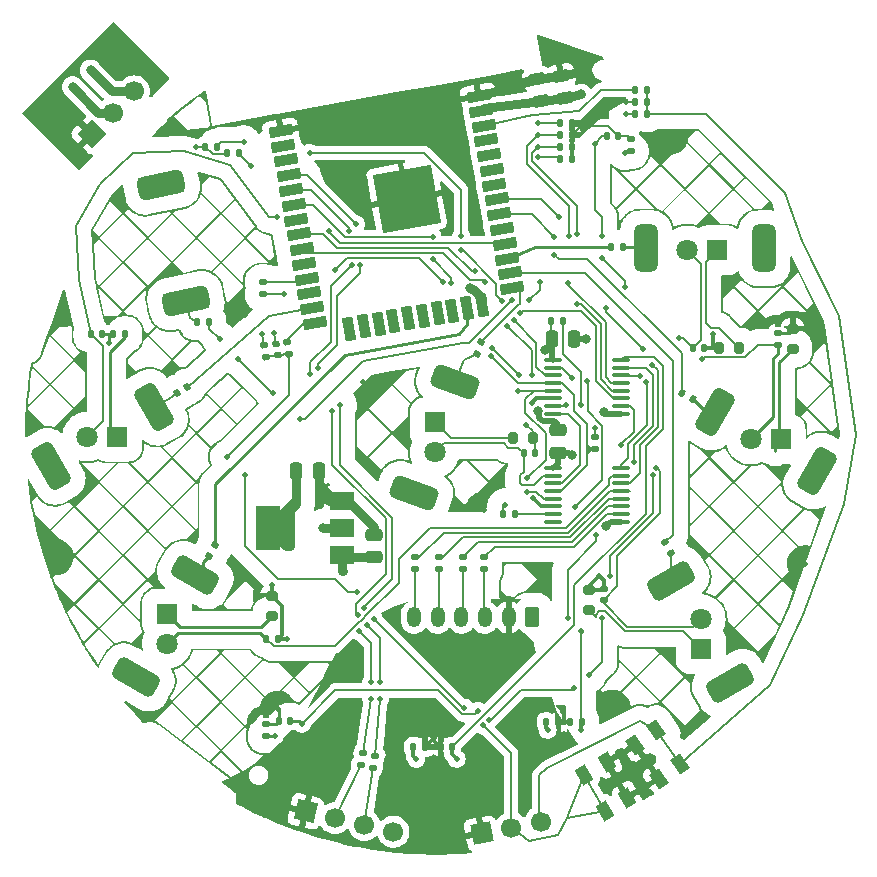
<source format=gbr>
%TF.GenerationSoftware,KiCad,Pcbnew,(5.99.0-10634-g5f56117be9)*%
%TF.CreationDate,2021-05-24T23:14:30+02:00*%
%TF.ProjectId,custom-pcb,63757374-6f6d-42d7-9063-622e6b696361,rev?*%
%TF.SameCoordinates,Original*%
%TF.FileFunction,Copper,L4,Bot*%
%TF.FilePolarity,Positive*%
%FSLAX46Y46*%
G04 Gerber Fmt 4.6, Leading zero omitted, Abs format (unit mm)*
G04 Created by KiCad (PCBNEW (5.99.0-10634-g5f56117be9)) date 2021-05-24 23:14:30*
%MOMM*%
%LPD*%
G01*
G04 APERTURE LIST*
G04 Aperture macros list*
%AMRoundRect*
0 Rectangle with rounded corners*
0 $1 Rounding radius*
0 $2 $3 $4 $5 $6 $7 $8 $9 X,Y pos of 4 corners*
0 Add a 4 corners polygon primitive as box body*
4,1,4,$2,$3,$4,$5,$6,$7,$8,$9,$2,$3,0*
0 Add four circle primitives for the rounded corners*
1,1,$1+$1,$2,$3*
1,1,$1+$1,$4,$5*
1,1,$1+$1,$6,$7*
1,1,$1+$1,$8,$9*
0 Add four rect primitives between the rounded corners*
20,1,$1+$1,$2,$3,$4,$5,0*
20,1,$1+$1,$4,$5,$6,$7,0*
20,1,$1+$1,$6,$7,$8,$9,0*
20,1,$1+$1,$8,$9,$2,$3,0*%
%AMHorizOval*
0 Thick line with rounded ends*
0 $1 width*
0 $2 $3 position (X,Y) of the first rounded end (center of the circle)*
0 $4 $5 position (X,Y) of the second rounded end (center of the circle)*
0 Add line between two ends*
20,1,$1,$2,$3,$4,$5,0*
0 Add two circle primitives to create the rounded ends*
1,1,$1,$2,$3*
1,1,$1,$4,$5*%
%AMRotRect*
0 Rectangle, with rotation*
0 The origin of the aperture is its center*
0 $1 length*
0 $2 width*
0 $3 Rotation angle, in degrees counterclockwise*
0 Add horizontal line*
21,1,$1,$2,0,0,$3*%
G04 Aperture macros list end*
%TA.AperFunction,ComponentPad*%
%ADD10R,1.800000X1.800000*%
%TD*%
%TA.AperFunction,ComponentPad*%
%ADD11C,1.800000*%
%TD*%
%TA.AperFunction,ComponentPad*%
%ADD12RoundRect,0.500000X1.238529X-0.982877X1.580549X-0.043184X-1.238529X0.982877X-1.580549X0.043184X0*%
%TD*%
%TA.AperFunction,ComponentPad*%
%ADD13RoundRect,0.500000X1.549038X0.316987X1.049038X1.183013X-1.549038X-0.316987X-1.049038X-1.183013X0*%
%TD*%
%TA.AperFunction,ComponentPad*%
%ADD14RoundRect,0.500000X1.183013X1.049038X0.316987X1.549038X-1.183013X-1.049038X-0.316987X-1.549038X0*%
%TD*%
%TA.AperFunction,ComponentPad*%
%ADD15RoundRect,0.500000X0.500000X1.500000X-0.500000X1.500000X-0.500000X-1.500000X0.500000X-1.500000X0*%
%TD*%
%TA.AperFunction,ComponentPad*%
%ADD16RoundRect,0.500000X0.316987X-1.549038X1.183013X-1.049038X-0.316987X1.549038X-1.183013X1.049038X0*%
%TD*%
%TA.AperFunction,ComponentPad*%
%ADD17RoundRect,0.500000X1.049038X-1.183013X1.549038X-0.316987X-1.049038X1.183013X-1.549038X0.316987X0*%
%TD*%
%TA.AperFunction,ComponentPad*%
%ADD18C,1.700000*%
%TD*%
%TA.AperFunction,ComponentPad*%
%ADD19HorizOval,1.700000X0.000000X0.000000X0.000000X0.000000X0*%
%TD*%
%TA.AperFunction,ComponentPad*%
%ADD20RotRect,1.700000X1.700000X257.000000*%
%TD*%
%TA.AperFunction,ComponentPad*%
%ADD21HorizOval,1.700000X0.000000X0.000000X0.000000X0.000000X0*%
%TD*%
%TA.AperFunction,ComponentPad*%
%ADD22RotRect,1.700000X1.700000X281.000000*%
%TD*%
%TA.AperFunction,ComponentPad*%
%ADD23RoundRect,0.500000X-1.571177X0.177206X-1.363266X-0.800941X1.571177X-0.177206X1.363266X0.800941X0*%
%TD*%
%TA.AperFunction,SMDPad,CuDef*%
%ADD24RoundRect,0.250000X0.250000X0.475000X-0.250000X0.475000X-0.250000X-0.475000X0.250000X-0.475000X0*%
%TD*%
%TA.AperFunction,SMDPad,CuDef*%
%ADD25RoundRect,0.250000X-0.475000X0.250000X-0.475000X-0.250000X0.475000X-0.250000X0.475000X0.250000X0*%
%TD*%
%TA.AperFunction,SMDPad,CuDef*%
%ADD26RoundRect,0.140000X0.140000X0.170000X-0.140000X0.170000X-0.140000X-0.170000X0.140000X-0.170000X0*%
%TD*%
%TA.AperFunction,SMDPad,CuDef*%
%ADD27RoundRect,0.140000X0.191728X-0.108353X0.143107X0.167393X-0.191728X0.108353X-0.143107X-0.167393X0*%
%TD*%
%TA.AperFunction,SMDPad,CuDef*%
%ADD28RoundRect,0.250000X0.511196X-0.163719X0.424372X0.328685X-0.511196X0.163719X-0.424372X-0.328685X0*%
%TD*%
%TA.AperFunction,ComponentPad*%
%ADD29RoundRect,0.250000X0.350000X0.625000X-0.350000X0.625000X-0.350000X-0.625000X0.350000X-0.625000X0*%
%TD*%
%TA.AperFunction,ComponentPad*%
%ADD30O,1.200000X1.750000*%
%TD*%
%TA.AperFunction,SMDPad,CuDef*%
%ADD31RoundRect,0.135000X0.135000X0.185000X-0.135000X0.185000X-0.135000X-0.185000X0.135000X-0.185000X0*%
%TD*%
%TA.AperFunction,SMDPad,CuDef*%
%ADD32RoundRect,0.200000X0.275000X-0.200000X0.275000X0.200000X-0.275000X0.200000X-0.275000X-0.200000X0*%
%TD*%
%TA.AperFunction,SMDPad,CuDef*%
%ADD33RoundRect,0.200000X0.200000X0.275000X-0.200000X0.275000X-0.200000X-0.275000X0.200000X-0.275000X0*%
%TD*%
%TA.AperFunction,SMDPad,CuDef*%
%ADD34RoundRect,0.135000X-0.135000X-0.185000X0.135000X-0.185000X0.135000X0.185000X-0.135000X0.185000X0*%
%TD*%
%TA.AperFunction,SMDPad,CuDef*%
%ADD35RoundRect,0.135000X0.185000X-0.135000X0.185000X0.135000X-0.185000X0.135000X-0.185000X-0.135000X0*%
%TD*%
%TA.AperFunction,SMDPad,CuDef*%
%ADD36RoundRect,0.135000X-0.205632X0.100824X-0.158747X-0.165074X0.205632X-0.100824X0.158747X0.165074X0*%
%TD*%
%TA.AperFunction,SMDPad,CuDef*%
%ADD37RoundRect,0.135000X0.205632X-0.100824X0.158747X0.165074X-0.205632X0.100824X-0.158747X-0.165074X0*%
%TD*%
%TA.AperFunction,SMDPad,CuDef*%
%ADD38RoundRect,0.135000X0.149890X-0.173156X0.210627X0.089924X-0.149890X0.173156X-0.210627X-0.089924X0*%
%TD*%
%TA.AperFunction,SMDPad,CuDef*%
%ADD39RoundRect,0.135000X-0.185000X0.135000X-0.185000X-0.135000X0.185000X-0.135000X0.185000X0.135000X0*%
%TD*%
%TA.AperFunction,SMDPad,CuDef*%
%ADD40RotRect,1.500000X1.000000X305.000000*%
%TD*%
%TA.AperFunction,SMDPad,CuDef*%
%ADD41RotRect,1.500000X1.000000X300.000000*%
%TD*%
%TA.AperFunction,SMDPad,CuDef*%
%ADD42R,2.000000X1.500000*%
%TD*%
%TA.AperFunction,SMDPad,CuDef*%
%ADD43R,2.000000X3.800000*%
%TD*%
%TA.AperFunction,SMDPad,CuDef*%
%ADD44RoundRect,0.100000X0.637500X0.100000X-0.637500X0.100000X-0.637500X-0.100000X0.637500X-0.100000X0*%
%TD*%
%TA.AperFunction,SMDPad,CuDef*%
%ADD45RotRect,2.000000X0.900000X190.000000*%
%TD*%
%TA.AperFunction,SMDPad,CuDef*%
%ADD46RotRect,2.000000X0.900000X100.000000*%
%TD*%
%TA.AperFunction,SMDPad,CuDef*%
%ADD47RotRect,5.000000X5.000000X190.000000*%
%TD*%
%TA.AperFunction,SMDPad,CuDef*%
%ADD48RoundRect,0.200000X-0.200000X-0.275000X0.200000X-0.275000X0.200000X0.275000X-0.200000X0.275000X0*%
%TD*%
%TA.AperFunction,ComponentPad*%
%ADD49HorizOval,1.700000X0.000000X0.000000X0.000000X0.000000X0*%
%TD*%
%TA.AperFunction,ComponentPad*%
%ADD50RotRect,1.700000X1.700000X135.000000*%
%TD*%
%TA.AperFunction,SMDPad,CuDef*%
%ADD51RoundRect,0.250000X0.475000X-0.250000X0.475000X0.250000X-0.475000X0.250000X-0.475000X-0.250000X0*%
%TD*%
%TA.AperFunction,SMDPad,CuDef*%
%ADD52RoundRect,0.250000X-0.250000X-0.475000X0.250000X-0.475000X0.250000X0.475000X-0.250000X0.475000X0*%
%TD*%
%TA.AperFunction,SMDPad,CuDef*%
%ADD53RoundRect,0.140000X-0.170000X0.140000X-0.170000X-0.140000X0.170000X-0.140000X0.170000X0.140000X0*%
%TD*%
%TA.AperFunction,SMDPad,CuDef*%
%ADD54RoundRect,0.140000X-0.140000X-0.170000X0.140000X-0.170000X0.140000X0.170000X-0.140000X0.170000X0*%
%TD*%
%TA.AperFunction,SMDPad,CuDef*%
%ADD55RoundRect,0.135000X0.227715X-0.024413X0.092715X0.209413X-0.227715X0.024413X-0.092715X-0.209413X0*%
%TD*%
%TA.AperFunction,SMDPad,CuDef*%
%ADD56RoundRect,0.135000X0.209413X0.092715X-0.024413X0.227715X-0.209413X-0.092715X0.024413X-0.227715X0*%
%TD*%
%TA.AperFunction,SMDPad,CuDef*%
%ADD57RoundRect,0.135000X0.092715X-0.209413X0.227715X0.024413X-0.092715X0.209413X-0.227715X-0.024413X0*%
%TD*%
%TA.AperFunction,SMDPad,CuDef*%
%ADD58RoundRect,0.135000X-0.024413X-0.227715X0.209413X-0.092715X0.024413X0.227715X-0.209413X0.092715X0*%
%TD*%
%TA.AperFunction,SMDPad,CuDef*%
%ADD59RoundRect,0.135000X0.127670X-0.190132X0.220016X0.063585X-0.127670X0.190132X-0.220016X-0.063585X0*%
%TD*%
%TA.AperFunction,ViaPad*%
%ADD60C,0.500000*%
%TD*%
%TA.AperFunction,ViaPad*%
%ADD61C,0.800000*%
%TD*%
%TA.AperFunction,Conductor*%
%ADD62C,0.500000*%
%TD*%
%TA.AperFunction,Conductor*%
%ADD63C,0.200000*%
%TD*%
%TA.AperFunction,Conductor*%
%ADD64C,0.750000*%
%TD*%
%TA.AperFunction,Conductor*%
%ADD65C,0.250000*%
%TD*%
%TA.AperFunction,Conductor*%
%ADD66C,0.300000*%
%TD*%
G04 APERTURE END LIST*
D10*
%TO.P,D1,1,K*%
%TO.N,Net-(D1-Pad1)*%
X113842800Y-80233200D03*
D11*
%TO.P,D1,2,A*%
%TO.N,LED_WHITE_POWER*%
X113842800Y-82773200D03*
%TD*%
D10*
%TO.P,D2,1,K*%
%TO.N,Net-(D2-Pad1)*%
X143134400Y-81661000D03*
D11*
%TO.P,D2,2,A*%
%TO.N,LED_WHITE_NIGHT*%
X140594400Y-81661000D03*
%TD*%
D10*
%TO.P,D3,1,K*%
%TO.N,Net-(D3-Pad1)*%
X91186000Y-96413000D03*
D11*
%TO.P,D3,2,A*%
%TO.N,LED_WHITE_LOCK*%
X91186000Y-98953000D03*
%TD*%
D10*
%TO.P,D4,1,K*%
%TO.N,Net-(D4-Pad1)*%
X137775000Y-65659000D03*
D11*
%TO.P,D4,2,A*%
%TO.N,LED_WHITE_TIMER*%
X135235000Y-65659000D03*
%TD*%
D10*
%TO.P,D11,1,K*%
%TO.N,Net-(D11-Pad1)*%
X86971200Y-81432400D03*
D11*
%TO.P,D11,2,A*%
%TO.N,LED_RED_FILTER*%
X84431200Y-81432400D03*
%TD*%
D12*
%TO.P,SW3,1,IN*%
%TO.N,Net-(R28-Pad1)*%
X115552901Y-76784737D03*
%TO.P,SW3,2,NC*%
%TO.N,N/C*%
X112132699Y-86181663D03*
%TD*%
D13*
%TO.P,SW4,1,IN*%
%TO.N,Net-(R29-Pad1)*%
X133868800Y-93612273D03*
%TO.P,SW4,2,NC*%
%TO.N,N/C*%
X138868800Y-102272527D03*
%TD*%
D14*
%TO.P,SW5,1,IN*%
%TO.N,Net-(R30-Pad1)*%
X137583473Y-79338800D03*
%TO.P,SW5,2,NC*%
%TO.N,N/C*%
X146243727Y-84338800D03*
%TD*%
D15*
%TO.P,SW6,1,IN*%
%TO.N,Net-(R31-Pad1)*%
X131753600Y-65481200D03*
%TO.P,SW6,2,NC*%
%TO.N,N/C*%
X141753600Y-65481200D03*
%TD*%
D16*
%TO.P,SW7,1,IN*%
%TO.N,Net-(R32-Pad1)*%
X90051327Y-78932400D03*
%TO.P,SW7,2,NC*%
%TO.N,N/C*%
X81391073Y-83932400D03*
%TD*%
D17*
%TO.P,SW9,1,IN*%
%TO.N,Net-(R34-Pad1)*%
X93584400Y-93155073D03*
%TO.P,SW9,2,NC*%
%TO.N,N/C*%
X88584400Y-101815327D03*
%TD*%
D10*
%TO.P,D13,1,K*%
%TO.N,Net-(D13-Pad1)*%
X136368800Y-99421000D03*
D11*
%TO.P,D13,2,A*%
%TO.N,LED_WHITE_FAN*%
X136368800Y-96881000D03*
%TD*%
D18*
%TO.P,J2,1,Pin_1*%
%TO.N,VCC*%
X110351583Y-114874373D03*
D19*
%TO.P,J2,2,Pin_2*%
%TO.N,TXD*%
X107876683Y-114302997D03*
%TO.P,J2,3,Pin_3*%
%TO.N,RXD*%
X105401783Y-113731622D03*
D20*
%TO.P,J2,4,Pin_4*%
%TO.N,GND*%
X102926883Y-113160246D03*
%TD*%
D18*
%TO.P,J4,1,Pin_1*%
%TO.N,EN*%
X122809000Y-114046000D03*
D21*
%TO.P,J4,2,Pin_2*%
%TO.N,IO0*%
X120315667Y-114530655D03*
D22*
%TO.P,J4,3,Pin_3*%
%TO.N,GND*%
X117822334Y-115015310D03*
%TD*%
D23*
%TO.P,SW8,1,IN*%
%TO.N,Net-(R33-Pad1)*%
X92784358Y-69914738D03*
%TO.P,SW8,2,NC*%
%TO.N,N/C*%
X90705242Y-60133262D03*
%TD*%
D24*
%TO.P,C2,1*%
%TO.N,GND*%
X125664000Y-73152000D03*
%TO.P,C2,2*%
%TO.N,VCC*%
X123764000Y-73152000D03*
%TD*%
D25*
%TO.P,C3,1*%
%TO.N,GND*%
X124256800Y-80888800D03*
%TO.P,C3,2*%
%TO.N,VCC*%
X124256800Y-82788800D03*
%TD*%
D26*
%TO.P,C5,1*%
%TO.N,EN*%
X131798000Y-53086000D03*
%TO.P,C5,2*%
%TO.N,GND*%
X130838000Y-53086000D03*
%TD*%
D27*
%TO.P,C6,1*%
%TO.N,IO0*%
X100540351Y-74513708D03*
%TO.P,C6,2*%
%TO.N,GND*%
X100373649Y-73568292D03*
%TD*%
D28*
%TO.P,C8,1*%
%TO.N,+3V3*%
X122846966Y-53005567D03*
%TO.P,C8,2*%
%TO.N,GND*%
X122517034Y-51134433D03*
%TD*%
D29*
%TO.P,J1,1,Pin_1*%
%TO.N,VCC*%
X122094000Y-96732000D03*
D30*
%TO.P,J1,2,Pin_2*%
%TO.N,GND*%
X120094000Y-96732000D03*
%TO.P,J1,3,Pin_3*%
%TO.N,Net-(J1-Pad3)*%
X118094000Y-96732000D03*
%TO.P,J1,4,Pin_4*%
%TO.N,Net-(J1-Pad4)*%
X116094000Y-96732000D03*
%TO.P,J1,5,Pin_5*%
%TO.N,Net-(J1-Pad5)*%
X114094000Y-96732000D03*
%TO.P,J1,6,Pin_6*%
%TO.N,Net-(J1-Pad6)*%
X112094000Y-96732000D03*
%TD*%
D31*
%TO.P,R2,1*%
%TO.N,Net-(R2-Pad1)*%
X120652000Y-88011000D03*
%TO.P,R2,2*%
%TO.N,VCC*%
X119632000Y-88011000D03*
%TD*%
%TO.P,R3,1*%
%TO.N,Net-(R3-Pad1)*%
X124718000Y-71628000D03*
%TO.P,R3,2*%
%TO.N,VCC*%
X123698000Y-71628000D03*
%TD*%
D32*
%TO.P,R4,1*%
%TO.N,Net-(D2-Pad1)*%
X144145000Y-73977000D03*
%TO.P,R4,2*%
%TO.N,GND*%
X144145000Y-72327000D03*
%TD*%
%TO.P,R5,1*%
%TO.N,Net-(D3-Pad1)*%
X100076000Y-96583000D03*
%TO.P,R5,2*%
%TO.N,GND*%
X100076000Y-94933000D03*
%TD*%
D33*
%TO.P,R6,1*%
%TO.N,Net-(D4-Pad1)*%
X139573000Y-73914000D03*
%TO.P,R6,2*%
%TO.N,GND*%
X137923000Y-73914000D03*
%TD*%
D34*
%TO.P,R7,1*%
%TO.N,Net-(D5-Pad1)*%
X123278200Y-105613200D03*
%TO.P,R7,2*%
%TO.N,GND*%
X124298200Y-105613200D03*
%TD*%
%TO.P,R8,1*%
%TO.N,Net-(D6-Pad1)*%
X124458000Y-57912000D03*
%TO.P,R8,2*%
%TO.N,GND*%
X125478000Y-57912000D03*
%TD*%
%TO.P,R9,1*%
%TO.N,Net-(D7-Pad1)*%
X112037400Y-107696000D03*
%TO.P,R9,2*%
%TO.N,GND*%
X113057400Y-107696000D03*
%TD*%
D35*
%TO.P,R10,1*%
%TO.N,Net-(D8-Pad1)*%
X99556600Y-106758200D03*
%TO.P,R10,2*%
%TO.N,GND*%
X99556600Y-105738200D03*
%TD*%
D34*
%TO.P,R11,1*%
%TO.N,+3V3*%
X130808000Y-54102000D03*
%TO.P,R11,2*%
%TO.N,EN*%
X131828000Y-54102000D03*
%TD*%
D31*
%TO.P,R12,1*%
%TO.N,Net-(D9-Pad1)*%
X95381000Y-56896000D03*
%TO.P,R12,2*%
%TO.N,GND*%
X94361000Y-56896000D03*
%TD*%
D35*
%TO.P,R13,1*%
%TO.N,Net-(D10-Pad1)*%
X130429000Y-57279000D03*
%TO.P,R13,2*%
%TO.N,GND*%
X130429000Y-56259000D03*
%TD*%
D31*
%TO.P,R14,1*%
%TO.N,Net-(D11-Pad1)*%
X87632000Y-72771000D03*
%TO.P,R14,2*%
%TO.N,GND*%
X86612000Y-72771000D03*
%TD*%
D36*
%TO.P,R15,1*%
%TO.N,+3V3*%
X99352439Y-73665748D03*
%TO.P,R15,2*%
%TO.N,IO0*%
X99529561Y-74670252D03*
%TD*%
D34*
%TO.P,R16,1*%
%TO.N,Net-(D12-Pad1)*%
X124456000Y-54862000D03*
%TO.P,R16,2*%
%TO.N,GND*%
X125476000Y-54862000D03*
%TD*%
%TO.P,R17,1*%
%TO.N,Net-(R17-Pad1)*%
X130808000Y-52070000D03*
%TO.P,R17,2*%
%TO.N,EN*%
X131828000Y-52070000D03*
%TD*%
D35*
%TO.P,R18,1*%
%TO.N,Net-(J1-Pad6)*%
X112188000Y-92668000D03*
%TO.P,R18,2*%
%TO.N,FAN_CTL0*%
X112188000Y-91648000D03*
%TD*%
%TO.P,R19,1*%
%TO.N,Net-(J1-Pad5)*%
X114220000Y-92670000D03*
%TO.P,R19,2*%
%TO.N,FAN_CTL1*%
X114220000Y-91650000D03*
%TD*%
%TO.P,R20,1*%
%TO.N,Net-(J1-Pad4)*%
X116252000Y-92668000D03*
%TO.P,R20,2*%
%TO.N,FAN_CTL2*%
X116252000Y-91648000D03*
%TD*%
D37*
%TO.P,R21,1*%
%TO.N,IO0*%
X101523122Y-74410504D03*
%TO.P,R21,2*%
%TO.N,Net-(R21-Pad2)*%
X101346000Y-73406000D03*
%TD*%
D35*
%TO.P,R22,1*%
%TO.N,Net-(J1-Pad3)*%
X118030000Y-92670000D03*
%TO.P,R22,2*%
%TO.N,FAN_CTL3*%
X118030000Y-91650000D03*
%TD*%
D38*
%TO.P,R23,1*%
%TO.N,TXD*%
X108597275Y-109462929D03*
%TO.P,R23,2*%
%TO.N,Net-(R23-Pad2)*%
X108826725Y-108469071D03*
%TD*%
%TO.P,R24,1*%
%TO.N,RXD*%
X107581275Y-109208929D03*
%TO.P,R24,2*%
%TO.N,Net-(R24-Pad2)*%
X107810725Y-108215071D03*
%TD*%
D39*
%TO.P,R25,1*%
%TO.N,Net-(R25-Pad1)*%
X99314000Y-68324000D03*
%TO.P,R25,2*%
%TO.N,SHIFT_OUTEN*%
X99314000Y-69344000D03*
%TD*%
%TO.P,R26,1*%
%TO.N,+3V3*%
X127406400Y-81481200D03*
%TO.P,R26,2*%
%TO.N,SHIFT_OUTEN*%
X127406400Y-82501200D03*
%TD*%
D40*
%TO.P,SW1,1,1*%
%TO.N,GND*%
X130810174Y-107528418D03*
X132817692Y-110395450D03*
%TO.P,SW1,2,2*%
%TO.N,EN*%
X134619826Y-109133582D03*
X132612308Y-106266550D03*
%TD*%
D41*
%TO.P,SW2,1,1*%
%TO.N,IO0*%
X128241744Y-113097088D03*
X126491744Y-110066000D03*
%TO.P,SW2,2,2*%
%TO.N,GND*%
X128397000Y-108966000D03*
X130147000Y-111997088D03*
%TD*%
D42*
%TO.P,U1,1,GND*%
%TO.N,GND*%
X106020000Y-86854000D03*
%TO.P,U1,2,VO*%
%TO.N,+3V3*%
X106020000Y-89154000D03*
D43*
X99720000Y-89154000D03*
D42*
%TO.P,U1,3,VI*%
%TO.N,VCC*%
X106020000Y-91454000D03*
%TD*%
D44*
%TO.P,U2,1,Q1*%
%TO.N,LED_BLUE_V2*%
X129608500Y-74941000D03*
%TO.P,U2,2,Q2*%
%TO.N,LED_BLUE_V3*%
X129608500Y-75591000D03*
%TO.P,U2,3,Q3*%
%TO.N,LED_BLUE_2H*%
X129608500Y-76241000D03*
%TO.P,U2,4,Q4*%
%TO.N,LED_BLUE_4H*%
X129608500Y-76891000D03*
%TO.P,U2,5,Q5*%
%TO.N,LED_BLUE_6H*%
X129608500Y-77541000D03*
%TO.P,U2,6,Q6*%
%TO.N,LED_BLUE_8H*%
X129608500Y-78191000D03*
%TO.P,U2,7,Q7*%
%TO.N,LED_WHITE_FAN*%
X129608500Y-78841000D03*
%TO.P,U2,8,GND*%
%TO.N,GND*%
X129608500Y-79491000D03*
%TO.P,U2,9,Q7_2*%
%TO.N,SHIFT_1TO2*%
X123883500Y-79491000D03*
%TO.P,U2,10,~MR*%
%TO.N,Net-(R3-Pad1)*%
X123883500Y-78841000D03*
%TO.P,U2,11,SH_CP*%
%TO.N,SHIFT_CLK*%
X123883500Y-78191000D03*
%TO.P,U2,12,ST_CP*%
%TO.N,SHIFT_LATCH*%
X123883500Y-77541000D03*
%TO.P,U2,13,~OE*%
%TO.N,SHIFT_OUTEN*%
X123883500Y-76891000D03*
%TO.P,U2,14,DS*%
%TO.N,SHIFT_DS*%
X123883500Y-76241000D03*
%TO.P,U2,15,Q0*%
%TO.N,LED_BLUE_V1*%
X123883500Y-75591000D03*
%TO.P,U2,16,VCC*%
%TO.N,VCC*%
X123883500Y-74941000D03*
%TD*%
%TO.P,U3,1,Q1*%
%TO.N,LED_WHITE_NIGHT*%
X129608500Y-84085000D03*
%TO.P,U3,2,Q2*%
%TO.N,LED_WHITE_LOCK*%
X129608500Y-84735000D03*
%TO.P,U3,3,Q3*%
%TO.N,LED_WHITE_TIMER*%
X129608500Y-85385000D03*
%TO.P,U3,4,Q4*%
%TO.N,FAN_CTL0*%
X129608500Y-86035000D03*
%TO.P,U3,5,Q5*%
%TO.N,FAN_CTL1*%
X129608500Y-86685000D03*
%TO.P,U3,6,Q6*%
%TO.N,FAN_CTL2*%
X129608500Y-87335000D03*
%TO.P,U3,7,Q7*%
%TO.N,FAN_CTL3*%
X129608500Y-87985000D03*
%TO.P,U3,8,GND*%
%TO.N,GND*%
X129608500Y-88635000D03*
%TO.P,U3,9,Q7_2*%
%TO.N,N/C*%
X123883500Y-88635000D03*
%TO.P,U3,10,~MR*%
%TO.N,Net-(R2-Pad1)*%
X123883500Y-87985000D03*
%TO.P,U3,11,SH_CP*%
%TO.N,SHIFT_CLK*%
X123883500Y-87335000D03*
%TO.P,U3,12,ST_CP*%
%TO.N,SHIFT_LATCH*%
X123883500Y-86685000D03*
%TO.P,U3,13,~OE*%
%TO.N,SHIFT_OUTEN*%
X123883500Y-86035000D03*
%TO.P,U3,14,DS*%
%TO.N,SHIFT_1TO2*%
X123883500Y-85385000D03*
%TO.P,U3,15,Q0*%
%TO.N,LED_WHITE_POWER*%
X123883500Y-84735000D03*
%TO.P,U3,16,VCC*%
%TO.N,VCC*%
X123883500Y-84085000D03*
%TD*%
D45*
%TO.P,U4,1,GND*%
%TO.N,GND*%
X117554636Y-52597351D03*
%TO.P,U4,2,VDD*%
%TO.N,+3V3*%
X117775169Y-53848057D03*
%TO.P,U4,3,EN*%
%TO.N,Net-(R17-Pad1)*%
X117995703Y-55098763D03*
%TO.P,U4,4,SENSOR_VP*%
%TO.N,N/C*%
X118216236Y-56349469D03*
%TO.P,U4,5,SENSOR_VN*%
X118436769Y-57600175D03*
%TO.P,U4,6,IO34*%
X118657302Y-58850881D03*
%TO.P,U4,7,IO35*%
X118877835Y-60101587D03*
%TO.P,U4,8,IO32*%
%TO.N,TOUCH_LIGHT*%
X119098368Y-61352292D03*
%TO.P,U4,9,IO33*%
%TO.N,TOUCH_NIGHT*%
X119318902Y-62602998D03*
%TO.P,U4,10,IO25*%
%TO.N,N/C*%
X119539435Y-63853704D03*
%TO.P,U4,11,IO26*%
%TO.N,LED_RED_FILTER*%
X119759968Y-65104410D03*
%TO.P,U4,12,IO27*%
%TO.N,TOUCH_TIMER*%
X119980501Y-66355116D03*
%TO.P,U4,13,IO14*%
%TO.N,TOUCH_FAN*%
X120201034Y-67605822D03*
%TO.P,U4,14,IO12*%
%TO.N,TOUCH_POWER*%
X120421568Y-68856527D03*
D46*
%TO.P,U4,15,GND*%
%TO.N,GND*%
X117852526Y-70324945D03*
%TO.P,U4,16,IO13*%
%TO.N,TOUCH_LOCK*%
X116601820Y-70545479D03*
%TO.P,U4,17,SHD/SD2*%
%TO.N,N/C*%
X115351115Y-70766012D03*
%TO.P,U4,18,SWP/SD3*%
X114100409Y-70986545D03*
%TO.P,U4,19,SCS/CMD*%
X112849703Y-71207078D03*
%TO.P,U4,20,SCK/CLK*%
X111598997Y-71427611D03*
%TO.P,U4,21,SDO/SD0*%
X110348291Y-71648145D03*
%TO.P,U4,22,SDI/SD1*%
X109097585Y-71868678D03*
%TO.P,U4,23,IO15*%
X107846879Y-72089211D03*
%TO.P,U4,24,IO2*%
X106596174Y-72309744D03*
D45*
%TO.P,U4,25,IO0*%
%TO.N,Net-(R21-Pad2)*%
X103679836Y-71808547D03*
%TO.P,U4,26,IO4*%
%TO.N,TOUCH_FILTER*%
X103459303Y-70557841D03*
%TO.P,U4,27,IO16*%
%TO.N,N/C*%
X103238769Y-69307135D03*
%TO.P,U4,28,IO17*%
%TO.N,Net-(R25-Pad1)*%
X103018236Y-68056429D03*
%TO.P,U4,29,IO5*%
%TO.N,N/C*%
X102797703Y-66805723D03*
%TO.P,U4,30,IO18*%
%TO.N,SHIFT_DS*%
X102577170Y-65555017D03*
%TO.P,U4,31,IO19*%
%TO.N,SHIFT_CLK*%
X102356637Y-64304311D03*
%TO.P,U4,32,NC*%
%TO.N,N/C*%
X102136104Y-63053606D03*
%TO.P,U4,33,IO21*%
%TO.N,SHIFT_LATCH*%
X101915570Y-61802900D03*
%TO.P,U4,34,RXD0/IO3*%
%TO.N,Net-(R24-Pad2)*%
X101695037Y-60552194D03*
%TO.P,U4,35,TXD0/IO1*%
%TO.N,Net-(R23-Pad2)*%
X101474504Y-59301488D03*
%TO.P,U4,36,IO22*%
%TO.N,N/C*%
X101253971Y-58050782D03*
%TO.P,U4,37,IO23*%
X101033438Y-56800076D03*
%TO.P,U4,38,GND*%
%TO.N,GND*%
X100812904Y-55549371D03*
D47*
%TO.P,U4,39,GND*%
X111470939Y-61285771D03*
%TD*%
D32*
%TO.P,R27,1*%
%TO.N,Net-(D13-Pad1)*%
X126873000Y-96075000D03*
%TO.P,R27,2*%
%TO.N,GND*%
X126873000Y-94425000D03*
%TD*%
D48*
%TO.P,R1,1*%
%TO.N,Net-(D1-Pad1)*%
X120485400Y-81584800D03*
%TO.P,R1,2*%
%TO.N,GND*%
X122135400Y-81584800D03*
%TD*%
D18*
%TO.P,J3,1,Pin_1*%
%TO.N,EN_D*%
X88392000Y-52197000D03*
D49*
%TO.P,J3,2,Pin_2*%
%TO.N,IO0_D*%
X86595949Y-53993051D03*
D50*
%TO.P,J3,3,Pin_3*%
%TO.N,GND1*%
X84799898Y-55789102D03*
%TD*%
D51*
%TO.P,C1,1*%
%TO.N,VCC*%
X108712000Y-91628000D03*
%TO.P,C1,2*%
%TO.N,GND*%
X108712000Y-89728000D03*
%TD*%
D52*
%TO.P,C4,1*%
%TO.N,+3V3*%
X102108000Y-84328000D03*
%TO.P,C4,2*%
%TO.N,GND*%
X104008000Y-84328000D03*
%TD*%
D28*
%TO.P,C7,1*%
%TO.N,+3V3*%
X124878966Y-52751567D03*
%TO.P,C7,2*%
%TO.N,GND*%
X124549034Y-50880433D03*
%TD*%
D53*
%TO.P,C10,1*%
%TO.N,GND*%
X142875000Y-72672000D03*
%TO.P,C10,2*%
%TO.N,LED_WHITE_NIGHT*%
X142875000Y-73632000D03*
%TD*%
D31*
%TO.P,R31,1*%
%TO.N,Net-(R31-Pad1)*%
X129796000Y-65405000D03*
%TO.P,R31,2*%
%TO.N,TOUCH_TIMER*%
X128776000Y-65405000D03*
%TD*%
D54*
%TO.P,C16,1*%
%TO.N,GND*%
X96294000Y-57404000D03*
%TO.P,C16,2*%
%TO.N,LED_BLUE_8H*%
X97254000Y-57404000D03*
%TD*%
D26*
%TO.P,C20,1*%
%TO.N,GND*%
X125448000Y-55880000D03*
%TO.P,C20,2*%
%TO.N,LED_BLUE_4H*%
X124488000Y-55880000D03*
%TD*%
D55*
%TO.P,R29,1*%
%TO.N,Net-(R29-Pad1)*%
X133859000Y-91246673D03*
%TO.P,R29,2*%
%TO.N,TOUCH_FAN*%
X133349000Y-90363327D03*
%TD*%
D26*
%TO.P,C9,1*%
%TO.N,GND*%
X122326400Y-82854800D03*
%TO.P,C9,2*%
%TO.N,LED_WHITE_POWER*%
X121366400Y-82854800D03*
%TD*%
%TO.P,C21,1*%
%TO.N,GND*%
X85697000Y-72771000D03*
%TO.P,C21,2*%
%TO.N,LED_RED_FILTER*%
X84737000Y-72771000D03*
%TD*%
%TO.P,C12,1*%
%TO.N,GND*%
X136652000Y-73914000D03*
%TO.P,C12,2*%
%TO.N,LED_WHITE_TIMER*%
X135692000Y-73914000D03*
%TD*%
D56*
%TO.P,R30,1*%
%TO.N,Net-(R30-Pad1)*%
X135696673Y-78233000D03*
%TO.P,R30,2*%
%TO.N,TOUCH_NIGHT*%
X134813327Y-77723000D03*
%TD*%
D34*
%TO.P,R33,1*%
%TO.N,Net-(R33-Pad1)*%
X93724000Y-71755000D03*
%TO.P,R33,2*%
%TO.N,TOUCH_LIGHT*%
X94744000Y-71755000D03*
%TD*%
D54*
%TO.P,C15,1*%
%TO.N,GND*%
X114353400Y-107696000D03*
%TO.P,C15,2*%
%TO.N,LED_BLUE_V2*%
X115313400Y-107696000D03*
%TD*%
%TO.P,C13,1*%
%TO.N,GND*%
X125340200Y-105613200D03*
%TO.P,C13,2*%
%TO.N,LED_BLUE_V1*%
X126300200Y-105613200D03*
%TD*%
D57*
%TO.P,R34,1*%
%TO.N,Net-(R34-Pad1)*%
X94741000Y-91500673D03*
%TO.P,R34,2*%
%TO.N,TOUCH_LOCK*%
X95251000Y-90617327D03*
%TD*%
D53*
%TO.P,C18,1*%
%TO.N,GND*%
X128143000Y-94290000D03*
%TO.P,C18,2*%
%TO.N,LED_WHITE_FAN*%
X128143000Y-95250000D03*
%TD*%
D26*
%TO.P,C19,1*%
%TO.N,GND*%
X129385000Y-56007000D03*
%TO.P,C19,2*%
%TO.N,LED_BLUE_2H*%
X128425000Y-56007000D03*
%TD*%
%TO.P,C11,1*%
%TO.N,GND*%
X100556000Y-98552000D03*
%TO.P,C11,2*%
%TO.N,LED_WHITE_LOCK*%
X99596000Y-98552000D03*
%TD*%
%TO.P,C14,1*%
%TO.N,GND*%
X125448000Y-56896000D03*
%TO.P,C14,2*%
%TO.N,LED_BLUE_6H*%
X124488000Y-56896000D03*
%TD*%
D58*
%TO.P,R32,1*%
%TO.N,Net-(R32-Pad1)*%
X92014327Y-77725000D03*
%TO.P,R32,2*%
%TO.N,TOUCH_FILTER*%
X92897673Y-77215000D03*
%TD*%
D59*
%TO.P,R28,1*%
%TO.N,Net-(R28-Pad1)*%
X117427570Y-74393243D03*
%TO.P,R28,2*%
%TO.N,TOUCH_POWER*%
X117776430Y-73434757D03*
%TD*%
D54*
%TO.P,C17,1*%
%TO.N,GND*%
X100628600Y-105486200D03*
%TO.P,C17,2*%
%TO.N,LED_BLUE_V3*%
X101588600Y-105486200D03*
%TD*%
D60*
%TO.N,VCC*%
X119761000Y-87249000D03*
D61*
X123146010Y-74101100D03*
X125487860Y-83024799D03*
X106045000Y-92837000D03*
D60*
%TO.N,GND*%
X97790000Y-71120000D03*
X127762000Y-93218000D03*
D61*
X109728000Y-60071000D03*
D60*
X86233000Y-73533000D03*
D61*
X128143000Y-79375000D03*
D60*
X130048000Y-53086000D03*
X121615200Y-80416400D03*
X93599000Y-56896000D03*
X100203000Y-72644000D03*
X100572600Y-104470200D03*
D61*
X112649000Y-59563000D03*
X128370610Y-89000610D03*
X113157000Y-62357000D03*
D60*
X81737200Y-91617800D03*
D61*
X122555000Y-79248000D03*
D60*
X107746800Y-76784200D03*
X145288000Y-72390000D03*
D61*
X116840000Y-68834000D03*
D60*
X82296000Y-70612000D03*
D61*
X105368500Y-86868000D03*
D60*
X129264427Y-110468427D03*
X124714000Y-104775000D03*
D61*
X126619000Y-73152000D03*
D60*
X133807200Y-56007000D03*
X131820577Y-108971423D03*
D61*
X125984000Y-50546000D03*
D60*
X113817400Y-106934000D03*
X101346000Y-98552000D03*
X126365000Y-55118000D03*
X128905000Y-104394000D03*
X117983000Y-87604600D03*
X145186400Y-92176600D03*
X137414000Y-72771000D03*
X100076000Y-93980000D03*
D61*
%TO.N,+3V3*%
X101600000Y-87630000D03*
X101600000Y-90678000D03*
D60*
X99187000Y-72771000D03*
D61*
X126238000Y-52451000D03*
X101600000Y-89154000D03*
D60*
X127406400Y-80721200D03*
X130048000Y-54102000D03*
D61*
X104394000Y-89154000D03*
D60*
%TO.N,IO0*%
X108679942Y-96833170D03*
X117944733Y-105879733D03*
X97790000Y-84709000D03*
X116363720Y-104372334D03*
X107223283Y-94564606D03*
X96266000Y-83185000D03*
%TO.N,LED_WHITE_NIGHT*%
X136499600Y-74879200D03*
X131759100Y-76809600D03*
%TO.N,LED_WHITE_TIMER*%
X132283904Y-75372793D03*
X134569200Y-73101200D03*
%TO.N,Net-(D5-Pad1)*%
X123407200Y-106248200D03*
%TO.N,LED_BLUE_V1*%
X126201200Y-106248200D03*
X126238000Y-97917000D03*
X125730000Y-87376000D03*
X127508000Y-89789000D03*
X126746000Y-76708000D03*
X125476000Y-76454000D03*
X125095000Y-96774000D03*
%TO.N,LED_BLUE_6H*%
X125857000Y-70231000D03*
X122605800Y-56870600D03*
X125882400Y-64236600D03*
%TO.N,Net-(D6-Pad1)*%
X122611613Y-57727137D03*
%TO.N,LED_BLUE_V2*%
X115697020Y-108712000D03*
%TO.N,Net-(D7-Pad1)*%
X112293400Y-108712000D03*
%TO.N,Net-(D8-Pad1)*%
X100318600Y-106756200D03*
%TO.N,LED_BLUE_V3*%
X128016000Y-96774000D03*
X117538342Y-104661192D03*
X128686500Y-93218000D03*
X132334000Y-84709000D03*
X126899700Y-101612544D03*
X102604600Y-105740200D03*
X130685488Y-83566000D03*
X118439356Y-105385110D03*
X125603000Y-102743000D03*
%TO.N,Net-(D9-Pad1)*%
X97663000Y-56515000D03*
%TO.N,LED_BLUE_8H*%
X116078000Y-65659000D03*
X119531134Y-69937754D03*
X121031000Y-70993000D03*
X116078000Y-64437479D03*
X103251000Y-57404000D03*
X98298000Y-58547000D03*
%TO.N,Net-(D10-Pad1)*%
X129921000Y-57404000D03*
%TO.N,LED_BLUE_2H*%
X127990600Y-64465200D03*
X128016000Y-66294000D03*
X131445000Y-74041000D03*
X127381000Y-56642000D03*
X129971800Y-68783200D03*
X131191000Y-76327000D03*
X128308267Y-70573733D03*
%TO.N,LED_RED_FILTER*%
X104902000Y-64008000D03*
X100457000Y-62865000D03*
%TO.N,LED_BLUE_4H*%
X125196600Y-64465200D03*
X125145800Y-68402200D03*
X122605800Y-55880000D03*
%TO.N,Net-(D12-Pad1)*%
X122605800Y-54889400D03*
%TO.N,Net-(R3-Pad1)*%
X124968000Y-78740000D03*
X126238000Y-78740000D03*
%TO.N,Net-(R23-Pad2)*%
X107506503Y-66929000D03*
X107162600Y-63423800D03*
X105816400Y-78740000D03*
X103936800Y-75590400D03*
X109220000Y-102235000D03*
X108070648Y-97354726D03*
X109220000Y-103632000D03*
X107829854Y-95948289D03*
%TO.N,Net-(R24-Pad2)*%
X105181400Y-79273400D03*
X107315000Y-96520000D03*
X103327200Y-76098400D03*
X108458000Y-103632000D03*
X108458000Y-102235000D03*
X107449556Y-97924556D03*
X106553000Y-64008000D03*
X106807000Y-66929000D03*
%TO.N,SHIFT_OUTEN*%
X101092000Y-69342000D03*
X105410000Y-67310000D03*
X114554000Y-68326000D03*
X118618000Y-74625200D03*
%TO.N,TOUCH_NIGHT*%
X123926600Y-66014600D03*
X123967158Y-64516000D03*
%TO.N,TOUCH_LIGHT*%
X122732800Y-68351400D03*
X97205800Y-74853800D03*
X102438200Y-79933800D03*
X124358400Y-62839600D03*
X121864483Y-69850000D03*
X100126800Y-77774800D03*
X120396000Y-69850000D03*
X95631000Y-73177400D03*
%TO.N,SHIFT_CLK*%
X120002978Y-72021327D03*
X117221000Y-67437000D03*
X122047000Y-76200000D03*
X122174000Y-86638326D03*
X122056348Y-78544826D03*
%TO.N,SHIFT_LATCH*%
X118676356Y-73906444D03*
X113665000Y-66421000D03*
X121656702Y-84946900D03*
X115253439Y-68413459D03*
X113665000Y-64516000D03*
X121624106Y-86088826D03*
X121013156Y-76192444D03*
X120904000Y-77597000D03*
%TO.N,SHIFT_DS*%
X118110000Y-68326000D03*
X120523000Y-71553479D03*
%TO.N,LED_WHITE_FAN*%
X132593789Y-84059528D03*
X129636478Y-82100778D03*
D61*
%TO.N,EN_D*%
X84709000Y-50419000D03*
%TO.N,IO0_D*%
X83185000Y-51816000D03*
%TO.N,GND1*%
X87122000Y-49657000D03*
X82169000Y-54356000D03*
%TD*%
D62*
%TO.N,VCC*%
X124256800Y-83711700D02*
X123883500Y-84085000D01*
X123764000Y-73980000D02*
X123764000Y-74821500D01*
X124256800Y-82788800D02*
X124256800Y-83711700D01*
D63*
X123698000Y-73086000D02*
X123764000Y-73152000D01*
D62*
X123267110Y-73980000D02*
X123146010Y-74101100D01*
D64*
X106194000Y-91628000D02*
X106020000Y-91454000D01*
D63*
X119632000Y-88011000D02*
X119632000Y-87378000D01*
X123698000Y-71628000D02*
X123698000Y-73086000D01*
X119632000Y-87378000D02*
X119761000Y-87249000D01*
D62*
X125251861Y-82788800D02*
X125487860Y-83024799D01*
D64*
X106020000Y-92812000D02*
X106045000Y-92837000D01*
D62*
X123764000Y-73152000D02*
X123764000Y-73980000D01*
X123883500Y-74941000D02*
X123764000Y-74821500D01*
X123764000Y-73980000D02*
X123267110Y-73980000D01*
D64*
X106020000Y-91454000D02*
X106020000Y-92812000D01*
D62*
X124256800Y-82788800D02*
X125251861Y-82788800D01*
D64*
X108712000Y-91628000D02*
X106194000Y-91628000D01*
D62*
%TO.N,GND*%
X124256800Y-80467200D02*
X124256800Y-80888800D01*
D65*
X85697000Y-72771000D02*
X86233000Y-72771000D01*
X100628600Y-105486200D02*
X100628600Y-104526200D01*
D64*
X104902000Y-86868000D02*
X105368500Y-86868000D01*
D65*
X100628600Y-104526200D02*
X100572600Y-104470200D01*
D64*
X104008000Y-85974000D02*
X104902000Y-86868000D01*
X104008000Y-84328000D02*
X104008000Y-85974000D01*
X104008000Y-85974000D02*
X104888000Y-86854000D01*
D63*
X94361000Y-56896000D02*
X93599000Y-56896000D01*
X128397000Y-108966000D02*
X129187249Y-110334751D01*
D66*
X125448000Y-56896000D02*
X125448000Y-57882000D01*
X124764800Y-105613200D02*
X124764800Y-104825800D01*
X100900520Y-98207480D02*
X100556000Y-98552000D01*
D64*
X104008000Y-84328000D02*
X104008000Y-85466000D01*
D63*
X126365000Y-55118000D02*
X126210000Y-55118000D01*
X129385000Y-56007000D02*
X128496000Y-55118000D01*
D64*
X124549034Y-50880433D02*
X125984000Y-50546000D01*
X104888000Y-86854000D02*
X104902000Y-86868000D01*
D63*
X122135400Y-81584800D02*
X122135400Y-80936600D01*
D64*
X122517034Y-51134433D02*
X124549034Y-50880433D01*
X108712000Y-89061880D02*
X108712000Y-89728000D01*
D66*
X114333481Y-107676081D02*
X114333481Y-107696000D01*
X126873000Y-94107000D02*
X127762000Y-93218000D01*
D64*
X106020000Y-86854000D02*
X106504120Y-86854000D01*
D62*
X128736220Y-88635000D02*
X128370610Y-89000610D01*
D65*
X86233000Y-72771000D02*
X86233000Y-73533000D01*
D66*
X113057400Y-107696000D02*
X114333481Y-107696000D01*
D64*
X105396000Y-86854000D02*
X106020000Y-86854000D01*
X117554636Y-52597351D02*
X122517034Y-51134433D01*
D63*
X131820577Y-108971423D02*
X129264427Y-110468427D01*
D66*
X125448000Y-54890000D02*
X125476000Y-54862000D01*
D62*
X129608500Y-88635000D02*
X128736220Y-88635000D01*
D66*
X126873000Y-94425000D02*
X128008000Y-94425000D01*
D65*
X100376600Y-105738200D02*
X100628600Y-105486200D01*
D66*
X113057400Y-107694000D02*
X113817400Y-106934000D01*
D62*
X129608500Y-79491000D02*
X128259000Y-79491000D01*
D66*
X113817400Y-106934000D02*
X113817400Y-107160000D01*
D64*
X106504120Y-86854000D02*
X108712000Y-89061880D01*
D63*
X100203000Y-72644000D02*
X100373649Y-73568292D01*
D66*
X100076000Y-94933000D02*
X100076000Y-93980000D01*
D63*
X129385000Y-56007000D02*
X130177000Y-56007000D01*
X122326400Y-82854800D02*
X122326400Y-81775800D01*
D64*
X104008000Y-85466000D02*
X105396000Y-86854000D01*
D66*
X125448000Y-55880000D02*
X125448000Y-56896000D01*
X137923000Y-73914000D02*
X137414000Y-73914000D01*
X100076000Y-94933000D02*
X100900520Y-95757520D01*
X100900520Y-95757520D02*
X100900520Y-98207480D01*
D64*
X111470939Y-61285771D02*
X110942771Y-61285771D01*
D66*
X113057400Y-107696000D02*
X113057400Y-107694000D01*
D63*
X126365000Y-55118000D02*
X125732000Y-55118000D01*
D66*
X125448000Y-55880000D02*
X125448000Y-54890000D01*
D62*
X122696480Y-79262480D02*
X122696480Y-79825690D01*
D65*
X145225000Y-72327000D02*
X145288000Y-72390000D01*
D66*
X125478000Y-57912000D02*
X125478000Y-56005000D01*
X124764800Y-104825800D02*
X124714000Y-104775000D01*
D64*
X110942771Y-61285771D02*
X109728000Y-60071000D01*
D63*
X129187249Y-110334751D02*
X129187249Y-110391249D01*
X128496000Y-55118000D02*
X126365000Y-55118000D01*
X125732000Y-55118000D02*
X125476000Y-54862000D01*
D66*
X100556000Y-98552000D02*
X101346000Y-98552000D01*
D65*
X143800000Y-72672000D02*
X144145000Y-72327000D01*
D63*
X129264427Y-110468427D02*
X130147000Y-111997088D01*
D66*
X137414000Y-73914000D02*
X136652000Y-73914000D01*
X128143000Y-94290000D02*
X128143000Y-93599000D01*
X126873000Y-94425000D02*
X126873000Y-94107000D01*
X137414000Y-73914000D02*
X137414000Y-72771000D01*
D63*
X130838000Y-53086000D02*
X130048000Y-53086000D01*
D62*
X122696480Y-79825690D02*
X123011310Y-80140520D01*
D66*
X128143000Y-93599000D02*
X127762000Y-93218000D01*
D63*
X130810174Y-107528418D02*
X132817692Y-110395450D01*
X129187249Y-110391249D02*
X129264427Y-110468427D01*
D62*
X122555000Y-79248000D02*
X122682000Y-79248000D01*
X122682000Y-79248000D02*
X122696480Y-79262480D01*
D63*
X130177000Y-56007000D02*
X130429000Y-56259000D01*
D64*
X117852526Y-69651226D02*
X117109310Y-68908010D01*
D66*
X128008000Y-94425000D02*
X128143000Y-94290000D01*
D65*
X99556600Y-105738200D02*
X100376600Y-105738200D01*
D64*
X116914010Y-68908010D02*
X116840000Y-68834000D01*
D62*
X123011310Y-80140520D02*
X123930120Y-80140520D01*
D66*
X125340200Y-105613200D02*
X124764800Y-105613200D01*
D62*
X123930120Y-80140520D02*
X124256800Y-80467200D01*
D65*
X144145000Y-72327000D02*
X145225000Y-72327000D01*
D66*
X113817400Y-107160000D02*
X114333481Y-107676081D01*
D63*
X95037514Y-57515520D02*
X96182480Y-57515520D01*
D62*
X125664000Y-73152000D02*
X126619000Y-73152000D01*
D63*
X94361000Y-56896000D02*
X94417994Y-56896000D01*
X122326400Y-81775800D02*
X122135400Y-81584800D01*
D66*
X124764800Y-105613200D02*
X124298200Y-105613200D01*
D65*
X142875000Y-72672000D02*
X143800000Y-72672000D01*
D64*
X106020000Y-86854000D02*
X104888000Y-86854000D01*
D65*
X86233000Y-72771000D02*
X86612000Y-72771000D01*
D64*
X117109310Y-68908010D02*
X116914010Y-68908010D01*
D63*
X126210000Y-55118000D02*
X125448000Y-55880000D01*
X94417994Y-56896000D02*
X95037514Y-57515520D01*
D66*
X125448000Y-57882000D02*
X125478000Y-57912000D01*
D62*
X128259000Y-79491000D02*
X128143000Y-79375000D01*
D63*
X96182480Y-57515520D02*
X96294000Y-57404000D01*
X122135400Y-80936600D02*
X121615200Y-80416400D01*
D64*
%TO.N,+3V3*%
X106020000Y-89154000D02*
X104394000Y-89154000D01*
X101600000Y-87630000D02*
X101600000Y-90678000D01*
X117775169Y-53848057D02*
X117981723Y-53641503D01*
X101600000Y-90678000D02*
X101244000Y-90678000D01*
X102108000Y-84328000D02*
X102108000Y-86766000D01*
X124878966Y-52751567D02*
X126238000Y-52451000D01*
X102108000Y-86766000D02*
X99720000Y-89154000D01*
X122846966Y-53005567D02*
X124878966Y-52751567D01*
D63*
X127406400Y-80721200D02*
X127406400Y-81481200D01*
X99352439Y-73665748D02*
X99187000Y-72771000D01*
D64*
X102108000Y-84328000D02*
X102108000Y-87122000D01*
X101244000Y-90678000D02*
X99720000Y-89154000D01*
X99720000Y-89154000D02*
X100076000Y-89154000D01*
X101600000Y-89154000D02*
X100888800Y-88442800D01*
X102108000Y-87122000D02*
X101600000Y-87630000D01*
X100888800Y-88341200D02*
X101600000Y-87630000D01*
X99720000Y-89154000D02*
X101600000Y-89154000D01*
X100888800Y-88442800D02*
X100888800Y-88341200D01*
X117981723Y-53641503D02*
X122846966Y-53005567D01*
D63*
X130808000Y-54102000D02*
X130048000Y-54102000D01*
D64*
X100863400Y-89890600D02*
X100863400Y-89941400D01*
X100076000Y-89154000D02*
X100863400Y-89941400D01*
X100076000Y-89154000D02*
X100888800Y-88341200D01*
X101600000Y-89154000D02*
X100863400Y-89890600D01*
X100863400Y-89941400D02*
X101600000Y-90678000D01*
D63*
%TO.N,EN*%
X143510000Y-60833000D02*
X144907000Y-64897000D01*
X131191000Y-105537000D02*
X132612308Y-106266550D01*
X131828000Y-52070000D02*
X131828000Y-54102000D01*
X123317000Y-109474000D02*
X122703885Y-110087115D01*
X132612308Y-106266550D02*
X134619826Y-109133582D01*
X144907000Y-64897000D02*
X148082000Y-71247000D01*
X148463000Y-87122000D02*
X145034000Y-96520000D01*
X149479000Y-81280000D02*
X148463000Y-87122000D01*
X145034000Y-96520000D02*
X142240000Y-102489000D01*
X148082000Y-71247000D02*
X149479000Y-81280000D01*
X123317000Y-109474000D02*
X131191000Y-105537000D01*
X142240000Y-102489000D02*
X134619826Y-109133582D01*
X122703885Y-110087115D02*
X122703885Y-113935199D01*
X131828000Y-54102000D02*
X136779000Y-54102000D01*
X136779000Y-54102000D02*
X143510000Y-60833000D01*
%TO.N,IO0*%
X125029918Y-113701518D02*
X124307221Y-115163221D01*
X120315667Y-108250667D02*
X120315667Y-114530655D01*
X101523122Y-74410504D02*
X101523122Y-77927878D01*
X124307221Y-115163221D02*
X121793000Y-115697000D01*
X101523122Y-77927878D02*
X96266000Y-83185000D01*
X100540351Y-74513708D02*
X99529561Y-74670252D01*
X97790000Y-90663120D02*
X100598880Y-93472000D01*
X128241744Y-113097088D02*
X125029918Y-113701518D01*
X116234596Y-104372334D02*
X108695432Y-96833170D01*
X117944733Y-105879733D02*
X120315667Y-108250667D01*
X108695432Y-96833170D02*
X108679942Y-96833170D01*
X101523122Y-74410504D02*
X100540351Y-74513708D01*
X116363720Y-104372334D02*
X116234596Y-104372334D01*
X105410247Y-93472000D02*
X106502853Y-94564606D01*
X100598880Y-93472000D02*
X105410247Y-93472000D01*
X97790000Y-84709000D02*
X97790000Y-90663120D01*
X121793000Y-115697000D02*
X120210552Y-114419854D01*
X126491744Y-110066000D02*
X128241744Y-113097088D01*
X126491744Y-110066000D02*
X125029918Y-113701518D01*
X106502853Y-94564606D02*
X107223283Y-94564606D01*
%TO.N,LED_WHITE_POWER*%
X121259600Y-85496400D02*
X121107200Y-85344000D01*
X121107200Y-84683600D02*
X121366400Y-84424400D01*
X122986200Y-84735000D02*
X122224800Y-85496400D01*
X121366400Y-82854800D02*
X120870920Y-82359320D01*
X122224800Y-85496400D02*
X121259600Y-85496400D01*
X121366400Y-84424400D02*
X121366400Y-82854800D01*
X121107200Y-85344000D02*
X121107200Y-84683600D01*
X120870920Y-82359320D02*
X120071420Y-82359320D01*
X123883500Y-84735000D02*
X122986200Y-84735000D01*
X120071420Y-82359320D02*
X119703300Y-81991200D01*
X114624800Y-81991200D02*
X113842800Y-82773200D01*
X119703300Y-81991200D02*
X114624800Y-81991200D01*
%TO.N,Net-(D1-Pad1)*%
X115194400Y-81584800D02*
X113842800Y-80233200D01*
X120485400Y-81584800D02*
X115194400Y-81584800D01*
D65*
%TO.N,Net-(D2-Pad1)*%
X142687885Y-81721115D02*
X142687885Y-82618556D01*
X143002000Y-75120000D02*
X143002000Y-81528600D01*
X143002000Y-81528600D02*
X143134400Y-81661000D01*
X144145000Y-73977000D02*
X143002000Y-75120000D01*
D63*
%TO.N,LED_WHITE_NIGHT*%
X140106400Y-74701400D02*
X136677400Y-74701400D01*
D65*
X142875000Y-74422000D02*
X142494000Y-74803000D01*
D63*
X142875000Y-73632000D02*
X141175800Y-73632000D01*
D65*
X142494000Y-79761400D02*
X140594400Y-81661000D01*
D63*
X130185989Y-83252222D02*
X130185989Y-82064241D01*
D65*
X142875000Y-73632000D02*
X142875000Y-74422000D01*
D63*
X131800600Y-76851100D02*
X131759100Y-76809600D01*
X141175800Y-73632000D02*
X140106400Y-74701400D01*
X131800600Y-80449630D02*
X131800600Y-76851100D01*
D65*
X142494000Y-74803000D02*
X142494000Y-79761400D01*
D63*
X136677400Y-74701400D02*
X136499600Y-74879200D01*
X130185989Y-82064241D02*
X131800600Y-80449630D01*
X129608500Y-84085000D02*
X129608500Y-83829711D01*
X129608500Y-83829711D02*
X130185989Y-83252222D01*
%TO.N,LED_WHITE_LOCK*%
X110794800Y-93802200D02*
X110794800Y-91770200D01*
X107864501Y-96783761D02*
X107864501Y-96732499D01*
X128571480Y-85550520D02*
X128571480Y-85034520D01*
X110794800Y-91770200D02*
X113411000Y-89154000D01*
X100205520Y-99161520D02*
X105435480Y-99161520D01*
X128571480Y-85034520D02*
X128871000Y-84735000D01*
X107578761Y-97069501D02*
X107864501Y-96783761D01*
D65*
X99596000Y-98552000D02*
X99088000Y-98044000D01*
D63*
X107864501Y-96732499D02*
X110794800Y-93802200D01*
X99596000Y-98552000D02*
X100205520Y-99161520D01*
D65*
X92095000Y-98044000D02*
X91186000Y-98953000D01*
D63*
X124968000Y-89154000D02*
X128571480Y-85550520D01*
X107527499Y-97069501D02*
X107578761Y-97069501D01*
D65*
X99088000Y-98044000D02*
X92095000Y-98044000D01*
D63*
X105435480Y-99161520D02*
X107527499Y-97069501D01*
X128871000Y-84735000D02*
X129608500Y-84735000D01*
X113411000Y-89154000D02*
X124968000Y-89154000D01*
D65*
%TO.N,Net-(D3-Pad1)*%
X91864000Y-97091000D02*
X91186000Y-96413000D01*
X100076000Y-96583000D02*
X99123000Y-97536000D01*
X99123000Y-97536000D02*
X92309000Y-97536000D01*
X92309000Y-97536000D02*
X91186000Y-96413000D01*
D63*
%TO.N,Net-(D4-Pad1)*%
X137775000Y-65659000D02*
X136787503Y-66646497D01*
X136797520Y-71773520D02*
X137245489Y-72221489D01*
X137880489Y-72221489D02*
X139573000Y-73914000D01*
D66*
X139573000Y-73914000D02*
X139446000Y-73914000D01*
D63*
X136787503Y-66646497D02*
X136797520Y-66656514D01*
X137245489Y-72221489D02*
X137880489Y-72221489D01*
X136797520Y-66656514D02*
X136797520Y-71773520D01*
%TO.N,LED_WHITE_TIMER*%
X131234999Y-84496001D02*
X131234999Y-82145243D01*
X132733517Y-75822406D02*
X132283904Y-75372793D01*
X132733517Y-80646725D02*
X132733517Y-75822406D01*
X135692000Y-73914000D02*
X136398000Y-73208000D01*
X136398000Y-73208000D02*
X136398000Y-66822000D01*
X135692000Y-73914000D02*
X135692000Y-73893800D01*
X130346000Y-85385000D02*
X131234999Y-84496001D01*
X131234999Y-82145243D02*
X132733517Y-80646725D01*
X134899400Y-73101200D02*
X134569200Y-73101200D01*
X135692000Y-73893800D02*
X134899400Y-73101200D01*
X136398000Y-66822000D02*
X135235000Y-65659000D01*
X129608500Y-85385000D02*
X130346000Y-85385000D01*
D66*
%TO.N,Net-(D5-Pad1)*%
X123278200Y-105613200D02*
X123278200Y-106119200D01*
X123278200Y-106119200D02*
X123407200Y-106248200D01*
D63*
%TO.N,LED_BLUE_V1*%
X125095000Y-96774000D02*
X125095000Y-92710000D01*
X127508000Y-90297000D02*
X127508000Y-89789000D01*
X125095000Y-92710000D02*
X127508000Y-90297000D01*
X126787511Y-79289034D02*
X128025920Y-80527443D01*
D65*
X125476000Y-76446000D02*
X125476000Y-76454000D01*
D66*
X126201200Y-106248200D02*
X126201200Y-105712200D01*
D63*
X126238000Y-97917000D02*
X126238000Y-105551000D01*
X128025920Y-85080080D02*
X125730000Y-87376000D01*
X126787511Y-76749511D02*
X126787511Y-79289034D01*
X126238000Y-105551000D02*
X126300200Y-105613200D01*
D66*
X126201200Y-105712200D02*
X126300200Y-105613200D01*
D63*
X123883500Y-75591000D02*
X124613000Y-75591000D01*
X126746000Y-76708000D02*
X126787511Y-76749511D01*
D65*
X127381000Y-89789000D02*
X127508000Y-89789000D01*
D63*
X128025920Y-80527443D02*
X128025920Y-85080080D01*
D66*
X126300200Y-97979200D02*
X126238000Y-97917000D01*
D63*
X124613000Y-75591000D02*
X125476000Y-76454000D01*
%TO.N,LED_BLUE_6H*%
X122605800Y-56870600D02*
X122631200Y-56896000D01*
X125882400Y-61874400D02*
X125882400Y-64236600D01*
X122062113Y-58054113D02*
X125882400Y-61874400D01*
X126222182Y-70231000D02*
X127907519Y-71916337D01*
X125857000Y-70231000D02*
X126222182Y-70231000D01*
X122605800Y-56870600D02*
X122062113Y-57414287D01*
X128871000Y-77541000D02*
X129608500Y-77541000D01*
X127907520Y-76577520D02*
X128871000Y-77541000D01*
X127907519Y-71916337D02*
X127907520Y-76577520D01*
X122062113Y-57414287D02*
X122062113Y-58054113D01*
X122631200Y-56896000D02*
X124488000Y-56896000D01*
%TO.N,Net-(D6-Pad1)*%
X122611613Y-57727137D02*
X124273137Y-57727137D01*
X124273137Y-57727137D02*
X124458000Y-57912000D01*
D65*
%TO.N,LED_BLUE_V2*%
X115316000Y-107696000D02*
X115313400Y-107696000D01*
D63*
X125644511Y-94007779D02*
X125644511Y-97368300D01*
X133133036Y-80812212D02*
X131699000Y-82246248D01*
X115316811Y-107696000D02*
X115313400Y-107696000D01*
D66*
X115313400Y-107696000D02*
X115313400Y-108328380D01*
D63*
X129608500Y-74941000D02*
X129873500Y-74676000D01*
X131699000Y-87953290D02*
X125644511Y-94007779D01*
X132400388Y-74676000D02*
X133133036Y-75408648D01*
X131699000Y-82246248D02*
X131699000Y-87953290D01*
X133133036Y-75408648D02*
X133133036Y-80812212D01*
X129873500Y-74676000D02*
X132400388Y-74676000D01*
D66*
X115313400Y-108328380D02*
X115697020Y-108712000D01*
D63*
X125644511Y-97368300D02*
X115316811Y-107696000D01*
D66*
%TO.N,Net-(D7-Pad1)*%
X112037400Y-107696000D02*
X112037400Y-108456000D01*
X112037400Y-108456000D02*
X112293400Y-108712000D01*
D65*
%TO.N,Net-(D8-Pad1)*%
X99556600Y-106758200D02*
X100316600Y-106758200D01*
X100316600Y-106758200D02*
X100318600Y-106756200D01*
D63*
%TO.N,LED_BLUE_V3*%
X132334000Y-84709000D02*
X132334000Y-87883296D01*
X116167840Y-104953565D02*
X114125776Y-102911501D01*
X105433299Y-102911501D02*
X102604600Y-105740200D01*
X118439356Y-105385110D02*
X118642890Y-105385110D01*
X132308600Y-80506636D02*
X130685488Y-82129748D01*
X118642890Y-105385110D02*
X121158000Y-102870000D01*
X129608500Y-75591000D02*
X131725000Y-75591000D01*
X117245969Y-104953565D02*
X116167840Y-104953565D01*
D65*
X102350600Y-105486200D02*
X102604600Y-105740200D01*
X101588600Y-105486200D02*
X102350600Y-105486200D01*
D63*
X128686500Y-91530796D02*
X128686500Y-93218000D01*
X128016000Y-100496244D02*
X126899700Y-101612544D01*
X130685488Y-82129748D02*
X130685488Y-83566000D01*
X132334000Y-87883296D02*
X128686500Y-91530796D01*
X117538342Y-104661192D02*
X117245969Y-104953565D01*
X114125776Y-102911501D02*
X105433299Y-102911501D01*
X131725000Y-75591000D02*
X132308600Y-76174600D01*
X132308600Y-76174600D02*
X132308600Y-80506636D01*
X128016000Y-96774000D02*
X128016000Y-100496244D01*
X121158000Y-102870000D02*
X125476000Y-102870000D01*
X125476000Y-102870000D02*
X125603000Y-102743000D01*
%TO.N,Net-(D9-Pad1)*%
X97663000Y-56515000D02*
X95762000Y-56515000D01*
X95762000Y-56515000D02*
X95381000Y-56896000D01*
%TO.N,LED_BLUE_8H*%
X129608500Y-78191000D02*
X128948922Y-78191000D01*
X126206687Y-70780511D02*
X121243489Y-70780511D01*
X116078000Y-60545208D02*
X116078000Y-64437479D01*
X128948922Y-78191000D02*
X128571480Y-77813558D01*
X103251000Y-57404000D02*
X112936792Y-57404000D01*
X97254000Y-57503000D02*
X98298000Y-58547000D01*
X128571480Y-77806486D02*
X127508000Y-76743006D01*
X116078000Y-65659000D02*
X116224165Y-65659000D01*
X121243489Y-70780511D02*
X121031000Y-70993000D01*
X128571480Y-77813558D02*
X128571480Y-77806486D01*
X97254000Y-57404000D02*
X97254000Y-57503000D01*
X127508000Y-72081824D02*
X126206687Y-70780511D01*
X127508000Y-76743006D02*
X127508000Y-72081824D01*
X119059099Y-69465719D02*
X119531134Y-69937754D01*
X119059099Y-68493934D02*
X119059099Y-69465719D01*
X116224165Y-65659000D02*
X119059099Y-68493934D01*
X112936792Y-57404000D02*
X116078000Y-60545208D01*
%TO.N,Net-(D10-Pad1)*%
X130429000Y-57279000D02*
X130046000Y-57279000D01*
X130046000Y-57279000D02*
X129921000Y-57404000D01*
%TO.N,LED_BLUE_2H*%
X128016000Y-66294000D02*
X129971800Y-68249800D01*
X127990600Y-62839600D02*
X127990600Y-64465200D01*
X128308267Y-70904267D02*
X128308267Y-70573733D01*
X127381000Y-62230000D02*
X127990600Y-62839600D01*
X128425000Y-56007000D02*
X128016000Y-56007000D01*
X128016000Y-56007000D02*
X127381000Y-56642000D01*
X127381000Y-56642000D02*
X127381000Y-62230000D01*
X131445000Y-74041000D02*
X128308267Y-70904267D01*
X131191000Y-76327000D02*
X129694500Y-76327000D01*
X129971800Y-68249800D02*
X129971800Y-68783200D01*
X129694500Y-76327000D02*
X129608500Y-76241000D01*
%TO.N,LED_RED_FILTER*%
X84737000Y-72771000D02*
X85725000Y-73759000D01*
X85471000Y-60071000D02*
X83439000Y-63627000D01*
X96520000Y-58420000D02*
X92583000Y-57277000D01*
X99822000Y-62865000D02*
X96520000Y-58420000D01*
X104902000Y-64135000D02*
X104902000Y-64008000D01*
X100457000Y-62865000D02*
X99822000Y-62865000D01*
X83439000Y-63627000D02*
X83693000Y-68199000D01*
X85725000Y-73759000D02*
X85725000Y-80138600D01*
X83693000Y-68199000D02*
X84737000Y-72771000D01*
X88265000Y-57404000D02*
X85471000Y-60071000D01*
X105832501Y-65065501D02*
X104902000Y-64135000D01*
X119721059Y-65065501D02*
X105832501Y-65065501D01*
X85725000Y-80138600D02*
X84431200Y-81432400D01*
X92583000Y-57277000D02*
X88265000Y-57404000D01*
X119759968Y-65104410D02*
X119721059Y-65065501D01*
D65*
%TO.N,Net-(D11-Pad1)*%
X87632000Y-72771000D02*
X87632000Y-72984277D01*
X86360000Y-80821200D02*
X86971200Y-81432400D01*
X86360000Y-74256277D02*
X86360000Y-80821200D01*
X87632000Y-72984277D02*
X86360000Y-74256277D01*
D63*
%TO.N,LED_BLUE_4H*%
X121662593Y-56823207D02*
X121662593Y-58345895D01*
X121662593Y-58345895D02*
X125196600Y-61879902D01*
X122605800Y-55880000D02*
X121662593Y-56823207D01*
D66*
X125170496Y-68402200D02*
X125145800Y-68402200D01*
D63*
X125196600Y-61879902D02*
X125196600Y-64465200D01*
X129608500Y-76891000D02*
X128786006Y-76891000D01*
X125145800Y-68589612D02*
X125145800Y-68402200D01*
X128786006Y-76891000D02*
X128307040Y-76412034D01*
X128307040Y-76412034D02*
X128307039Y-71750851D01*
X122605800Y-55880000D02*
X124488000Y-55880000D01*
X128307039Y-71750851D02*
X125145800Y-68589612D01*
%TO.N,Net-(D12-Pad1)*%
X122633200Y-54862000D02*
X124456000Y-54862000D01*
X122605800Y-54889400D02*
X122633200Y-54862000D01*
%TO.N,Net-(J1-Pad3)*%
X118030000Y-92670000D02*
X118030000Y-96668000D01*
X118030000Y-96668000D02*
X118094000Y-96732000D01*
%TO.N,Net-(J1-Pad4)*%
X116252000Y-96574000D02*
X116094000Y-96732000D01*
X116252000Y-92668000D02*
X116252000Y-96574000D01*
%TO.N,Net-(J1-Pad5)*%
X114220000Y-92670000D02*
X114220000Y-96606000D01*
X114220000Y-96606000D02*
X114094000Y-96732000D01*
%TO.N,Net-(J1-Pad6)*%
X112188000Y-96638000D02*
X112094000Y-96732000D01*
X112188000Y-92668000D02*
X112188000Y-96638000D01*
%TO.N,TXD*%
X108597275Y-109462929D02*
X107876683Y-114302997D01*
%TO.N,RXD*%
X107581275Y-109208929D02*
X105401783Y-113731622D01*
%TO.N,Net-(R2-Pad1)*%
X120678000Y-87985000D02*
X120652000Y-88011000D01*
X123883500Y-87985000D02*
X120678000Y-87985000D01*
%TO.N,Net-(R3-Pad1)*%
X124867000Y-78841000D02*
X124968000Y-78740000D01*
X126238000Y-75985922D02*
X126238000Y-76402723D01*
X124718000Y-74465922D02*
X126238000Y-75985922D01*
X126196489Y-76971766D02*
X126238000Y-77013277D01*
X123883500Y-78841000D02*
X124867000Y-78841000D01*
X126196489Y-76444234D02*
X126196489Y-76971766D01*
D66*
X126146499Y-78648499D02*
X126238000Y-78740000D01*
D63*
X126238000Y-76402723D02*
X126196489Y-76444234D01*
X124718000Y-71628000D02*
X124718000Y-74465922D01*
X126238000Y-77013277D02*
X126238000Y-78740000D01*
%TO.N,Net-(R17-Pad1)*%
X126074661Y-53884339D02*
X122174000Y-54229000D01*
X127889000Y-52070000D02*
X126074661Y-53884339D01*
X130808000Y-52070000D02*
X127889000Y-52070000D01*
X122174000Y-54229000D02*
X121285000Y-54356000D01*
X121285000Y-54356000D02*
X117995703Y-55098763D01*
%TO.N,FAN_CTL0*%
X114602489Y-89553511D02*
X112508000Y-91648000D01*
X129608500Y-86035000D02*
X128651994Y-86035000D01*
X128651994Y-86035000D02*
X125133484Y-89553510D01*
X129608500Y-86035000D02*
X130346000Y-86035000D01*
X125133484Y-89553510D02*
X114602489Y-89553511D01*
X112508000Y-91648000D02*
X112188000Y-91648000D01*
%TO.N,FAN_CTL1*%
X116236978Y-89953022D02*
X117525036Y-89953022D01*
X125298968Y-89953020D02*
X128566988Y-86685000D01*
X114220000Y-91650000D02*
X114540000Y-91650000D01*
X114540000Y-91650000D02*
X116236978Y-89953022D01*
X117525036Y-89953022D02*
X125298968Y-89953020D01*
X128566988Y-86685000D02*
X129608500Y-86685000D01*
%TO.N,FAN_CTL2*%
X128481982Y-87335000D02*
X129608500Y-87335000D01*
X117547470Y-90352530D02*
X125464452Y-90352530D01*
X125464452Y-90352530D02*
X128481982Y-87335000D01*
X116252000Y-91648000D02*
X117547470Y-90352530D01*
%TO.N,Net-(R21-Pad2)*%
X101346000Y-73406000D02*
X101346000Y-73279000D01*
X101346000Y-73279000D02*
X102816453Y-71808547D01*
X102816453Y-71808547D02*
X103679836Y-71808547D01*
%TO.N,FAN_CTL3*%
X118927960Y-90752040D02*
X125629936Y-90752040D01*
X125629936Y-90752040D02*
X128396976Y-87985000D01*
X118030000Y-91650000D02*
X118927960Y-90752040D01*
X128396976Y-87985000D02*
X129608500Y-87985000D01*
%TO.N,Net-(R23-Pad2)*%
X109220000Y-98504078D02*
X108070648Y-97354726D01*
X101474504Y-59301488D02*
X103040288Y-59301488D01*
X107829854Y-95893257D02*
X110254511Y-93468600D01*
X107506503Y-66929000D02*
X107483501Y-66952002D01*
X108800561Y-108463748D02*
X108826725Y-108469071D01*
X108826725Y-108469071D02*
X109220000Y-103632000D01*
X105800557Y-78755843D02*
X105816400Y-78740000D01*
X105537000Y-73660000D02*
X103936800Y-75260200D01*
X107829854Y-95948289D02*
X107829854Y-95893257D01*
X105800557Y-83854957D02*
X105800557Y-78755843D01*
X103936800Y-75260200D02*
X103936800Y-75590400D01*
X107483501Y-67573761D02*
X105537000Y-69520262D01*
X103040288Y-59301488D02*
X107162600Y-63423800D01*
X110254511Y-88308911D02*
X105800557Y-83854957D01*
X109220000Y-102235000D02*
X109220000Y-98504078D01*
X110254511Y-93468600D02*
X110254511Y-88308911D01*
X105537000Y-69520262D02*
X105537000Y-73660000D01*
X107483501Y-66952002D02*
X107483501Y-67573761D01*
%TO.N,Net-(R24-Pad2)*%
X108458000Y-98933000D02*
X107449556Y-97924556D01*
X109736520Y-93051392D02*
X109736520Y-88355914D01*
X105042305Y-68693695D02*
X105042305Y-73392695D01*
X103327200Y-75107800D02*
X103327200Y-76098400D01*
X108458000Y-102235000D02*
X108458000Y-98933000D01*
X106807000Y-66929000D02*
X105042305Y-68693695D01*
X109736520Y-88355914D02*
X105181400Y-83800794D01*
X101695037Y-60552194D02*
X103351194Y-60552194D01*
X107315000Y-96520000D02*
X107220712Y-96425712D01*
X107784561Y-108209748D02*
X107810725Y-108215071D01*
X107810725Y-108215071D02*
X108458000Y-103632000D01*
X105181400Y-83800794D02*
X105181400Y-79273400D01*
X106553000Y-63754000D02*
X106553000Y-64008000D01*
X105042305Y-73392695D02*
X103327200Y-75107800D01*
X107220712Y-96425712D02*
X107220712Y-95567200D01*
X107220712Y-95567200D02*
X109736520Y-93051392D01*
X103351194Y-60552194D02*
X106553000Y-63754000D01*
%TO.N,Net-(R25-Pad1)*%
X102750665Y-68324000D02*
X103018236Y-68056429D01*
X99314000Y-68324000D02*
X102750665Y-68324000D01*
%TO.N,SHIFT_OUTEN*%
X112522000Y-66294000D02*
X114554000Y-68326000D01*
X127406400Y-82501200D02*
X126794800Y-82501200D01*
X126746000Y-82550000D02*
X126746000Y-82931000D01*
X99316000Y-69342000D02*
X99314000Y-69344000D01*
X126746000Y-82423000D02*
X126746000Y-82550000D01*
X126746000Y-82550000D02*
X126873000Y-82677000D01*
X105410000Y-67385738D02*
X105410000Y-67310000D01*
X123883500Y-76891000D02*
X120883800Y-76891000D01*
X126746000Y-82931000D02*
X126746000Y-83832078D01*
X126746000Y-82169000D02*
X126746000Y-82423000D01*
X126746000Y-82169000D02*
X127078200Y-82501200D01*
X101092000Y-69342000D02*
X99316000Y-69342000D01*
X125603000Y-77873000D02*
X125603000Y-79248000D01*
X126824200Y-82501200D02*
X126746000Y-82423000D01*
X127406400Y-82501200D02*
X126824200Y-82501200D01*
X106426000Y-66294000D02*
X112522000Y-66294000D01*
X127175800Y-82501200D02*
X126746000Y-82931000D01*
X127406400Y-82501200D02*
X127175800Y-82501200D01*
X124543078Y-86035000D02*
X123883500Y-86035000D01*
X127078200Y-82501200D02*
X127406400Y-82501200D01*
X126746000Y-83832078D02*
X124543078Y-86035000D01*
D66*
X127406400Y-82501200D02*
X127205200Y-82501200D01*
D63*
X105410000Y-67310000D02*
X106426000Y-66294000D01*
X126746000Y-80391000D02*
X126746000Y-82169000D01*
X126794800Y-82501200D02*
X126746000Y-82550000D01*
X125603000Y-79248000D02*
X126746000Y-80391000D01*
X120883800Y-76891000D02*
X118618000Y-74625200D01*
X124621000Y-76891000D02*
X125603000Y-77873000D01*
X123883500Y-76891000D02*
X124621000Y-76891000D01*
%TO.N,TOUCH_POWER*%
X120980187Y-70231000D02*
X121031000Y-70231000D01*
X121031000Y-70231000D02*
X121031000Y-69223302D01*
X121031000Y-69223302D02*
X120664225Y-68856527D01*
X117776430Y-73434757D02*
X120980187Y-70231000D01*
X120664225Y-68856527D02*
X120421568Y-68856527D01*
%TO.N,TOUCH_FAN*%
X126533822Y-67605822D02*
X133985000Y-75057000D01*
X133985000Y-89727327D02*
X133349000Y-90363327D01*
X133985000Y-75057000D02*
X133985000Y-89727327D01*
X120201034Y-67605822D02*
X126533822Y-67605822D01*
%TO.N,TOUCH_NIGHT*%
X134747000Y-77656673D02*
X134813327Y-77723000D01*
X122054156Y-62602998D02*
X123967158Y-64516000D01*
X134747000Y-74386973D02*
X134747000Y-77656673D01*
X119318902Y-62602998D02*
X122054156Y-62602998D01*
X123926600Y-66014600D02*
X124333000Y-66421000D01*
X124333000Y-66421000D02*
X126781027Y-66421000D01*
X126781027Y-66421000D02*
X134747000Y-74386973D01*
D65*
%TO.N,TOUCH_TIMER*%
X119980501Y-66355116D02*
X122351800Y-65405000D01*
X122351800Y-65405000D02*
X128776000Y-65405000D01*
X119980501Y-66355116D02*
X120334884Y-66355116D01*
X120048385Y-66423000D02*
X119980501Y-66355116D01*
D63*
%TO.N,TOUCH_FILTER*%
X99822000Y-71247000D02*
X103459303Y-70557841D01*
X92897673Y-77215000D02*
X92984262Y-77215000D01*
X92984262Y-77215000D02*
X99822000Y-71247000D01*
%TO.N,TOUCH_LIGHT*%
X107797600Y-75006200D02*
X102870000Y-79933800D01*
X100126800Y-77774800D02*
X100101400Y-77774800D01*
X100101400Y-77774800D02*
X97205800Y-74879200D01*
X122732800Y-68981683D02*
X122732800Y-68351400D01*
X121864483Y-69850000D02*
X122732800Y-68981683D01*
X116713000Y-73533000D02*
X116205000Y-73533000D01*
X119098368Y-61352292D02*
X122871092Y-61352292D01*
X102870000Y-79933800D02*
X102438200Y-79933800D01*
X94744000Y-71755000D02*
X94744000Y-72290400D01*
X120396000Y-69850000D02*
X116713000Y-73533000D01*
X122871092Y-61352292D02*
X124358400Y-62839600D01*
X97205800Y-74879200D02*
X97205800Y-74853800D01*
X94744000Y-72290400D02*
X95631000Y-73177400D01*
X116205000Y-73533000D02*
X107797600Y-75006200D01*
D65*
%TO.N,TOUCH_LOCK*%
X116601820Y-71866180D02*
X116601820Y-70545479D01*
X115925600Y-72745600D02*
X116601820Y-71866180D01*
X95251000Y-85479238D02*
X106244738Y-74485500D01*
X95251000Y-90617327D02*
X95251000Y-85479238D01*
X106244738Y-74485500D02*
X115925600Y-72745600D01*
D63*
%TO.N,SHIFT_1TO2*%
X123883500Y-79491000D02*
X125170000Y-79491000D01*
X125170000Y-79491000D02*
X126187371Y-80508371D01*
X124621000Y-85385000D02*
X123883500Y-85385000D01*
X126187371Y-80508371D02*
X126187371Y-83818629D01*
X126187371Y-83818629D02*
X124621000Y-85385000D01*
%TO.N,SHIFT_CLK*%
X104385049Y-64304311D02*
X105545750Y-65465012D01*
D66*
X123883500Y-78191000D02*
X122410174Y-78191000D01*
X123883500Y-87335000D02*
X122870674Y-87335000D01*
D63*
X114995012Y-65465012D02*
X116967000Y-67437000D01*
X105545750Y-65465012D02*
X114995012Y-65465012D01*
D66*
X122410174Y-78191000D02*
X122056348Y-78544826D01*
D63*
X102356637Y-64304311D02*
X104385049Y-64304311D01*
X122047000Y-76200000D02*
X122047000Y-74065349D01*
D66*
X122870674Y-87335000D02*
X122174000Y-86638326D01*
D63*
X122047000Y-74065349D02*
X120002978Y-72021327D01*
X116967000Y-67437000D02*
X117221000Y-67437000D01*
%TO.N,SHIFT_LATCH*%
X123232280Y-81138628D02*
X123232280Y-83371320D01*
X121013156Y-76192444D02*
X118727156Y-73906444D01*
X103534638Y-61802900D02*
X106289239Y-64557501D01*
X106289239Y-64557501D02*
X113623499Y-64557501D01*
X118727156Y-73906444D02*
X118676356Y-73906444D01*
X122230000Y-77541000D02*
X120960000Y-77541000D01*
X113716262Y-66421000D02*
X115253439Y-67958177D01*
X121493761Y-79400109D02*
X123232280Y-81138628D01*
X113665000Y-66421000D02*
X113716262Y-66421000D01*
X120960000Y-77541000D02*
X120904000Y-77597000D01*
X123058277Y-86685000D02*
X122462103Y-86088826D01*
X122230000Y-77541000D02*
X121493761Y-78277239D01*
X121493761Y-78277239D02*
X121493761Y-79400109D01*
X123883500Y-86685000D02*
X123058277Y-86685000D01*
X122462103Y-86088826D02*
X121624106Y-86088826D01*
X101915570Y-61802900D02*
X103534638Y-61802900D01*
X123232280Y-83371320D02*
X121656702Y-84946900D01*
X123883500Y-77541000D02*
X122230000Y-77541000D01*
X113623499Y-64557501D02*
X113665000Y-64516000D01*
X115253439Y-67958177D02*
X115253439Y-68413459D01*
%TO.N,SHIFT_DS*%
X123146000Y-76241000D02*
X122446510Y-75541510D01*
X116851237Y-68134499D02*
X117918499Y-68134499D01*
X102886676Y-65864523D02*
X114581261Y-65864523D01*
X102577170Y-65555017D02*
X102886676Y-65864523D01*
X122446510Y-73476989D02*
X120523000Y-71553479D01*
X114581261Y-65864523D02*
X116851237Y-68134499D01*
X117918499Y-68134499D02*
X118110000Y-68326000D01*
X123883500Y-76241000D02*
X123146000Y-76241000D01*
X122446510Y-75541510D02*
X122446510Y-73476989D01*
%TO.N,Net-(D13-Pad1)*%
X127752234Y-96224489D02*
X128279766Y-96224489D01*
D66*
X136007800Y-99060000D02*
X136368800Y-99421000D01*
D63*
X127466489Y-96668489D02*
X127466489Y-96510234D01*
X134864800Y-97917000D02*
X136368800Y-99421000D01*
X127466489Y-96510234D02*
X127752234Y-96224489D01*
X126873000Y-96075000D02*
X127466489Y-96668489D01*
X129972277Y-97917000D02*
X134864800Y-97917000D01*
X128279766Y-96224489D02*
X129972277Y-97917000D01*
%TO.N,LED_WHITE_FAN*%
X129286000Y-91496302D02*
X129286000Y-94107000D01*
X132593789Y-84059528D02*
X132883511Y-84349250D01*
X129286000Y-94107000D02*
X128143000Y-95250000D01*
X128143000Y-95504000D02*
X128143000Y-95250000D01*
D66*
X128143000Y-95250000D02*
X128270000Y-95250000D01*
D63*
X130683000Y-79178000D02*
X130683000Y-81002224D01*
X130156480Y-97517480D02*
X128143000Y-95504000D01*
X132883511Y-87898791D02*
X129286000Y-91496302D01*
X129636478Y-82048746D02*
X129636478Y-82100778D01*
X129608500Y-78841000D02*
X130346000Y-78841000D01*
X130346000Y-78841000D02*
X130683000Y-79178000D01*
X132883511Y-84349250D02*
X132883511Y-87898791D01*
X135732320Y-97517480D02*
X130156480Y-97517480D01*
X130683000Y-81002224D02*
X129636478Y-82048746D01*
X136368800Y-96881000D02*
X135732320Y-97517480D01*
D64*
%TO.N,EN_D*%
X86487000Y-52197000D02*
X84709000Y-50419000D01*
X88392000Y-52197000D02*
X86487000Y-52197000D01*
%TO.N,IO0_D*%
X86595949Y-53993051D02*
X85362051Y-53993051D01*
X85362051Y-53993051D02*
X83185000Y-51816000D01*
D63*
%TO.N,Net-(R28-Pad1)*%
X116332000Y-74930000D02*
X117427570Y-74393243D01*
X115552901Y-76784737D02*
X116332000Y-74930000D01*
%TO.N,Net-(R29-Pad1)*%
X133859000Y-93602473D02*
X133868800Y-93612273D01*
X133859000Y-91246673D02*
X133859000Y-93602473D01*
D65*
%TO.N,Net-(R30-Pad1)*%
X137583473Y-79338800D02*
X136802473Y-79338800D01*
X136802473Y-79338800D02*
X135696673Y-78233000D01*
%TO.N,Net-(R31-Pad1)*%
X131677400Y-65405000D02*
X131753600Y-65481200D01*
X129796000Y-65405000D02*
X131677400Y-65405000D01*
X131675400Y-65403000D02*
X131753600Y-65481200D01*
D63*
%TO.N,Net-(R32-Pad1)*%
X91313000Y-78232000D02*
X92014327Y-77725000D01*
X90051327Y-78932400D02*
X91313000Y-78232000D01*
%TO.N,Net-(R33-Pad1)*%
X92784358Y-69914738D02*
X93091000Y-71374000D01*
X93091000Y-71374000D02*
X93724000Y-71755000D01*
D65*
%TO.N,Net-(R34-Pad1)*%
X94234000Y-92505473D02*
X93584400Y-93155073D01*
X94741000Y-91500673D02*
X94234000Y-92007673D01*
X94234000Y-92007673D02*
X94234000Y-92505473D01*
%TD*%
%TA.AperFunction,Conductor*%
%TO.N,GND*%
G36*
X111311342Y-58032502D02*
G01*
X111357835Y-58086158D01*
X111367939Y-58156432D01*
X111338445Y-58221012D01*
X111278719Y-58259396D01*
X111265101Y-58262586D01*
X111215717Y-58271294D01*
X111201488Y-58278346D01*
X111200543Y-58279924D01*
X111200231Y-58287779D01*
X111673829Y-60973685D01*
X111680881Y-60987914D01*
X111682459Y-60988859D01*
X111690314Y-60989171D01*
X114376220Y-60515573D01*
X114390449Y-60508521D01*
X114391394Y-60506943D01*
X114391706Y-60499088D01*
X114294201Y-59946114D01*
X114302070Y-59875555D01*
X114346837Y-59820451D01*
X114414289Y-59798297D01*
X114483010Y-59816128D01*
X114507382Y-59835139D01*
X115432595Y-60760352D01*
X115466621Y-60822664D01*
X115469500Y-60849447D01*
X115469500Y-63937190D01*
X115448327Y-64007100D01*
X115447542Y-64008276D01*
X115442803Y-64013855D01*
X115439474Y-64020375D01*
X115439473Y-64020376D01*
X115397542Y-64102494D01*
X115362385Y-64171344D01*
X115360646Y-64178449D01*
X115360645Y-64178453D01*
X115322095Y-64335996D01*
X115322094Y-64336000D01*
X115320355Y-64343109D01*
X115320319Y-64347630D01*
X115292510Y-64411700D01*
X115233519Y-64451205D01*
X115195744Y-64457001D01*
X114533784Y-64457001D01*
X114465663Y-64436999D01*
X114419170Y-64383343D01*
X114411150Y-64354609D01*
X114410553Y-64354750D01*
X114408870Y-64347628D01*
X114408022Y-64340357D01*
X114403180Y-64327016D01*
X114350184Y-64181015D01*
X114347687Y-64174136D01*
X114255018Y-64032792D01*
X114234395Y-63964856D01*
X114253775Y-63896556D01*
X114307004Y-63849576D01*
X114338510Y-63839621D01*
X114453958Y-63819264D01*
X114458328Y-63818332D01*
X114520603Y-63802700D01*
X114533206Y-63798056D01*
X114649902Y-63740220D01*
X114664603Y-63730099D01*
X114758622Y-63643258D01*
X114769871Y-63629411D01*
X114835619Y-63519594D01*
X114842509Y-63503146D01*
X114874655Y-63379253D01*
X114876632Y-63361523D01*
X114872427Y-63229075D01*
X114871505Y-63220166D01*
X114485416Y-61030549D01*
X114478364Y-61016320D01*
X114476786Y-61015375D01*
X114468931Y-61015063D01*
X111765187Y-61491806D01*
X108565658Y-62055969D01*
X108551429Y-62063021D01*
X108550484Y-62064599D01*
X108550172Y-62072454D01*
X108854983Y-63801121D01*
X108847114Y-63871680D01*
X108802347Y-63926784D01*
X108730897Y-63949001D01*
X107956640Y-63949001D01*
X107888519Y-63928999D01*
X107842026Y-63875343D01*
X107831922Y-63805069D01*
X107841020Y-63776797D01*
X107839833Y-63776345D01*
X107857446Y-63730099D01*
X107902772Y-63611092D01*
X107905162Y-63593064D01*
X107921124Y-63472630D01*
X107926006Y-63435793D01*
X107926100Y-63423800D01*
X107907825Y-63267053D01*
X107906470Y-63255429D01*
X107906470Y-63255428D01*
X107905622Y-63248157D01*
X107900467Y-63233953D01*
X107847784Y-63088815D01*
X107845287Y-63081936D01*
X107748331Y-62934053D01*
X107619955Y-62812442D01*
X107467045Y-62723625D01*
X107297804Y-62672367D01*
X107298304Y-62670716D01*
X107239121Y-62639772D01*
X104537437Y-59938088D01*
X104259058Y-59210019D01*
X108065246Y-59210019D01*
X108069451Y-59342467D01*
X108070373Y-59351376D01*
X108456462Y-61540993D01*
X108463514Y-61555222D01*
X108465092Y-61556167D01*
X108472947Y-61556479D01*
X111158853Y-61082881D01*
X111173082Y-61075829D01*
X111174027Y-61074251D01*
X111174339Y-61066396D01*
X110700741Y-58380490D01*
X110693689Y-58366261D01*
X110692111Y-58365316D01*
X110684256Y-58365004D01*
X108487920Y-58752278D01*
X108483550Y-58753210D01*
X108421275Y-58768842D01*
X108408672Y-58773486D01*
X108291976Y-58831322D01*
X108277275Y-58841443D01*
X108183256Y-58928284D01*
X108172007Y-58942131D01*
X108106259Y-59051948D01*
X108099369Y-59068396D01*
X108067223Y-59192289D01*
X108065246Y-59210019D01*
X104259058Y-59210019D01*
X104098257Y-58789463D01*
X103609903Y-58072193D01*
X103687806Y-58028565D01*
X103749372Y-58012500D01*
X111243221Y-58012500D01*
X111311342Y-58032502D01*
G37*
%TD.AperFunction*%
%TA.AperFunction,Conductor*%
G36*
X122643016Y-47432776D02*
G01*
X128072056Y-49321878D01*
X128129819Y-49363155D01*
X128156096Y-49429110D01*
X128142544Y-49498801D01*
X128093466Y-49550103D01*
X128037242Y-49566706D01*
X127890191Y-49574413D01*
X127883379Y-49574770D01*
X127876806Y-49576581D01*
X127876803Y-49576581D01*
X127734900Y-49615668D01*
X127710641Y-49622350D01*
X127552149Y-49705913D01*
X127546936Y-49710318D01*
X127546932Y-49710321D01*
X127484733Y-49762884D01*
X127415299Y-49821561D01*
X127411152Y-49826985D01*
X127411151Y-49826986D01*
X127310619Y-49958476D01*
X127310616Y-49958480D01*
X127306475Y-49963897D01*
X127303593Y-49970077D01*
X127303592Y-49970079D01*
X127241528Y-50103176D01*
X127230754Y-50126281D01*
X127191670Y-50301137D01*
X127191044Y-50480306D01*
X127192487Y-50486979D01*
X127192487Y-50486982D01*
X127213426Y-50583827D01*
X127228907Y-50655431D01*
X127303493Y-50818340D01*
X127411321Y-50961432D01*
X127416500Y-50965871D01*
X127416501Y-50965872D01*
X127484451Y-51024112D01*
X127547360Y-51078032D01*
X127590783Y-51101315D01*
X127699247Y-51159473D01*
X127699249Y-51159474D01*
X127705264Y-51162699D01*
X127711832Y-51164558D01*
X127711833Y-51164558D01*
X127871102Y-51209627D01*
X127871103Y-51209627D01*
X127876135Y-51211051D01*
X127877665Y-51211484D01*
X127877510Y-51212033D01*
X127937178Y-51241092D01*
X127974068Y-51301752D01*
X127972307Y-51372727D01*
X127932454Y-51431483D01*
X127868776Y-51459162D01*
X127730214Y-51477404D01*
X127722583Y-51480565D01*
X127643541Y-51513306D01*
X127643539Y-51513307D01*
X127589881Y-51535532D01*
X127589880Y-51535533D01*
X127582250Y-51538693D01*
X127455190Y-51636190D01*
X127450164Y-51642740D01*
X127436896Y-51660031D01*
X127426029Y-51672422D01*
X127168117Y-51930334D01*
X127105805Y-51964360D01*
X127034990Y-51959295D01*
X126978277Y-51916206D01*
X126977037Y-51914058D01*
X126849251Y-51772137D01*
X126843909Y-51768256D01*
X126843907Y-51768254D01*
X126700092Y-51663767D01*
X126700091Y-51663766D01*
X126694750Y-51659886D01*
X126688722Y-51657202D01*
X126688720Y-51657201D01*
X126526318Y-51584895D01*
X126526317Y-51584895D01*
X126520287Y-51582210D01*
X126426887Y-51562357D01*
X126339944Y-51543876D01*
X126339939Y-51543876D01*
X126333487Y-51542504D01*
X126142513Y-51542504D01*
X126136061Y-51543876D01*
X126136056Y-51543876D01*
X126049113Y-51562357D01*
X125955713Y-51582210D01*
X125949684Y-51584894D01*
X125949682Y-51584895D01*
X125864587Y-51622782D01*
X125794220Y-51632216D01*
X125729923Y-51602110D01*
X125692109Y-51542021D01*
X125692785Y-51471027D01*
X125708208Y-51438222D01*
X125737239Y-51394279D01*
X125743795Y-51381300D01*
X125799627Y-51229142D01*
X125803021Y-51215006D01*
X125822454Y-51053235D01*
X125822672Y-51040370D01*
X125816681Y-50970490D01*
X125815957Y-50964949D01*
X125810554Y-50934307D01*
X125803500Y-50920075D01*
X125801922Y-50919130D01*
X125794068Y-50918818D01*
X124843282Y-51086468D01*
X123456832Y-51330936D01*
X123386273Y-51323067D01*
X123331169Y-51278300D01*
X123322056Y-51262801D01*
X123317737Y-51254086D01*
X123316159Y-51253141D01*
X123308304Y-51252829D01*
X122811282Y-51340468D01*
X121364711Y-51595537D01*
X121350482Y-51602589D01*
X121349537Y-51604167D01*
X121349225Y-51612022D01*
X121352989Y-51633370D01*
X121354675Y-51640487D01*
X121389789Y-51757901D01*
X121395545Y-51771267D01*
X121476455Y-51911690D01*
X121485129Y-51923370D01*
X121596178Y-52041418D01*
X121607308Y-52050790D01*
X121610683Y-52053020D01*
X121612475Y-52055142D01*
X121612902Y-52055501D01*
X121612840Y-52055574D01*
X121656497Y-52107256D01*
X121665716Y-52177652D01*
X121635412Y-52241856D01*
X121575208Y-52279485D01*
X121557565Y-52283089D01*
X119527081Y-52548494D01*
X119152879Y-52597406D01*
X119091305Y-52587746D01*
X119075416Y-52587115D01*
X118630616Y-52665545D01*
X118625067Y-52666396D01*
X117907778Y-52760153D01*
X117898042Y-52761043D01*
X117849324Y-52763596D01*
X117849320Y-52763597D01*
X117842730Y-52763942D01*
X117836357Y-52765650D01*
X117836355Y-52765650D01*
X117766230Y-52784440D01*
X117762920Y-52785279D01*
X117692334Y-52802156D01*
X117692332Y-52802157D01*
X117685911Y-52803692D01*
X117679944Y-52806531D01*
X117674765Y-52808360D01*
X117669691Y-52810308D01*
X117663313Y-52812017D01*
X117617203Y-52835511D01*
X117607791Y-52840307D01*
X117572468Y-52852126D01*
X116126567Y-53107077D01*
X116112338Y-53114129D01*
X116111393Y-53115707D01*
X116111081Y-53123562D01*
X116142373Y-53301028D01*
X116143312Y-53305427D01*
X116158941Y-53367689D01*
X116163584Y-53380290D01*
X116192340Y-53438312D01*
X116204668Y-53508232D01*
X116204147Y-53512905D01*
X116201884Y-53521626D01*
X116206521Y-53667710D01*
X116241856Y-53868103D01*
X116362415Y-54551834D01*
X116362418Y-54551849D01*
X116362804Y-54554037D01*
X116363348Y-54556205D01*
X116363351Y-54556218D01*
X116371976Y-54590576D01*
X116380642Y-54625098D01*
X116383639Y-54631145D01*
X116383643Y-54631156D01*
X116412772Y-54689929D01*
X116425101Y-54759848D01*
X116424682Y-54763607D01*
X116422418Y-54772332D01*
X116427055Y-54918416D01*
X116488050Y-55264334D01*
X116582949Y-55802540D01*
X116582952Y-55802555D01*
X116583338Y-55804743D01*
X116583882Y-55806911D01*
X116583885Y-55806924D01*
X116599531Y-55869252D01*
X116601176Y-55875804D01*
X116633306Y-55940633D01*
X116645634Y-56010553D01*
X116645214Y-56014315D01*
X116642951Y-56023038D01*
X116647588Y-56169122D01*
X116708730Y-56515874D01*
X116803482Y-57053246D01*
X116803485Y-57053261D01*
X116803871Y-57055449D01*
X116804415Y-57057617D01*
X116804418Y-57057630D01*
X116816164Y-57104421D01*
X116821709Y-57126510D01*
X116853839Y-57191339D01*
X116866167Y-57261259D01*
X116865747Y-57265021D01*
X116863484Y-57273744D01*
X116868121Y-57419828D01*
X116922149Y-57726237D01*
X117024015Y-58303952D01*
X117024018Y-58303967D01*
X117024404Y-58306155D01*
X117024948Y-58308323D01*
X117024951Y-58308336D01*
X117038113Y-58360769D01*
X117042242Y-58377216D01*
X117074372Y-58442045D01*
X117086700Y-58511965D01*
X117086280Y-58515727D01*
X117084017Y-58524450D01*
X117088654Y-58670534D01*
X117143256Y-58980196D01*
X117244548Y-59554658D01*
X117244551Y-59554673D01*
X117244937Y-59556861D01*
X117245481Y-59559029D01*
X117245484Y-59559042D01*
X117261130Y-59621370D01*
X117262775Y-59627922D01*
X117294905Y-59692751D01*
X117307233Y-59762671D01*
X117306813Y-59766433D01*
X117304550Y-59775156D01*
X117309187Y-59921240D01*
X117365121Y-60238458D01*
X117465081Y-60805364D01*
X117465084Y-60805379D01*
X117465470Y-60807567D01*
X117466014Y-60809735D01*
X117466017Y-60809748D01*
X117475983Y-60849447D01*
X117483308Y-60878628D01*
X117503060Y-60918482D01*
X117515438Y-60943458D01*
X117527766Y-61013377D01*
X117527347Y-61017136D01*
X117525083Y-61025861D01*
X117529720Y-61171945D01*
X117565644Y-61375679D01*
X117685614Y-62056069D01*
X117685617Y-62056084D01*
X117686003Y-62058272D01*
X117703841Y-62129333D01*
X117706838Y-62135380D01*
X117706842Y-62135391D01*
X117735971Y-62194164D01*
X117748300Y-62264083D01*
X117747881Y-62267842D01*
X117745617Y-62276567D01*
X117750254Y-62422651D01*
X117818336Y-62808765D01*
X117906148Y-63306775D01*
X117906151Y-63306790D01*
X117906537Y-63308978D01*
X117907081Y-63311146D01*
X117907084Y-63311159D01*
X117919727Y-63361523D01*
X117924375Y-63380039D01*
X117956505Y-63444868D01*
X117968833Y-63514788D01*
X117968413Y-63518550D01*
X117966150Y-63527273D01*
X117970787Y-63673357D01*
X118075834Y-64269108D01*
X118082889Y-64309121D01*
X118075020Y-64379681D01*
X118030252Y-64434784D01*
X117958803Y-64457001D01*
X116955939Y-64457001D01*
X116887818Y-64436999D01*
X116841325Y-64383343D01*
X116830787Y-64345592D01*
X116821870Y-64269108D01*
X116821870Y-64269107D01*
X116821022Y-64261836D01*
X116815093Y-64245500D01*
X116763184Y-64102494D01*
X116760687Y-64095615D01*
X116707128Y-64013924D01*
X116686500Y-63944839D01*
X116686500Y-60591446D01*
X116687578Y-60575000D01*
X116690422Y-60553397D01*
X116690422Y-60553396D01*
X116691500Y-60545208D01*
X116670596Y-60386422D01*
X116627315Y-60281934D01*
X116609307Y-60238458D01*
X116511810Y-60111398D01*
X116487969Y-60093104D01*
X116475578Y-60082237D01*
X113399766Y-57006425D01*
X113388898Y-56994034D01*
X113375629Y-56976741D01*
X113375628Y-56976740D01*
X113370602Y-56970190D01*
X113364052Y-56965164D01*
X113364049Y-56965161D01*
X113307072Y-56921441D01*
X113243542Y-56872693D01*
X113231114Y-56867545D01*
X113171368Y-56842798D01*
X113095578Y-56811404D01*
X112936792Y-56790500D01*
X112928604Y-56791578D01*
X112928603Y-56791578D01*
X112907000Y-56794422D01*
X112890554Y-56795500D01*
X103747214Y-56795500D01*
X103683929Y-56778454D01*
X103619102Y-56740800D01*
X103555445Y-56703825D01*
X103386204Y-56652567D01*
X103209711Y-56641617D01*
X103202496Y-56642857D01*
X103202493Y-56642857D01*
X103048049Y-56669396D01*
X103035432Y-56671564D01*
X102872717Y-56740800D01*
X102848928Y-56758307D01*
X102760738Y-56823207D01*
X102759933Y-56823799D01*
X102509651Y-56456199D01*
X102492731Y-56360236D01*
X102454376Y-56142715D01*
X102446192Y-56096299D01*
X102446189Y-56096284D01*
X102445803Y-56094096D01*
X102427965Y-56023035D01*
X102395423Y-55957374D01*
X102383096Y-55887457D01*
X102385406Y-55866744D01*
X102381201Y-55734292D01*
X102380279Y-55725383D01*
X102350169Y-55554621D01*
X102343117Y-55540392D01*
X102341539Y-55539447D01*
X102333684Y-55539135D01*
X101672011Y-55655806D01*
X101206514Y-55222048D01*
X102240973Y-55039645D01*
X102255202Y-55032593D01*
X102256147Y-55031015D01*
X102256459Y-55023160D01*
X102225167Y-54845694D01*
X102224228Y-54841295D01*
X102208601Y-54779039D01*
X102203954Y-54766430D01*
X102146118Y-54649731D01*
X102136002Y-54635038D01*
X102049156Y-54541014D01*
X102035314Y-54529769D01*
X101925496Y-54464019D01*
X101909043Y-54457128D01*
X101785153Y-54424983D01*
X101767423Y-54423006D01*
X101634975Y-54427211D01*
X101626066Y-54428133D01*
X100913661Y-54553749D01*
X100899431Y-54560802D01*
X100898486Y-54562382D01*
X100898174Y-54570235D01*
X100975081Y-55006394D01*
X100237457Y-54319063D01*
X100072130Y-54195068D01*
X110605096Y-52279983D01*
X115982134Y-52279983D01*
X115986339Y-52412430D01*
X115987261Y-52421339D01*
X116017371Y-52592101D01*
X116024423Y-52606330D01*
X116026001Y-52607275D01*
X116033856Y-52607587D01*
X117242550Y-52394461D01*
X117256779Y-52387409D01*
X117257724Y-52385831D01*
X117258036Y-52377976D01*
X117140417Y-51710926D01*
X117133365Y-51696697D01*
X117131787Y-51695752D01*
X117123932Y-51695440D01*
X116404813Y-51822241D01*
X116400427Y-51823177D01*
X116338167Y-51838804D01*
X116325560Y-51843449D01*
X116208855Y-51901290D01*
X116194169Y-51911401D01*
X116100144Y-51998248D01*
X116088895Y-52012095D01*
X116023147Y-52121912D01*
X116016257Y-52138360D01*
X115984111Y-52262253D01*
X115982134Y-52279983D01*
X110605096Y-52279983D01*
X114244820Y-51618215D01*
X117639906Y-51618215D01*
X117757525Y-52285265D01*
X117764577Y-52299494D01*
X117766155Y-52300439D01*
X117774010Y-52300751D01*
X118982705Y-52087625D01*
X118996934Y-52080573D01*
X118997879Y-52078995D01*
X118998191Y-52071140D01*
X118966899Y-51893674D01*
X118965960Y-51889275D01*
X118950333Y-51827019D01*
X118945686Y-51814410D01*
X118887850Y-51697711D01*
X118877734Y-51683018D01*
X118790888Y-51588994D01*
X118777046Y-51577749D01*
X118667228Y-51511999D01*
X118650775Y-51505108D01*
X118526885Y-51472963D01*
X118509155Y-51470986D01*
X118376707Y-51475191D01*
X118367798Y-51476113D01*
X117655393Y-51601729D01*
X117641163Y-51608782D01*
X117640218Y-51610362D01*
X117639906Y-51618215D01*
X114244820Y-51618215D01*
X118902703Y-50771327D01*
X121256525Y-50343359D01*
X121327125Y-50350853D01*
X121382467Y-50395326D01*
X121404979Y-50462659D01*
X121384195Y-50536779D01*
X121328832Y-50620583D01*
X121322273Y-50633566D01*
X121266441Y-50785724D01*
X121263047Y-50799860D01*
X121243614Y-50961631D01*
X121243396Y-50974496D01*
X121249387Y-51044376D01*
X121250111Y-51049917D01*
X121255514Y-51080559D01*
X121262568Y-51094791D01*
X121264146Y-51095736D01*
X121272000Y-51096048D01*
X122222786Y-50928398D01*
X123609236Y-50683930D01*
X123679795Y-50691799D01*
X123734899Y-50736566D01*
X123744012Y-50752065D01*
X123748331Y-50760780D01*
X123749909Y-50761725D01*
X123757764Y-50762037D01*
X124236948Y-50677543D01*
X124251177Y-50670491D01*
X124252122Y-50668913D01*
X124252434Y-50661058D01*
X124127001Y-49949692D01*
X124119949Y-49935463D01*
X124118371Y-49934518D01*
X124110516Y-49934206D01*
X123867580Y-49977042D01*
X123860472Y-49978726D01*
X123743055Y-50013841D01*
X123729689Y-50019597D01*
X123589266Y-50100507D01*
X123577581Y-50109185D01*
X123519970Y-50163380D01*
X123456648Y-50195487D01*
X123386020Y-50188262D01*
X123364185Y-50176736D01*
X123291532Y-50128739D01*
X123278555Y-50122184D01*
X123126396Y-50066351D01*
X123112261Y-50062958D01*
X123028632Y-50052911D01*
X122963384Y-50024926D01*
X122923622Y-49966108D01*
X122919787Y-49950856D01*
X122902322Y-49856981D01*
X124626490Y-49856981D01*
X124751924Y-50568347D01*
X124758976Y-50582576D01*
X124760554Y-50583521D01*
X124768409Y-50583833D01*
X125701357Y-50419329D01*
X125715586Y-50412277D01*
X125716531Y-50410699D01*
X125716843Y-50402844D01*
X125713079Y-50381496D01*
X125711393Y-50374379D01*
X125676279Y-50256965D01*
X125670523Y-50243599D01*
X125589613Y-50103176D01*
X125580939Y-50091496D01*
X125469890Y-49973448D01*
X125458759Y-49964075D01*
X125323531Y-49874739D01*
X125310555Y-49868184D01*
X125158396Y-49812351D01*
X125144261Y-49808957D01*
X124982488Y-49789524D01*
X124969623Y-49789306D01*
X124899749Y-49795296D01*
X124894194Y-49796022D01*
X124641981Y-49840494D01*
X124627747Y-49847548D01*
X124626802Y-49849126D01*
X124626490Y-49856981D01*
X122902322Y-49856981D01*
X122477734Y-47574823D01*
X122484938Y-47504194D01*
X122529185Y-47448672D01*
X122596425Y-47425885D01*
X122643016Y-47432776D01*
G37*
%TD.AperFunction*%
%TA.AperFunction,Conductor*%
G36*
X129999586Y-52698502D02*
G01*
X130046079Y-52752158D01*
X130051440Y-52796631D01*
X130056129Y-52796174D01*
X130059156Y-52827245D01*
X130074080Y-52832000D01*
X130334624Y-52832000D01*
X128583857Y-53861863D01*
X126072548Y-56134000D01*
X125720115Y-56134000D01*
X125704876Y-56138475D01*
X125703671Y-56139865D01*
X125702000Y-56147548D01*
X125702000Y-56469257D01*
X125383457Y-56757463D01*
X125276500Y-56951930D01*
X125276500Y-56686421D01*
X125268075Y-56619729D01*
X125261963Y-56571346D01*
X125261962Y-56571343D01*
X125260969Y-56563481D01*
X125208821Y-56431771D01*
X125202342Y-56361072D01*
X125211963Y-56331746D01*
X125249515Y-56251943D01*
X125251000Y-56244160D01*
X125251001Y-56244156D01*
X125275386Y-56116325D01*
X125275386Y-56116321D01*
X125276500Y-56110483D01*
X125276500Y-55670421D01*
X125268056Y-55603581D01*
X125261963Y-55555346D01*
X125261962Y-55555343D01*
X125260969Y-55547481D01*
X125227479Y-55462894D01*
X125202848Y-55400685D01*
X125194000Y-55354301D01*
X125194000Y-55304804D01*
X125203435Y-55262598D01*
X125201935Y-55262111D01*
X125204385Y-55254570D01*
X125207760Y-55247398D01*
X125216033Y-55204031D01*
X125230241Y-55129548D01*
X125730000Y-55129548D01*
X125730000Y-55607885D01*
X125734475Y-55623124D01*
X125735865Y-55624329D01*
X125743548Y-55626000D01*
X126212273Y-55626000D01*
X126226151Y-55621925D01*
X126228187Y-55608576D01*
X126221478Y-55555465D01*
X126217569Y-55540241D01*
X126179081Y-55443032D01*
X126172602Y-55372332D01*
X126182225Y-55343000D01*
X126223910Y-55254415D01*
X126228770Y-55239457D01*
X126248926Y-55133794D01*
X126247656Y-55120755D01*
X126232731Y-55116000D01*
X125748115Y-55116000D01*
X125732876Y-55120475D01*
X125731671Y-55121865D01*
X125730000Y-55129548D01*
X125230241Y-55129548D01*
X125233386Y-55113063D01*
X125233386Y-55113059D01*
X125234500Y-55107221D01*
X125234500Y-54734000D01*
X125254502Y-54665879D01*
X125308158Y-54619386D01*
X125360500Y-54608000D01*
X126232168Y-54608000D01*
X126246046Y-54603925D01*
X126248082Y-54590576D01*
X126245952Y-54573715D01*
X126257259Y-54503625D01*
X126304665Y-54450774D01*
X126312679Y-54446213D01*
X126316833Y-54444046D01*
X126327272Y-54438600D01*
X126337326Y-54433906D01*
X126373780Y-54418806D01*
X126381411Y-54415645D01*
X126387964Y-54410617D01*
X126387967Y-54410615D01*
X126394232Y-54405808D01*
X126412655Y-54394060D01*
X126426984Y-54386585D01*
X126462130Y-54354324D01*
X126470629Y-54347186D01*
X126474800Y-54343986D01*
X126474804Y-54343983D01*
X126478081Y-54341468D01*
X126497933Y-54321616D01*
X126501823Y-54317888D01*
X126538887Y-54283866D01*
X126538888Y-54283865D01*
X126544969Y-54278283D01*
X126549398Y-54271317D01*
X126551851Y-54268389D01*
X126559347Y-54260202D01*
X128104144Y-52715405D01*
X128166456Y-52681379D01*
X128193239Y-52678500D01*
X129931465Y-52678500D01*
X129999586Y-52698502D01*
G37*
%TD.AperFunction*%
%TD*%
%TA.AperFunction,Conductor*%
%TO.N,GND*%
G36*
X107641621Y-103540003D02*
G01*
X107688114Y-103593659D01*
X107699496Y-103646991D01*
X107698966Y-103714458D01*
X107738293Y-103886862D01*
X107741520Y-103893434D01*
X107741520Y-103893435D01*
X107774935Y-103961495D01*
X107786594Y-104034645D01*
X107640713Y-105067570D01*
X107303289Y-107456725D01*
X107302803Y-107460164D01*
X107273471Y-107524819D01*
X107254571Y-107542639D01*
X107205488Y-107580166D01*
X107104962Y-107707912D01*
X107101763Y-107715166D01*
X107101762Y-107715167D01*
X107083961Y-107755529D01*
X107047375Y-107838482D01*
X107002142Y-108034407D01*
X106968339Y-108180826D01*
X106964188Y-108198804D01*
X106963788Y-108202742D01*
X106963787Y-108202748D01*
X106958920Y-108250667D01*
X106951792Y-108320839D01*
X106976100Y-108481568D01*
X106978599Y-108487456D01*
X106977906Y-108557770D01*
X106956384Y-108598999D01*
X106875512Y-108701770D01*
X106872313Y-108709024D01*
X106872312Y-108709025D01*
X106860837Y-108735043D01*
X106817925Y-108832340D01*
X106783269Y-108982453D01*
X106748917Y-109131248D01*
X106734738Y-109192662D01*
X106734338Y-109196600D01*
X106734337Y-109196606D01*
X106727609Y-109262843D01*
X106722342Y-109314697D01*
X106723527Y-109322532D01*
X106723527Y-109322534D01*
X106741642Y-109442313D01*
X106745655Y-109468847D01*
X106745655Y-109468850D01*
X106746650Y-109475426D01*
X106745589Y-109475586D01*
X106744964Y-109539273D01*
X106737930Y-109557288D01*
X105414065Y-112304458D01*
X105366473Y-112357142D01*
X105305284Y-112375670D01*
X105235614Y-112378285D01*
X105230396Y-112379380D01*
X105230395Y-112379380D01*
X105015194Y-112424534D01*
X105015191Y-112424535D01*
X105009967Y-112425631D01*
X104795523Y-112510319D01*
X104790959Y-112513089D01*
X104790954Y-112513091D01*
X104644827Y-112601763D01*
X104576214Y-112620002D01*
X104508631Y-112598251D01*
X104463537Y-112543414D01*
X104453679Y-112501437D01*
X104449455Y-112429559D01*
X104445885Y-112412085D01*
X104402682Y-112291604D01*
X104394331Y-112275837D01*
X104318937Y-112172412D01*
X104306480Y-112159635D01*
X104204999Y-112081638D01*
X104189455Y-112072893D01*
X104065903Y-112025014D01*
X104057323Y-112022376D01*
X103498633Y-111893392D01*
X103482778Y-111894324D01*
X103481290Y-111895409D01*
X103477935Y-111902515D01*
X103231510Y-112969894D01*
X103231510Y-112969897D01*
X102871839Y-114527799D01*
X102872771Y-114543654D01*
X102873856Y-114545142D01*
X102880962Y-114548497D01*
X103446301Y-114679016D01*
X103450712Y-114679869D01*
X103514124Y-114689809D01*
X103527546Y-114690460D01*
X103657570Y-114682818D01*
X103675044Y-114679248D01*
X103795525Y-114636045D01*
X103811292Y-114627694D01*
X103914717Y-114552300D01*
X103927494Y-114539843D01*
X104005489Y-114438364D01*
X104012854Y-114425274D01*
X104063689Y-114375713D01*
X104133248Y-114361502D01*
X104199449Y-114387154D01*
X104233345Y-114426838D01*
X104263468Y-114482202D01*
X104406207Y-114663266D01*
X104423926Y-114679248D01*
X104573442Y-114814111D01*
X104573448Y-114814116D01*
X104577412Y-114817691D01*
X104581925Y-114820550D01*
X104581927Y-114820551D01*
X104627844Y-114849634D01*
X104772189Y-114941061D01*
X104984967Y-115029850D01*
X104990170Y-115031047D01*
X104990175Y-115031048D01*
X105204461Y-115080323D01*
X105204466Y-115080324D01*
X105209664Y-115081519D01*
X105214992Y-115081822D01*
X105214995Y-115081822D01*
X105371076Y-115090685D01*
X105439854Y-115094590D01*
X105445161Y-115093990D01*
X105445163Y-115093990D01*
X105608372Y-115075539D01*
X105668956Y-115068690D01*
X105674071Y-115067209D01*
X105674075Y-115067208D01*
X105803081Y-115029850D01*
X105890418Y-115004559D01*
X106097908Y-114904031D01*
X106102246Y-114900931D01*
X106102251Y-114900928D01*
X106281153Y-114773081D01*
X106285494Y-114769979D01*
X106376737Y-114677938D01*
X106438899Y-114643641D01*
X106509736Y-114648398D01*
X106566757Y-114690696D01*
X106585461Y-114725934D01*
X106628177Y-114851053D01*
X106630727Y-114855740D01*
X106630728Y-114855742D01*
X106680008Y-114946315D01*
X106738368Y-115053577D01*
X106881107Y-115234641D01*
X106911518Y-115262071D01*
X107048342Y-115385486D01*
X107048348Y-115385491D01*
X107052312Y-115389066D01*
X107056825Y-115391925D01*
X107056827Y-115391926D01*
X107149701Y-115450751D01*
X107247089Y-115512436D01*
X107459867Y-115601225D01*
X107465070Y-115602422D01*
X107465075Y-115602423D01*
X107679361Y-115651698D01*
X107679366Y-115651699D01*
X107684564Y-115652894D01*
X107689892Y-115653197D01*
X107689895Y-115653197D01*
X107845976Y-115662060D01*
X107914754Y-115665965D01*
X107920061Y-115665365D01*
X107920063Y-115665365D01*
X108040955Y-115651698D01*
X108143856Y-115640065D01*
X108148971Y-115638584D01*
X108148975Y-115638583D01*
X108277981Y-115601225D01*
X108365318Y-115575934D01*
X108572808Y-115475406D01*
X108577146Y-115472306D01*
X108577151Y-115472303D01*
X108745663Y-115351881D01*
X108760394Y-115341354D01*
X108851637Y-115249313D01*
X108913799Y-115215016D01*
X108984636Y-115219773D01*
X109041657Y-115262071D01*
X109060361Y-115297308D01*
X109103077Y-115422429D01*
X109213268Y-115624953D01*
X109356007Y-115806017D01*
X109359972Y-115809593D01*
X109523242Y-115956862D01*
X109523248Y-115956867D01*
X109527212Y-115960442D01*
X109531725Y-115963301D01*
X109531727Y-115963302D01*
X109583618Y-115996169D01*
X109721989Y-116083812D01*
X109934767Y-116172601D01*
X109939970Y-116173798D01*
X109939975Y-116173799D01*
X110154261Y-116223074D01*
X110154266Y-116223075D01*
X110159464Y-116224270D01*
X110164792Y-116224573D01*
X110164795Y-116224573D01*
X110320876Y-116233436D01*
X110389654Y-116237341D01*
X110394961Y-116236741D01*
X110394963Y-116236741D01*
X110515855Y-116223074D01*
X110618756Y-116211441D01*
X110623871Y-116209960D01*
X110623875Y-116209959D01*
X110735846Y-116177534D01*
X110840218Y-116147310D01*
X111047708Y-116046782D01*
X111052046Y-116043682D01*
X111052051Y-116043679D01*
X111230953Y-115915832D01*
X111235294Y-115912730D01*
X111397613Y-115748990D01*
X111474025Y-115640065D01*
X111526958Y-115564609D01*
X111526959Y-115564607D01*
X111530022Y-115560241D01*
X111628736Y-115351881D01*
X111690932Y-115129867D01*
X111691905Y-115120537D01*
X111710395Y-114943118D01*
X111714832Y-114900549D01*
X111714961Y-114887118D01*
X111715055Y-114877336D01*
X111715055Y-114877327D01*
X111715083Y-114874373D01*
X111707597Y-114786149D01*
X111696041Y-114649949D01*
X111696040Y-114649945D01*
X111695590Y-114644638D01*
X111693716Y-114637415D01*
X111655057Y-114488471D01*
X111637667Y-114421471D01*
X111622413Y-114387607D01*
X111584822Y-114304160D01*
X116315452Y-114304160D01*
X116321967Y-114436505D01*
X116323047Y-114445421D01*
X116432454Y-115008269D01*
X116439753Y-115022372D01*
X116441350Y-115023290D01*
X116449208Y-115023465D01*
X117506753Y-114817898D01*
X117520857Y-114810599D01*
X117521775Y-114809002D01*
X117521950Y-114801144D01*
X117316384Y-113743598D01*
X117309085Y-113729495D01*
X117307488Y-113728577D01*
X117299630Y-113728402D01*
X116730095Y-113839109D01*
X116725700Y-113840127D01*
X116663731Y-113856837D01*
X116651205Y-113861703D01*
X116535536Y-113921567D01*
X116521019Y-113931939D01*
X116428527Y-114020411D01*
X116417522Y-114034451D01*
X116353702Y-114145395D01*
X116347097Y-114161972D01*
X116317120Y-114286401D01*
X116315452Y-114304160D01*
X111584822Y-114304160D01*
X111545161Y-114216116D01*
X111545160Y-114216114D01*
X111542971Y-114211255D01*
X111414210Y-114019999D01*
X111255065Y-113853172D01*
X111070087Y-113715544D01*
X111065336Y-113713128D01*
X111065332Y-113713126D01*
X110869323Y-113613470D01*
X110869322Y-113613470D01*
X110864565Y-113611051D01*
X110723204Y-113567157D01*
X110649478Y-113544264D01*
X110649472Y-113544263D01*
X110644375Y-113542680D01*
X110539381Y-113528764D01*
X110421098Y-113513087D01*
X110421093Y-113513087D01*
X110415813Y-113512387D01*
X110410483Y-113512587D01*
X110410482Y-113512587D01*
X110318954Y-113516023D01*
X110185414Y-113521036D01*
X110139347Y-113530702D01*
X109964994Y-113567285D01*
X109964991Y-113567286D01*
X109959767Y-113568382D01*
X109745323Y-113653070D01*
X109548214Y-113772679D01*
X109544184Y-113776176D01*
X109448095Y-113859557D01*
X109374075Y-113923788D01*
X109373238Y-113922823D01*
X109316733Y-113954707D01*
X109245854Y-113950628D01*
X109188431Y-113908877D01*
X109166280Y-113863628D01*
X109164110Y-113855270D01*
X109162767Y-113850095D01*
X109155452Y-113833855D01*
X109070261Y-113644740D01*
X109070260Y-113644738D01*
X109068071Y-113639879D01*
X109063608Y-113633249D01*
X108988061Y-113521036D01*
X108939310Y-113448623D01*
X108923890Y-113432458D01*
X108846111Y-113350925D01*
X108780165Y-113281796D01*
X108723702Y-113239786D01*
X108718034Y-113235569D01*
X108675322Y-113178858D01*
X108668622Y-113115926D01*
X109099575Y-110221305D01*
X109129390Y-110156872D01*
X109147671Y-110139763D01*
X109166856Y-110125095D01*
X109202512Y-110097834D01*
X109303038Y-109970088D01*
X109360625Y-109839518D01*
X109443812Y-109479196D01*
X109444377Y-109473640D01*
X109455407Y-109365045D01*
X109456208Y-109357161D01*
X109453273Y-109337750D01*
X109433085Y-109204269D01*
X109431900Y-109196432D01*
X109429401Y-109190544D01*
X109430094Y-109120230D01*
X109451616Y-109079000D01*
X109501996Y-109014978D01*
X109532488Y-108976230D01*
X109539768Y-108959725D01*
X109568730Y-108894056D01*
X109590075Y-108845660D01*
X109654314Y-108567412D01*
X109672371Y-108489198D01*
X109672371Y-108489196D01*
X109673262Y-108485338D01*
X109675738Y-108460969D01*
X109684265Y-108377015D01*
X109685658Y-108363303D01*
X109661350Y-108202574D01*
X109597834Y-108052938D01*
X109512663Y-107941539D01*
X109487180Y-107875278D01*
X109487175Y-107854802D01*
X109489680Y-107824000D01*
X109520024Y-107450779D01*
X111258900Y-107450779D01*
X111258900Y-107920579D01*
X111274274Y-108042275D01*
X111277193Y-108049647D01*
X111329130Y-108180826D01*
X111334115Y-108193417D01*
X111346462Y-108210411D01*
X111354836Y-108221937D01*
X111378695Y-108288805D01*
X111378900Y-108295998D01*
X111378900Y-108376420D01*
X111378426Y-108386484D01*
X111376844Y-108393559D01*
X111378435Y-108444188D01*
X111378838Y-108457011D01*
X111378900Y-108460969D01*
X111378900Y-108495579D01*
X111379397Y-108499510D01*
X111379397Y-108499516D01*
X111379686Y-108501805D01*
X111380617Y-108513630D01*
X111381504Y-108541834D01*
X111382068Y-108559794D01*
X111384281Y-108567410D01*
X111384281Y-108567412D01*
X111388050Y-108580386D01*
X111392059Y-108599745D01*
X111394745Y-108621006D01*
X111397662Y-108628372D01*
X111397663Y-108628378D01*
X111411740Y-108663932D01*
X111415585Y-108675161D01*
X111428469Y-108719508D01*
X111439296Y-108737815D01*
X111439384Y-108737964D01*
X111448080Y-108755713D01*
X111455971Y-108775644D01*
X111464469Y-108787340D01*
X111483113Y-108813002D01*
X111489628Y-108822920D01*
X111513132Y-108862663D01*
X111515575Y-108865435D01*
X111529161Y-108879021D01*
X111541996Y-108894048D01*
X111548822Y-108903442D01*
X111569727Y-108949476D01*
X111573693Y-108966862D01*
X111651627Y-109125594D01*
X111656277Y-109131245D01*
X111656279Y-109131248D01*
X111709918Y-109196432D01*
X111763988Y-109262141D01*
X111769815Y-109266572D01*
X111769816Y-109266573D01*
X111830334Y-109312592D01*
X111904747Y-109369177D01*
X111911435Y-109372148D01*
X111911439Y-109372150D01*
X111950928Y-109389690D01*
X112066354Y-109440960D01*
X112073549Y-109442313D01*
X112214669Y-109468850D01*
X112240141Y-109473640D01*
X112247449Y-109473302D01*
X112247452Y-109473302D01*
X112409470Y-109465803D01*
X112409474Y-109465802D01*
X112416785Y-109465464D01*
X112423823Y-109463452D01*
X112423826Y-109463452D01*
X112579771Y-109418883D01*
X112579775Y-109418881D01*
X112586809Y-109416871D01*
X112741095Y-109330467D01*
X112746490Y-109325515D01*
X112865974Y-109215837D01*
X112865976Y-109215835D01*
X112871366Y-109210887D01*
X112875473Y-109204833D01*
X112875476Y-109204829D01*
X112966523Y-109070604D01*
X112970633Y-109064545D01*
X113033572Y-108899292D01*
X113056806Y-108723993D01*
X113056900Y-108712000D01*
X113053312Y-108681223D01*
X113051373Y-108664590D01*
X113063352Y-108594612D01*
X113111263Y-108542218D01*
X113176525Y-108524000D01*
X113228020Y-108524000D01*
X113235910Y-108523503D01*
X113345686Y-108509636D01*
X113360919Y-108505725D01*
X113497207Y-108451764D01*
X113510989Y-108444188D01*
X113635987Y-108353372D01*
X113637886Y-108355986D01*
X113687948Y-108330667D01*
X113758569Y-108337965D01*
X113791147Y-108357487D01*
X113857397Y-108412293D01*
X113870679Y-108420722D01*
X114004440Y-108483665D01*
X114019398Y-108488525D01*
X114081606Y-108500392D01*
X114094645Y-108499122D01*
X114099400Y-108484197D01*
X114099400Y-107968115D01*
X114094925Y-107952876D01*
X114093535Y-107951671D01*
X114085852Y-107950000D01*
X112941900Y-107950000D01*
X112873779Y-107929998D01*
X112827286Y-107876342D01*
X112815900Y-107824000D01*
X112815900Y-107471421D01*
X112804394Y-107380343D01*
X112803400Y-107364551D01*
X112803400Y-106898804D01*
X113311400Y-106898804D01*
X113311400Y-107423885D01*
X113315875Y-107439124D01*
X113317265Y-107440329D01*
X113324948Y-107442000D01*
X114081285Y-107442000D01*
X114096524Y-107437525D01*
X114097729Y-107436135D01*
X114099400Y-107428452D01*
X114099400Y-106905516D01*
X114095326Y-106891640D01*
X114081971Y-106889603D01*
X114058872Y-106892521D01*
X114043636Y-106896433D01*
X113906184Y-106950854D01*
X113892402Y-106958431D01*
X113780140Y-107039994D01*
X113713272Y-107063853D01*
X113644120Y-107047772D01*
X113625764Y-107035143D01*
X113545725Y-106968930D01*
X113532443Y-106960501D01*
X113399812Y-106898089D01*
X113384859Y-106893230D01*
X113329194Y-106882611D01*
X113316155Y-106883882D01*
X113311400Y-106898804D01*
X112803400Y-106898804D01*
X112803400Y-106896148D01*
X112799325Y-106882271D01*
X112785974Y-106880234D01*
X112769114Y-106882364D01*
X112753881Y-106886275D01*
X112617591Y-106940236D01*
X112606033Y-106946590D01*
X112536702Y-106961879D01*
X112491686Y-106950184D01*
X112382497Y-106898804D01*
X112372798Y-106894240D01*
X112287649Y-106877997D01*
X112238463Y-106868614D01*
X112238459Y-106868614D01*
X112232621Y-106867500D01*
X111862821Y-106867500D01*
X111741125Y-106882874D01*
X111714969Y-106893230D01*
X111597357Y-106939795D01*
X111597354Y-106939797D01*
X111589983Y-106942715D01*
X111458471Y-107038264D01*
X111354853Y-107163516D01*
X111285640Y-107310602D01*
X111281588Y-107331844D01*
X111260575Y-107442000D01*
X111258900Y-107450779D01*
X109520024Y-107450779D01*
X109786165Y-104177384D01*
X109807476Y-104116867D01*
X109897233Y-103984545D01*
X109917390Y-103931622D01*
X109957566Y-103826134D01*
X109960172Y-103819292D01*
X109983406Y-103643993D01*
X109983437Y-103640096D01*
X109983638Y-103637214D01*
X110008342Y-103570654D01*
X110065109Y-103528016D01*
X110109331Y-103520001D01*
X113821537Y-103520001D01*
X113889658Y-103540003D01*
X113910632Y-103556906D01*
X115704869Y-105351143D01*
X115715736Y-105363534D01*
X115734030Y-105387375D01*
X115861090Y-105484872D01*
X115935072Y-105515516D01*
X116009055Y-105546161D01*
X116167840Y-105567065D01*
X116176028Y-105565987D01*
X116176029Y-105565987D01*
X116197632Y-105563143D01*
X116214078Y-105562065D01*
X116286007Y-105562065D01*
X116354128Y-105582067D01*
X116400621Y-105635723D01*
X116410725Y-105705997D01*
X116381231Y-105770577D01*
X116375102Y-105777160D01*
X115311667Y-106840595D01*
X115249355Y-106874621D01*
X115222572Y-106877500D01*
X115133821Y-106877500D01*
X115075557Y-106884861D01*
X115018746Y-106892037D01*
X115018743Y-106892038D01*
X115010881Y-106893031D01*
X115003515Y-106895948D01*
X115003513Y-106895948D01*
X114876367Y-106946289D01*
X114805666Y-106952768D01*
X114776335Y-106943145D01*
X114702360Y-106908335D01*
X114687402Y-106903475D01*
X114625194Y-106891608D01*
X114612155Y-106892878D01*
X114607400Y-106907803D01*
X114607400Y-107177918D01*
X114595408Y-107231566D01*
X114551885Y-107324057D01*
X114550400Y-107331840D01*
X114550399Y-107331844D01*
X114527711Y-107450779D01*
X114524900Y-107465517D01*
X114524900Y-107905579D01*
X114540431Y-108028519D01*
X114543348Y-108035885D01*
X114543348Y-108035887D01*
X114598552Y-108175315D01*
X114607400Y-108221699D01*
X114607400Y-108486484D01*
X114611875Y-108501723D01*
X114616860Y-108506043D01*
X114665735Y-108528871D01*
X114696887Y-108577961D01*
X114699109Y-108577000D01*
X114702257Y-108584274D01*
X114704469Y-108591888D01*
X114708505Y-108598712D01*
X114715384Y-108610344D01*
X114724080Y-108628093D01*
X114731971Y-108648024D01*
X114736633Y-108654440D01*
X114759113Y-108685382D01*
X114765628Y-108695300D01*
X114789132Y-108735043D01*
X114791575Y-108737815D01*
X114805161Y-108751401D01*
X114817996Y-108766428D01*
X114829729Y-108782577D01*
X114835838Y-108787631D01*
X114835840Y-108787633D01*
X114863417Y-108810447D01*
X114872197Y-108818437D01*
X114938840Y-108885080D01*
X114972589Y-108946153D01*
X114977313Y-108966862D01*
X115055247Y-109125594D01*
X115059897Y-109131245D01*
X115059899Y-109131248D01*
X115113538Y-109196432D01*
X115167608Y-109262141D01*
X115173435Y-109266572D01*
X115173436Y-109266573D01*
X115233954Y-109312592D01*
X115308367Y-109369177D01*
X115315055Y-109372148D01*
X115315059Y-109372150D01*
X115354548Y-109389690D01*
X115469974Y-109440960D01*
X115477169Y-109442313D01*
X115618289Y-109468850D01*
X115643761Y-109473640D01*
X115651069Y-109473302D01*
X115651072Y-109473302D01*
X115813090Y-109465803D01*
X115813094Y-109465802D01*
X115820405Y-109465464D01*
X115827443Y-109463452D01*
X115827446Y-109463452D01*
X115983391Y-109418883D01*
X115983395Y-109418881D01*
X115990429Y-109416871D01*
X116144715Y-109330467D01*
X116150110Y-109325515D01*
X116269594Y-109215837D01*
X116269596Y-109215835D01*
X116274986Y-109210887D01*
X116279093Y-109204833D01*
X116279096Y-109204829D01*
X116370143Y-109070604D01*
X116374253Y-109064545D01*
X116437192Y-108899292D01*
X116460426Y-108723993D01*
X116460520Y-108712000D01*
X116443663Y-108567412D01*
X116440890Y-108543629D01*
X116440890Y-108543628D01*
X116440042Y-108536357D01*
X116437054Y-108528123D01*
X116382204Y-108377015D01*
X116379707Y-108370136D01*
X116282751Y-108222253D01*
X116154375Y-108100642D01*
X116148051Y-108096968D01*
X116142246Y-108092626D01*
X116099682Y-108035804D01*
X116093956Y-107968126D01*
X116101900Y-107926483D01*
X116101900Y-107823650D01*
X116121902Y-107755529D01*
X116138805Y-107734555D01*
X117353529Y-106519831D01*
X117415841Y-106485805D01*
X117486656Y-106490870D01*
X117518890Y-106508630D01*
X117556080Y-106536910D01*
X117562768Y-106539881D01*
X117562772Y-106539883D01*
X117601176Y-106556941D01*
X117717687Y-106608693D01*
X117796982Y-106623604D01*
X117862790Y-106658339D01*
X119670262Y-108465811D01*
X119704288Y-108528123D01*
X119707167Y-108554906D01*
X119707167Y-113239786D01*
X119687165Y-113307907D01*
X119646534Y-113347504D01*
X119512298Y-113428961D01*
X119508268Y-113432458D01*
X119352893Y-113567285D01*
X119338159Y-113580070D01*
X119334776Y-113584196D01*
X119334772Y-113584200D01*
X119273732Y-113658645D01*
X119191971Y-113758360D01*
X119189331Y-113762998D01*
X119170322Y-113796391D01*
X119119239Y-113845696D01*
X119049609Y-113859557D01*
X118983538Y-113833573D01*
X118948920Y-113791971D01*
X118916077Y-113728512D01*
X118905705Y-113713995D01*
X118817233Y-113621503D01*
X118803193Y-113610498D01*
X118692249Y-113546678D01*
X118675672Y-113540073D01*
X118551243Y-113510096D01*
X118533484Y-113508428D01*
X118401139Y-113514943D01*
X118392223Y-113516023D01*
X117829375Y-113625430D01*
X117815272Y-113632729D01*
X117814354Y-113634326D01*
X117814179Y-113642184D01*
X118023202Y-114717511D01*
X118093412Y-115078711D01*
X118096091Y-115092493D01*
X118089455Y-115163179D01*
X118045656Y-115219055D01*
X117996448Y-115240220D01*
X117621466Y-115313109D01*
X116550622Y-115521260D01*
X116536519Y-115528559D01*
X116535601Y-115530156D01*
X116535426Y-115538014D01*
X116646133Y-116107549D01*
X116647151Y-116111944D01*
X116663861Y-116173913D01*
X116668727Y-116186439D01*
X116728591Y-116302108D01*
X116738963Y-116316625D01*
X116827435Y-116409117D01*
X116841475Y-116420122D01*
X116929714Y-116470881D01*
X116978789Y-116522186D01*
X116992335Y-116591879D01*
X116966053Y-116657831D01*
X116908286Y-116699105D01*
X116878254Y-116705586D01*
X116789592Y-116713615D01*
X116787565Y-116713781D01*
X116682640Y-116721536D01*
X116504279Y-116734718D01*
X116502201Y-116734855D01*
X115614364Y-116785735D01*
X115612283Y-116785837D01*
X115328171Y-116797410D01*
X115326089Y-116797477D01*
X114466818Y-116818257D01*
X114437143Y-116818975D01*
X114435066Y-116819008D01*
X114390279Y-116819350D01*
X114150913Y-116821181D01*
X114148830Y-116821180D01*
X113259556Y-116813279D01*
X113257473Y-116813243D01*
X113064254Y-116808331D01*
X112973378Y-116806021D01*
X112971303Y-116805951D01*
X112082887Y-116768662D01*
X112080843Y-116768560D01*
X111796877Y-116751934D01*
X111794877Y-116751801D01*
X111459675Y-116726609D01*
X110908186Y-116685162D01*
X110906111Y-116684988D01*
X110753626Y-116670990D01*
X110622969Y-116658996D01*
X110621014Y-116658801D01*
X109921122Y-116582862D01*
X109736909Y-116562875D01*
X109734840Y-116562633D01*
X109665213Y-116553912D01*
X109452794Y-116527305D01*
X109450821Y-116527041D01*
X108570384Y-116401944D01*
X108568352Y-116401638D01*
X108287508Y-116356986D01*
X108285624Y-116356671D01*
X107734558Y-116259689D01*
X107409744Y-116202525D01*
X107407696Y-116202147D01*
X107128660Y-116148270D01*
X107126618Y-116147858D01*
X107112937Y-116144981D01*
X106256341Y-115964848D01*
X106254439Y-115964432D01*
X105977140Y-115901315D01*
X105975261Y-115900871D01*
X105532818Y-115792442D01*
X105111483Y-115689185D01*
X105109464Y-115688672D01*
X104834571Y-115616467D01*
X104832561Y-115615921D01*
X104453322Y-115509576D01*
X103976360Y-115375827D01*
X103974451Y-115375275D01*
X103803268Y-115324206D01*
X103701985Y-115293989D01*
X103699994Y-115293377D01*
X102852142Y-115025090D01*
X102850162Y-115024446D01*
X102580692Y-114934251D01*
X102578722Y-114933573D01*
X102235224Y-114812249D01*
X101740174Y-114637396D01*
X101738317Y-114636723D01*
X101650577Y-114604092D01*
X101471831Y-114537614D01*
X101469886Y-114536872D01*
X100641715Y-114213187D01*
X100639781Y-114212413D01*
X100376758Y-114104566D01*
X100374837Y-114103759D01*
X99576533Y-113760909D01*
X101396669Y-113760909D01*
X101404311Y-113890933D01*
X101407881Y-113908407D01*
X101451084Y-114028888D01*
X101459435Y-114044655D01*
X101534829Y-114148080D01*
X101547286Y-114160857D01*
X101648767Y-114238854D01*
X101664311Y-114247599D01*
X101787863Y-114295478D01*
X101796443Y-114298116D01*
X102355133Y-114427100D01*
X102370988Y-114426168D01*
X102372476Y-114425083D01*
X102375831Y-114417977D01*
X102618180Y-113368250D01*
X102617248Y-113352395D01*
X102616163Y-113350907D01*
X102609057Y-113347552D01*
X101559330Y-113105202D01*
X101543475Y-113106134D01*
X101541987Y-113107219D01*
X101538632Y-113114325D01*
X101408113Y-113679664D01*
X101407260Y-113684075D01*
X101397320Y-113747487D01*
X101396669Y-113760909D01*
X99576533Y-113760909D01*
X99557791Y-113752860D01*
X99555884Y-113752023D01*
X99425535Y-113693471D01*
X99296524Y-113635520D01*
X99294752Y-113634705D01*
X98489634Y-113256933D01*
X98487848Y-113256077D01*
X98232531Y-113131088D01*
X98230676Y-113130161D01*
X97438541Y-112726006D01*
X97436694Y-112725044D01*
X97179649Y-112588496D01*
X101660029Y-112588496D01*
X101660961Y-112604351D01*
X101662046Y-112605839D01*
X101669152Y-112609194D01*
X102718879Y-112851543D01*
X102734734Y-112850611D01*
X102736222Y-112849526D01*
X102739577Y-112842420D01*
X102981927Y-111792693D01*
X102980995Y-111776838D01*
X102979910Y-111775350D01*
X102972804Y-111771995D01*
X102407465Y-111641476D01*
X102403054Y-111640623D01*
X102339642Y-111630683D01*
X102326220Y-111630032D01*
X102196196Y-111637674D01*
X102178722Y-111641244D01*
X102058241Y-111684447D01*
X102042474Y-111692798D01*
X101939049Y-111768192D01*
X101926272Y-111780649D01*
X101848275Y-111882130D01*
X101839530Y-111897674D01*
X101791651Y-112021226D01*
X101789013Y-112029806D01*
X101660029Y-112588496D01*
X97179649Y-112588496D01*
X97141763Y-112568370D01*
X97140382Y-112567625D01*
X97118909Y-112555873D01*
X97068755Y-112505623D01*
X97053401Y-112445344D01*
X97053400Y-111936346D01*
X97053828Y-111925971D01*
X97056744Y-111890680D01*
X97056744Y-111890678D01*
X97057483Y-111881732D01*
X97046687Y-111829033D01*
X97045399Y-111821617D01*
X97039053Y-111777306D01*
X97037780Y-111768417D01*
X97034064Y-111760244D01*
X97032258Y-111754066D01*
X97030094Y-111748033D01*
X97028293Y-111739241D01*
X97004694Y-111694627D01*
X97003154Y-111691716D01*
X96999832Y-111684953D01*
X96981294Y-111644182D01*
X96981291Y-111644177D01*
X96977578Y-111636011D01*
X96971722Y-111629215D01*
X96968260Y-111623801D01*
X96964479Y-111618603D01*
X96960283Y-111610670D01*
X96932551Y-111582130D01*
X96922825Y-111572120D01*
X96917738Y-111566562D01*
X96888493Y-111532621D01*
X96888490Y-111532618D01*
X96882634Y-111525822D01*
X96842448Y-111499775D01*
X96835199Y-111494706D01*
X96442674Y-111199210D01*
X95782847Y-110702486D01*
X96828081Y-110195706D01*
X98108044Y-110195706D01*
X98109487Y-110202379D01*
X98109487Y-110202382D01*
X98130426Y-110299227D01*
X98145907Y-110370831D01*
X98220493Y-110533740D01*
X98328321Y-110676832D01*
X98333500Y-110681271D01*
X98333501Y-110681272D01*
X98455750Y-110786052D01*
X98464360Y-110793432D01*
X98549738Y-110839211D01*
X98616247Y-110874873D01*
X98616249Y-110874874D01*
X98622264Y-110878099D01*
X98628832Y-110879958D01*
X98628833Y-110879958D01*
X98788099Y-110925026D01*
X98794665Y-110926884D01*
X98801473Y-110927288D01*
X98801476Y-110927289D01*
X98944335Y-110935776D01*
X98973521Y-110937510D01*
X99049863Y-110925418D01*
X99143752Y-110910548D01*
X99143756Y-110910547D01*
X99150486Y-110909481D01*
X99156832Y-110906994D01*
X99156836Y-110906993D01*
X99289171Y-110855131D01*
X99317304Y-110844106D01*
X99466192Y-110744434D01*
X99590204Y-110615115D01*
X99600546Y-110598173D01*
X99679998Y-110468010D01*
X99679999Y-110468008D01*
X99683554Y-110462184D01*
X99741886Y-110292774D01*
X99762480Y-110114791D01*
X99762500Y-110109000D01*
X99743150Y-109930877D01*
X99740577Y-109923231D01*
X99688179Y-109767534D01*
X99688177Y-109767529D01*
X99686001Y-109761064D01*
X99593722Y-109607485D01*
X99546253Y-109557288D01*
X99475304Y-109482262D01*
X99475302Y-109482260D01*
X99470615Y-109477304D01*
X99322427Y-109376595D01*
X99156069Y-109310057D01*
X99149339Y-109308943D01*
X99149336Y-109308942D01*
X98986040Y-109281908D01*
X98986038Y-109281908D01*
X98979304Y-109280793D01*
X98972488Y-109281150D01*
X98972484Y-109281150D01*
X98825404Y-109288859D01*
X98800379Y-109290170D01*
X98793806Y-109291981D01*
X98793803Y-109291981D01*
X98718976Y-109312592D01*
X98627641Y-109337750D01*
X98469149Y-109421313D01*
X98463936Y-109425718D01*
X98463932Y-109425721D01*
X98364996Y-109509330D01*
X98332299Y-109536961D01*
X98328152Y-109542385D01*
X98328151Y-109542386D01*
X98227619Y-109673876D01*
X98227616Y-109673880D01*
X98223475Y-109679297D01*
X98220593Y-109685477D01*
X98220592Y-109685479D01*
X98185346Y-109761064D01*
X98147754Y-109841681D01*
X98108670Y-110016537D01*
X98108044Y-110195706D01*
X96828081Y-110195706D01*
X97240257Y-109995863D01*
X99881857Y-108217863D01*
X100591948Y-107466805D01*
X100604971Y-107463083D01*
X100604975Y-107463081D01*
X100612009Y-107461071D01*
X100766295Y-107374667D01*
X100771690Y-107369715D01*
X100891174Y-107260037D01*
X100891176Y-107260035D01*
X100896566Y-107255087D01*
X100900673Y-107249033D01*
X100900676Y-107249029D01*
X100991723Y-107114804D01*
X100995833Y-107108745D01*
X101018352Y-107049619D01*
X101039921Y-106992988D01*
X101690666Y-106304700D01*
X101768179Y-106304700D01*
X101826443Y-106297339D01*
X101883254Y-106290163D01*
X101883257Y-106290162D01*
X101891119Y-106289169D01*
X101946183Y-106267368D01*
X102016881Y-106260889D01*
X102074687Y-106290999D01*
X102075188Y-106290341D01*
X102081014Y-106294772D01*
X102081017Y-106294774D01*
X102144296Y-106342892D01*
X102215947Y-106397377D01*
X102222635Y-106400348D01*
X102222639Y-106400350D01*
X102273187Y-106422802D01*
X102377554Y-106469160D01*
X102551341Y-106501840D01*
X102558649Y-106501502D01*
X102558652Y-106501502D01*
X102720670Y-106494003D01*
X102720674Y-106494002D01*
X102727985Y-106493664D01*
X102735023Y-106491652D01*
X102735026Y-106491652D01*
X102890971Y-106447083D01*
X102890975Y-106447081D01*
X102898009Y-106445071D01*
X103052295Y-106358667D01*
X103063165Y-106348689D01*
X103177174Y-106244037D01*
X103177176Y-106244035D01*
X103182566Y-106239087D01*
X103186673Y-106233033D01*
X103186676Y-106233029D01*
X103277723Y-106098804D01*
X103281833Y-106092745D01*
X103344772Y-105927492D01*
X103349384Y-105892692D01*
X103378163Y-105827791D01*
X103385197Y-105820152D01*
X105648443Y-103556906D01*
X105710755Y-103522880D01*
X105737538Y-103520001D01*
X107573500Y-103520001D01*
X107641621Y-103540003D01*
G37*
%TD.AperFunction*%
%TA.AperFunction,Conductor*%
G36*
X124215057Y-104712663D02*
G01*
X124552200Y-105252092D01*
X124552200Y-105341085D01*
X124556675Y-105356324D01*
X124558065Y-105357529D01*
X124565748Y-105359200D01*
X124619143Y-105359200D01*
X124936643Y-105867200D01*
X124570315Y-105867200D01*
X124555076Y-105871675D01*
X124553871Y-105873065D01*
X124552200Y-105880748D01*
X124552200Y-106413052D01*
X124556275Y-106426929D01*
X124569626Y-106428966D01*
X124586486Y-106426836D01*
X124601719Y-106422925D01*
X124738007Y-106368964D01*
X124751787Y-106361389D01*
X124752647Y-106360764D01*
X124753435Y-106360483D01*
X124758735Y-106357569D01*
X124759205Y-106358424D01*
X124819514Y-106336903D01*
X124880360Y-106348689D01*
X124991240Y-106400865D01*
X125006198Y-106405725D01*
X125068406Y-106417592D01*
X125081445Y-106416322D01*
X125086200Y-106401397D01*
X125086200Y-106106492D01*
X125739057Y-107151063D01*
X126032713Y-107435820D01*
X123065031Y-108919661D01*
X123056912Y-108923366D01*
X123010250Y-108942694D01*
X123003696Y-108947723D01*
X122964188Y-108978038D01*
X122958063Y-108982453D01*
X122909962Y-109014978D01*
X122878057Y-109051764D01*
X122876868Y-109053135D01*
X122870777Y-109059674D01*
X122306307Y-109624144D01*
X122293916Y-109635011D01*
X122270075Y-109653305D01*
X122172578Y-109780365D01*
X122147192Y-109841654D01*
X122111289Y-109928329D01*
X122090385Y-110087115D01*
X122091463Y-110095303D01*
X122091463Y-110095304D01*
X122094307Y-110116907D01*
X122095385Y-110133353D01*
X122095385Y-112818917D01*
X122075383Y-112887038D01*
X122034752Y-112926635D01*
X122005631Y-112944306D01*
X122001601Y-112947803D01*
X121856903Y-113073365D01*
X121831492Y-113095415D01*
X121828109Y-113099541D01*
X121828105Y-113099545D01*
X121763073Y-113178858D01*
X121685304Y-113273705D01*
X121682665Y-113278341D01*
X121682663Y-113278344D01*
X121625675Y-113378457D01*
X121571245Y-113474077D01*
X121544892Y-113546678D01*
X121534234Y-113576041D01*
X121492189Y-113633249D01*
X121425890Y-113658645D01*
X121356386Y-113644165D01*
X121324625Y-113620021D01*
X121222834Y-113513316D01*
X121222829Y-113513311D01*
X121219149Y-113509454D01*
X121034171Y-113371826D01*
X121029420Y-113369410D01*
X121029416Y-113369408D01*
X120993062Y-113350925D01*
X120941404Y-113302221D01*
X120924167Y-113238608D01*
X120924167Y-108296905D01*
X120925245Y-108280459D01*
X120928089Y-108258856D01*
X120928089Y-108258855D01*
X120929167Y-108250667D01*
X120922339Y-108198804D01*
X120909341Y-108100067D01*
X120909340Y-108100065D01*
X120908263Y-108091881D01*
X120856891Y-107967860D01*
X120856891Y-107967858D01*
X120850135Y-107951547D01*
X120850132Y-107951543D01*
X120846974Y-107943917D01*
X120749477Y-107816857D01*
X120725636Y-107798563D01*
X120713245Y-107787696D01*
X119001978Y-106076429D01*
X118967952Y-106014117D01*
X118973017Y-105943302D01*
X119005868Y-105894511D01*
X119011932Y-105888945D01*
X119011933Y-105888943D01*
X119017322Y-105883997D01*
X119024738Y-105873065D01*
X119033504Y-105860142D01*
X119061072Y-105830912D01*
X119076700Y-105818920D01*
X119081726Y-105812370D01*
X119081729Y-105812367D01*
X119094994Y-105795079D01*
X119105861Y-105782688D01*
X119520570Y-105367979D01*
X122499700Y-105367979D01*
X122499700Y-105837779D01*
X122515074Y-105959475D01*
X122525237Y-105985143D01*
X122553301Y-106056025D01*
X122574915Y-106110617D01*
X122579576Y-106117032D01*
X122598561Y-106143163D01*
X122620545Y-106207372D01*
X122621379Y-106207240D01*
X122622136Y-106212016D01*
X122622562Y-106213262D01*
X122622868Y-106222994D01*
X122625081Y-106230610D01*
X122625081Y-106230612D01*
X122628850Y-106243586D01*
X122632859Y-106262945D01*
X122635545Y-106284206D01*
X122638462Y-106291574D01*
X122638463Y-106291577D01*
X122640888Y-106297702D01*
X122648193Y-106327216D01*
X122648166Y-106330658D01*
X122649795Y-106337799D01*
X122649795Y-106337800D01*
X122666961Y-106413052D01*
X122687493Y-106503062D01*
X122690717Y-106509629D01*
X122690718Y-106509631D01*
X122705571Y-106539883D01*
X122765427Y-106661794D01*
X122770077Y-106667445D01*
X122770079Y-106667448D01*
X122800177Y-106704024D01*
X122877788Y-106798341D01*
X123018547Y-106905377D01*
X123025235Y-106908348D01*
X123025239Y-106908350D01*
X123080238Y-106932779D01*
X123180154Y-106977160D01*
X123353941Y-107009840D01*
X123361249Y-107009502D01*
X123361252Y-107009502D01*
X123523270Y-107002003D01*
X123523274Y-107002002D01*
X123530585Y-107001664D01*
X123537623Y-106999652D01*
X123537626Y-106999652D01*
X123693571Y-106955083D01*
X123693575Y-106955081D01*
X123700609Y-106953071D01*
X123854895Y-106866667D01*
X123903439Y-106822107D01*
X123979774Y-106752037D01*
X123979776Y-106752035D01*
X123985166Y-106747087D01*
X123989273Y-106741033D01*
X123989276Y-106741029D01*
X124080323Y-106606804D01*
X124084433Y-106600745D01*
X124094710Y-106573763D01*
X124144766Y-106442334D01*
X124147372Y-106435492D01*
X124149745Y-106417592D01*
X124166023Y-106294774D01*
X124170606Y-106260193D01*
X124170700Y-106248200D01*
X124154659Y-106110617D01*
X124151070Y-106079829D01*
X124151070Y-106079828D01*
X124150222Y-106072557D01*
X124143819Y-106054915D01*
X124092384Y-105913215D01*
X124089887Y-105906336D01*
X124077327Y-105887178D01*
X124056700Y-105818095D01*
X124056700Y-105388621D01*
X124045194Y-105297543D01*
X124044200Y-105281751D01*
X124044200Y-104813348D01*
X124040125Y-104799471D01*
X124026774Y-104797434D01*
X124009914Y-104799564D01*
X123994681Y-104803475D01*
X123858391Y-104857436D01*
X123846833Y-104863790D01*
X123777502Y-104879079D01*
X123732486Y-104867384D01*
X123620768Y-104814814D01*
X123620769Y-104814814D01*
X123613598Y-104811440D01*
X123540175Y-104797434D01*
X123479263Y-104785814D01*
X123479259Y-104785814D01*
X123473421Y-104784700D01*
X123103621Y-104784700D01*
X122981925Y-104800074D01*
X122953218Y-104811440D01*
X122838157Y-104856995D01*
X122838154Y-104856997D01*
X122830783Y-104859915D01*
X122699271Y-104955464D01*
X122595653Y-105080716D01*
X122526440Y-105227802D01*
X122521115Y-105255717D01*
X122501375Y-105359200D01*
X122499700Y-105367979D01*
X119520570Y-105367979D01*
X121373144Y-103515405D01*
X121435456Y-103481379D01*
X121462239Y-103478500D01*
X123760365Y-103478500D01*
X124215057Y-104712663D01*
G37*
%TD.AperFunction*%
%TA.AperFunction,Conductor*%
G36*
X129193457Y-109945063D02*
G01*
X130356456Y-110609634D01*
X130238270Y-110586855D01*
X130220452Y-110586007D01*
X130093042Y-110598173D01*
X130075701Y-110602380D01*
X129952702Y-110651621D01*
X129944607Y-110655553D01*
X129751158Y-110767240D01*
X129740198Y-110778735D01*
X129739850Y-110780542D01*
X129742243Y-110788030D01*
X130230913Y-111634429D01*
X130242408Y-111645389D01*
X130244216Y-111645738D01*
X130251703Y-111643345D01*
X130881596Y-111279676D01*
X130892556Y-111268181D01*
X130892904Y-111266374D01*
X130890511Y-111258886D01*
X130650406Y-110843012D01*
X130648027Y-110839211D01*
X130612047Y-110786052D01*
X130603365Y-110775789D01*
X130537765Y-110713239D01*
X130971457Y-110961063D01*
X132183536Y-111255893D01*
X132395416Y-111558491D01*
X132418104Y-111625765D01*
X132400819Y-111694625D01*
X132358425Y-111737956D01*
X132354847Y-111740166D01*
X132353113Y-111741216D01*
X132108882Y-111886512D01*
X132107097Y-111887554D01*
X131574119Y-112192818D01*
X131505069Y-112209317D01*
X131438058Y-112185864D01*
X131399422Y-112140028D01*
X131399284Y-112140107D01*
X131398839Y-112139337D01*
X131398161Y-112138532D01*
X131397028Y-112136200D01*
X131160342Y-111726246D01*
X131148847Y-111715286D01*
X131147040Y-111714938D01*
X131139552Y-111717331D01*
X130163149Y-112281058D01*
X130094154Y-112297796D01*
X130027062Y-112274576D01*
X129991030Y-112234939D01*
X129800030Y-111904118D01*
X129304588Y-111045987D01*
X129293093Y-111035027D01*
X129291285Y-111034678D01*
X129283798Y-111037071D01*
X129084439Y-111152171D01*
X129080625Y-111154558D01*
X129027463Y-111190540D01*
X129017213Y-111199210D01*
X128927326Y-111293481D01*
X128916982Y-111308007D01*
X128858332Y-111421773D01*
X128852496Y-111438632D01*
X128828273Y-111564312D01*
X128827425Y-111582130D01*
X128839044Y-111703815D01*
X128825608Y-111773529D01*
X128776615Y-111824911D01*
X128707620Y-111841649D01*
X128640528Y-111818428D01*
X128626664Y-111806981D01*
X128604138Y-111785502D01*
X128604135Y-111785500D01*
X128597616Y-111779284D01*
X128583478Y-111771995D01*
X128475716Y-111716440D01*
X128467707Y-111712311D01*
X128375952Y-111694627D01*
X128333038Y-111686356D01*
X128333036Y-111686356D01*
X128324190Y-111684651D01*
X128219719Y-111694627D01*
X128150007Y-111681191D01*
X128098624Y-111632198D01*
X128097749Y-111630683D01*
X127689818Y-110924125D01*
X127673080Y-110855131D01*
X127696300Y-110788039D01*
X127707747Y-110774175D01*
X127711824Y-110769900D01*
X127711826Y-110769897D01*
X127718042Y-110763378D01*
X127785015Y-110633468D01*
X127791007Y-110602380D01*
X127810970Y-110498800D01*
X127810970Y-110498798D01*
X127812675Y-110489952D01*
X127800174Y-110359039D01*
X127813611Y-110289327D01*
X127862604Y-110237945D01*
X127931600Y-110221207D01*
X127998692Y-110244428D01*
X128012554Y-110255874D01*
X128034895Y-110277176D01*
X128049428Y-110287526D01*
X128163191Y-110346174D01*
X128180050Y-110352010D01*
X128305730Y-110376233D01*
X128323548Y-110377081D01*
X128450958Y-110364915D01*
X128468299Y-110360708D01*
X128591298Y-110311467D01*
X128599393Y-110307535D01*
X128792842Y-110195848D01*
X128803802Y-110184353D01*
X128804150Y-110182546D01*
X128801757Y-110175058D01*
X128348324Y-109389690D01*
X129193457Y-109945063D01*
G37*
%TD.AperFunction*%
%TA.AperFunction,Conductor*%
G36*
X107011101Y-98550614D02*
G01*
X107043334Y-98568373D01*
X107060903Y-98581733D01*
X107067591Y-98584704D01*
X107067595Y-98584706D01*
X107134653Y-98614492D01*
X107222510Y-98653516D01*
X107301805Y-98668427D01*
X107367613Y-98703162D01*
X107812595Y-99148144D01*
X107846621Y-99210456D01*
X107849500Y-99237239D01*
X107849500Y-101734711D01*
X107828327Y-101804621D01*
X107827542Y-101805797D01*
X107822803Y-101811376D01*
X107819474Y-101817896D01*
X107819473Y-101817897D01*
X107773148Y-101908620D01*
X107742385Y-101968865D01*
X107740646Y-101975970D01*
X107740645Y-101975974D01*
X107721091Y-102055887D01*
X107700355Y-102140630D01*
X107700280Y-102150218D01*
X107700062Y-102177989D01*
X107679526Y-102245951D01*
X107625508Y-102292022D01*
X107574066Y-102303001D01*
X105479536Y-102303001D01*
X105463089Y-102301923D01*
X105441487Y-102299079D01*
X105433299Y-102298001D01*
X105425111Y-102299079D01*
X105282700Y-102317828D01*
X105282699Y-102317828D01*
X105274513Y-102318906D01*
X105266888Y-102322065D01*
X105266886Y-102322065D01*
X105231176Y-102336857D01*
X105126549Y-102380194D01*
X104999489Y-102477691D01*
X104994463Y-102484241D01*
X104981195Y-102501532D01*
X104970328Y-102513923D01*
X103076152Y-104408099D01*
X104403057Y-101969463D01*
X105479788Y-99769187D01*
X105586078Y-99755194D01*
X105594266Y-99754116D01*
X105684872Y-99716585D01*
X105734599Y-99695988D01*
X105734600Y-99695987D01*
X105742230Y-99692827D01*
X105869290Y-99595330D01*
X105887584Y-99571489D01*
X105898451Y-99559098D01*
X106877974Y-98579575D01*
X106940286Y-98545549D01*
X107011101Y-98550614D01*
G37*
%TD.AperFunction*%
%TA.AperFunction,Conductor*%
G36*
X121167057Y-95213063D02*
G01*
X120828949Y-95627795D01*
X120744853Y-95554821D01*
X120735127Y-95547884D01*
X120562517Y-95448026D01*
X120551653Y-95443052D01*
X120363264Y-95377632D01*
X120362284Y-95377394D01*
X120351992Y-95378861D01*
X120348000Y-95392428D01*
X120348000Y-96217740D01*
X119960934Y-96692525D01*
X120348000Y-97052586D01*
X120348000Y-98067361D01*
X120351973Y-98080892D01*
X120361399Y-98082247D01*
X120450524Y-98060768D01*
X120461819Y-98056879D01*
X120643362Y-97974336D01*
X120653704Y-97968389D01*
X120816371Y-97853001D01*
X120825399Y-97845208D01*
X120912825Y-97753882D01*
X120974380Y-97718506D01*
X121045290Y-97722025D01*
X121103040Y-97763322D01*
X121109215Y-97771928D01*
X121136841Y-97814064D01*
X121158269Y-97846747D01*
X121286645Y-97968358D01*
X121345275Y-98002413D01*
X121408610Y-98039201D01*
X122145334Y-98724525D01*
X122426179Y-99726083D01*
X118131763Y-104020499D01*
X118069451Y-104054525D01*
X117998636Y-104049460D01*
X117979383Y-104040358D01*
X117943500Y-104019516D01*
X117842787Y-103961017D01*
X117673546Y-103909759D01*
X117497053Y-103898809D01*
X117489838Y-103900049D01*
X117489835Y-103900049D01*
X117329990Y-103927516D01*
X117322774Y-103928756D01*
X117163933Y-103996343D01*
X117163931Y-103996344D01*
X117160059Y-103997992D01*
X117159777Y-103997329D01*
X117096095Y-104012425D01*
X117029125Y-103988853D01*
X116997377Y-103955686D01*
X116968657Y-103911881D01*
X116949451Y-103882587D01*
X116821075Y-103760976D01*
X116668165Y-103672159D01*
X116535570Y-103632000D01*
X116505931Y-103623023D01*
X116505929Y-103623023D01*
X116498924Y-103620901D01*
X116413350Y-103615592D01*
X116381026Y-103613586D01*
X116314275Y-103589404D01*
X116299734Y-103576923D01*
X109459573Y-96736762D01*
X109425547Y-96674450D01*
X109424243Y-96666624D01*
X109423812Y-96664801D01*
X109422964Y-96657527D01*
X109362629Y-96491306D01*
X109265673Y-96343423D01*
X109266835Y-96342661D01*
X109257217Y-96320583D01*
X110499057Y-95771863D01*
X111555651Y-95469979D01*
X111526400Y-95500601D01*
X111366416Y-95614086D01*
X111362267Y-95618420D01*
X111362266Y-95618421D01*
X111224302Y-95762540D01*
X111224298Y-95762545D01*
X111220152Y-95766876D01*
X111216900Y-95771912D01*
X111216898Y-95771915D01*
X111162886Y-95855565D01*
X111105418Y-95944568D01*
X111026354Y-96140749D01*
X111025206Y-96146630D01*
X111025204Y-96146635D01*
X111003309Y-96258754D01*
X110985814Y-96348341D01*
X110985500Y-96354762D01*
X110985500Y-97059406D01*
X111000589Y-97217558D01*
X111002277Y-97223312D01*
X111040077Y-97352159D01*
X111060131Y-97420518D01*
X111062877Y-97425850D01*
X111062878Y-97425852D01*
X111144073Y-97583501D01*
X111156978Y-97608558D01*
X111287635Y-97774891D01*
X111292165Y-97778822D01*
X111292166Y-97778823D01*
X111442856Y-97909587D01*
X111442861Y-97909591D01*
X111447387Y-97913518D01*
X111630471Y-98019434D01*
X111636147Y-98021405D01*
X111824607Y-98086850D01*
X111824610Y-98086851D01*
X111830281Y-98088820D01*
X111955959Y-98107043D01*
X112033666Y-98118310D01*
X112033669Y-98118310D01*
X112039606Y-98119171D01*
X112250894Y-98109391D01*
X112407819Y-98071572D01*
X112450687Y-98061241D01*
X112450689Y-98061240D01*
X112456520Y-98059835D01*
X112461978Y-98057353D01*
X112461982Y-98057352D01*
X112582814Y-98002413D01*
X112649066Y-97972290D01*
X112821584Y-97849914D01*
X112826089Y-97845208D01*
X112963698Y-97701460D01*
X112963702Y-97701455D01*
X112967848Y-97697124D01*
X112971101Y-97692086D01*
X112971105Y-97692081D01*
X112988741Y-97664767D01*
X113042496Y-97618389D01*
X113112791Y-97608435D01*
X113177309Y-97638066D01*
X113193678Y-97655280D01*
X113271132Y-97753882D01*
X113287635Y-97774891D01*
X113292165Y-97778822D01*
X113292166Y-97778823D01*
X113442856Y-97909587D01*
X113442861Y-97909591D01*
X113447387Y-97913518D01*
X113630471Y-98019434D01*
X113636147Y-98021405D01*
X113824607Y-98086850D01*
X113824610Y-98086851D01*
X113830281Y-98088820D01*
X113955959Y-98107043D01*
X114033666Y-98118310D01*
X114033669Y-98118310D01*
X114039606Y-98119171D01*
X114250894Y-98109391D01*
X114407819Y-98071572D01*
X114450687Y-98061241D01*
X114450689Y-98061240D01*
X114456520Y-98059835D01*
X114461978Y-98057353D01*
X114461982Y-98057352D01*
X114582814Y-98002413D01*
X114649066Y-97972290D01*
X114821584Y-97849914D01*
X114826089Y-97845208D01*
X114963698Y-97701460D01*
X114963702Y-97701455D01*
X114967848Y-97697124D01*
X114971101Y-97692086D01*
X114971105Y-97692081D01*
X114988741Y-97664767D01*
X115042496Y-97618389D01*
X115112791Y-97608435D01*
X115177309Y-97638066D01*
X115193678Y-97655280D01*
X115271132Y-97753882D01*
X115287635Y-97774891D01*
X115292165Y-97778822D01*
X115292166Y-97778823D01*
X115442856Y-97909587D01*
X115442861Y-97909591D01*
X115447387Y-97913518D01*
X115630471Y-98019434D01*
X115636147Y-98021405D01*
X115824607Y-98086850D01*
X115824610Y-98086851D01*
X115830281Y-98088820D01*
X115955959Y-98107043D01*
X116033666Y-98118310D01*
X116033669Y-98118310D01*
X116039606Y-98119171D01*
X116250894Y-98109391D01*
X116407819Y-98071572D01*
X116450687Y-98061241D01*
X116450689Y-98061240D01*
X116456520Y-98059835D01*
X116461978Y-98057353D01*
X116461982Y-98057352D01*
X116582814Y-98002413D01*
X116649066Y-97972290D01*
X116821584Y-97849914D01*
X116826089Y-97845208D01*
X116963698Y-97701460D01*
X116963702Y-97701455D01*
X116967848Y-97697124D01*
X116971101Y-97692086D01*
X116971105Y-97692081D01*
X116988741Y-97664767D01*
X117042496Y-97618389D01*
X117112791Y-97608435D01*
X117177309Y-97638066D01*
X117193678Y-97655280D01*
X117271132Y-97753882D01*
X117287635Y-97774891D01*
X117292165Y-97778822D01*
X117292166Y-97778823D01*
X117442856Y-97909587D01*
X117442861Y-97909591D01*
X117447387Y-97913518D01*
X117630471Y-98019434D01*
X117636147Y-98021405D01*
X117824607Y-98086850D01*
X117824610Y-98086851D01*
X117830281Y-98088820D01*
X117955959Y-98107043D01*
X118033666Y-98118310D01*
X118033669Y-98118310D01*
X118039606Y-98119171D01*
X118250894Y-98109391D01*
X118407819Y-98071572D01*
X118450687Y-98061241D01*
X118450689Y-98061240D01*
X118456520Y-98059835D01*
X118461978Y-98057353D01*
X118461982Y-98057352D01*
X118582814Y-98002413D01*
X118649066Y-97972290D01*
X118821584Y-97849914D01*
X118826089Y-97845208D01*
X118963698Y-97701460D01*
X118963702Y-97701455D01*
X118967848Y-97697124D01*
X118971102Y-97692084D01*
X118971107Y-97692078D01*
X118989028Y-97664324D01*
X119042783Y-97617946D01*
X119113079Y-97607993D01*
X119177596Y-97637625D01*
X119193965Y-97654839D01*
X119284291Y-97769829D01*
X119292528Y-97778479D01*
X119443147Y-97909179D01*
X119452873Y-97916116D01*
X119625483Y-98015974D01*
X119636347Y-98020948D01*
X119824736Y-98086368D01*
X119825716Y-98086606D01*
X119836008Y-98085139D01*
X119840000Y-98071572D01*
X119840000Y-95396639D01*
X119836027Y-95383108D01*
X119826601Y-95381753D01*
X119737476Y-95403232D01*
X119726181Y-95407121D01*
X119544638Y-95489664D01*
X119534296Y-95495611D01*
X119371629Y-95610999D01*
X119362600Y-95618792D01*
X119224689Y-95762856D01*
X119217290Y-95772225D01*
X119199584Y-95799647D01*
X119145830Y-95846025D01*
X119075534Y-95855979D01*
X119011017Y-95826348D01*
X118994646Y-95809133D01*
X118904071Y-95693827D01*
X118900365Y-95689109D01*
X118860501Y-95654516D01*
X118745143Y-95554413D01*
X118740613Y-95550482D01*
X118735426Y-95547481D01*
X118735420Y-95547477D01*
X118701406Y-95527800D01*
X118652457Y-95476375D01*
X118638500Y-95418735D01*
X118638500Y-95163483D01*
X121167057Y-95213063D01*
G37*
%TD.AperFunction*%
%TD*%
%TA.AperFunction,Conductor*%
%TO.N,GND1*%
G36*
X86657726Y-46360546D02*
G01*
X86702851Y-46389568D01*
X91141785Y-50834632D01*
X91352161Y-51045299D01*
X91386143Y-51107635D01*
X91381029Y-51178447D01*
X91352061Y-51223466D01*
X91133353Y-51441979D01*
X90024282Y-52550060D01*
X90011972Y-52560852D01*
X89957628Y-52602571D01*
X89952328Y-52609816D01*
X89952327Y-52609817D01*
X89919361Y-52654880D01*
X89862997Y-52698050D01*
X89792242Y-52703895D01*
X89729558Y-52670558D01*
X89694849Y-52608625D01*
X89695960Y-52547876D01*
X89725483Y-52437695D01*
X89725483Y-52437693D01*
X89726907Y-52432380D01*
X89747500Y-52197000D01*
X89726907Y-51961620D01*
X89665753Y-51733392D01*
X89663430Y-51728410D01*
X89568220Y-51524231D01*
X89568218Y-51524228D01*
X89565897Y-51519250D01*
X89430373Y-51325701D01*
X89263299Y-51158627D01*
X89069750Y-51023103D01*
X89064772Y-51020782D01*
X89064769Y-51020780D01*
X88860590Y-50925570D01*
X88860589Y-50925569D01*
X88855608Y-50923247D01*
X88850300Y-50921825D01*
X88850298Y-50921824D01*
X88632695Y-50863517D01*
X88632693Y-50863517D01*
X88627380Y-50862093D01*
X88392000Y-50841500D01*
X88156620Y-50862093D01*
X88151307Y-50863517D01*
X88151305Y-50863517D01*
X87933702Y-50921824D01*
X87933700Y-50921825D01*
X87928392Y-50923247D01*
X87923411Y-50925569D01*
X87923410Y-50925570D01*
X87719231Y-51020780D01*
X87719228Y-51020782D01*
X87714250Y-51023103D01*
X87520701Y-51158627D01*
X87394733Y-51284595D01*
X87332421Y-51318621D01*
X87305638Y-51321500D01*
X86901834Y-51321500D01*
X86833713Y-51301498D01*
X86812739Y-51284595D01*
X85489715Y-49961571D01*
X85469691Y-49935476D01*
X85444866Y-49892478D01*
X85441565Y-49886760D01*
X85314898Y-49746082D01*
X85309556Y-49742201D01*
X85309554Y-49742199D01*
X85167092Y-49638695D01*
X85167091Y-49638694D01*
X85161750Y-49634814D01*
X85155722Y-49632130D01*
X85155720Y-49632129D01*
X84994846Y-49560503D01*
X84994844Y-49560502D01*
X84988815Y-49557818D01*
X84896233Y-49538139D01*
X84810108Y-49519832D01*
X84810103Y-49519832D01*
X84803651Y-49518460D01*
X84614349Y-49518460D01*
X84607897Y-49519832D01*
X84607892Y-49519832D01*
X84521767Y-49538139D01*
X84429185Y-49557818D01*
X84423156Y-49560502D01*
X84423154Y-49560503D01*
X84262280Y-49632129D01*
X84262278Y-49632130D01*
X84256250Y-49634814D01*
X84250909Y-49638694D01*
X84250908Y-49638695D01*
X84108446Y-49742199D01*
X84108444Y-49742201D01*
X84103102Y-49746082D01*
X83976435Y-49886760D01*
X83881785Y-50050700D01*
X83823287Y-50230736D01*
X83822597Y-50237302D01*
X83822596Y-50237306D01*
X83806862Y-50387010D01*
X83803500Y-50419000D01*
X83823287Y-50607264D01*
X83881785Y-50787300D01*
X83976435Y-50951240D01*
X83980853Y-50956147D01*
X83980854Y-50956148D01*
X84061126Y-51045299D01*
X84103102Y-51091918D01*
X84108444Y-51095799D01*
X84108446Y-51095801D01*
X84243817Y-51194153D01*
X84258851Y-51206994D01*
X85784265Y-52732408D01*
X85818291Y-52794720D01*
X85813226Y-52865535D01*
X85767442Y-52924715D01*
X85724650Y-52954678D01*
X85723718Y-52955610D01*
X85659867Y-52983559D01*
X85589762Y-52972346D01*
X85554813Y-52947669D01*
X83965715Y-51358571D01*
X83945691Y-51332476D01*
X83920866Y-51289478D01*
X83917565Y-51283760D01*
X83802051Y-51155468D01*
X83795320Y-51147993D01*
X83795319Y-51147992D01*
X83790898Y-51143082D01*
X83785556Y-51139201D01*
X83785554Y-51139199D01*
X83643092Y-51035695D01*
X83643091Y-51035694D01*
X83637750Y-51031814D01*
X83631722Y-51029130D01*
X83631720Y-51029129D01*
X83470846Y-50957503D01*
X83470844Y-50957502D01*
X83464815Y-50954818D01*
X83349957Y-50930404D01*
X83286108Y-50916832D01*
X83286103Y-50916832D01*
X83279651Y-50915460D01*
X83090349Y-50915460D01*
X83083897Y-50916832D01*
X83083892Y-50916832D01*
X83020043Y-50930404D01*
X82905185Y-50954818D01*
X82899156Y-50957502D01*
X82899154Y-50957503D01*
X82738280Y-51029129D01*
X82738278Y-51029130D01*
X82732250Y-51031814D01*
X82726909Y-51035694D01*
X82726908Y-51035695D01*
X82584446Y-51139199D01*
X82584444Y-51139201D01*
X82579102Y-51143082D01*
X82574681Y-51147992D01*
X82574680Y-51147993D01*
X82567950Y-51155468D01*
X82452435Y-51283760D01*
X82357785Y-51447700D01*
X82299287Y-51627736D01*
X82279500Y-51816000D01*
X82280190Y-51822565D01*
X82290821Y-51923711D01*
X82299287Y-52004264D01*
X82357785Y-52184300D01*
X82452435Y-52348240D01*
X82456853Y-52353147D01*
X82456854Y-52353148D01*
X82574680Y-52484007D01*
X82579102Y-52488918D01*
X82584444Y-52492799D01*
X82584446Y-52492801D01*
X82719817Y-52591153D01*
X82734851Y-52603994D01*
X84307046Y-54176190D01*
X84341072Y-54238502D01*
X84336007Y-54309318D01*
X84307046Y-54354380D01*
X84028528Y-54632898D01*
X84020914Y-54646842D01*
X84021045Y-54648675D01*
X84025296Y-54655290D01*
X85070013Y-55700007D01*
X85104039Y-55762319D01*
X85098974Y-55833134D01*
X85070013Y-55878197D01*
X84028528Y-56919682D01*
X84020914Y-56933626D01*
X84021045Y-56935459D01*
X84025296Y-56942074D01*
X84435551Y-57352329D01*
X84438856Y-57355406D01*
X84487369Y-57397443D01*
X84498392Y-57405096D01*
X84612712Y-57467519D01*
X84629434Y-57473756D01*
X84754492Y-57500961D01*
X84775805Y-57502485D01*
X84842325Y-57527296D01*
X84884872Y-57584132D01*
X84889936Y-57654947D01*
X84855993Y-57717178D01*
X84141912Y-58432566D01*
X83841460Y-58733568D01*
X83795829Y-58779282D01*
X83733548Y-58813364D01*
X83662727Y-58808364D01*
X83617495Y-58779302D01*
X83271238Y-58432566D01*
X80603851Y-55761494D01*
X83086766Y-55761494D01*
X83095897Y-55889157D01*
X83099690Y-55906593D01*
X83144418Y-56026515D01*
X83152967Y-56042171D01*
X83232373Y-56148245D01*
X83238255Y-56155033D01*
X83643694Y-56560472D01*
X83657638Y-56568086D01*
X83659471Y-56567955D01*
X83666086Y-56563704D01*
X84427876Y-55801914D01*
X84435490Y-55787970D01*
X84435359Y-55786137D01*
X84431108Y-55779522D01*
X83669318Y-55017732D01*
X83655374Y-55010118D01*
X83653541Y-55010249D01*
X83646926Y-55014500D01*
X83236671Y-55424755D01*
X83233594Y-55428060D01*
X83191557Y-55476573D01*
X83183904Y-55487596D01*
X83121481Y-55601916D01*
X83115244Y-55618638D01*
X83088039Y-55743695D01*
X83086766Y-55761494D01*
X80603851Y-55761494D01*
X78968395Y-54123779D01*
X78934413Y-54061443D01*
X78939527Y-53990631D01*
X78968457Y-53945650D01*
X86524599Y-46389507D01*
X86586911Y-46355481D01*
X86657726Y-46360546D01*
G37*
%TD.AperFunction*%
%TD*%
%TA.AperFunction,Conductor*%
%TO.N,GND*%
G36*
X130906703Y-107225401D02*
G01*
X130914994Y-107235282D01*
X131157557Y-107581696D01*
X131735182Y-108406631D01*
X131743895Y-108412732D01*
X131749976Y-108412200D01*
X131943102Y-108276972D01*
X131945193Y-108275393D01*
X131988287Y-108240383D01*
X132036122Y-108223827D01*
X132064142Y-108229820D01*
X132101957Y-108246055D01*
X132261571Y-108314582D01*
X132264915Y-108315332D01*
X132264917Y-108315333D01*
X132467521Y-108360796D01*
X132511936Y-108390555D01*
X132553073Y-108449304D01*
X132592516Y-108505635D01*
X132605617Y-108554529D01*
X132604104Y-108564276D01*
X132584481Y-108651724D01*
X132576489Y-108874040D01*
X132576995Y-108877416D01*
X132576996Y-108877428D01*
X132591252Y-108972479D01*
X132581186Y-109022087D01*
X132551457Y-109049496D01*
X132505201Y-109072880D01*
X132500673Y-109075591D01*
X132312018Y-109207689D01*
X132305917Y-109216402D01*
X132306449Y-109222485D01*
X133104179Y-110361760D01*
X133117280Y-110410654D01*
X133095888Y-110456531D01*
X133084503Y-110465848D01*
X132975365Y-110538334D01*
X132744028Y-110686528D01*
X132039782Y-111121417D01*
X131995837Y-111148554D01*
X131994791Y-111149188D01*
X131759560Y-111289130D01*
X131758503Y-111289746D01*
X131615036Y-111371917D01*
X130802865Y-111107079D01*
X130649944Y-110842211D01*
X130648545Y-110839978D01*
X130610480Y-110783737D01*
X130605388Y-110777717D01*
X130506415Y-110683347D01*
X130497875Y-110677266D01*
X130377503Y-110615209D01*
X130367603Y-110611782D01*
X130234617Y-110586151D01*
X130224157Y-110585653D01*
X130089339Y-110598527D01*
X130079153Y-110600998D01*
X129970027Y-110644685D01*
X129033807Y-110082953D01*
X131465883Y-110082953D01*
X131466298Y-110093420D01*
X131490873Y-110226606D01*
X131494221Y-110236532D01*
X131556516Y-110359759D01*
X131559227Y-110364287D01*
X131834718Y-110757729D01*
X131843431Y-110763830D01*
X131849514Y-110763298D01*
X132453250Y-110340558D01*
X132459351Y-110331845D01*
X132458819Y-110325762D01*
X131892684Y-109517237D01*
X131883971Y-109511136D01*
X131877890Y-109511668D01*
X131684764Y-109646896D01*
X131682673Y-109648475D01*
X131629958Y-109691301D01*
X131624404Y-109696900D01*
X131539017Y-109803722D01*
X131533706Y-109812755D01*
X131482375Y-109938084D01*
X131479826Y-109948239D01*
X131465883Y-110082953D01*
X129033807Y-110082953D01*
X128634657Y-109843463D01*
X128592433Y-109812498D01*
X128158321Y-109060596D01*
X128748433Y-109060596D01*
X128748433Y-109066701D01*
X129241945Y-109921489D01*
X129250095Y-109928327D01*
X129256200Y-109928327D01*
X129460372Y-109810449D01*
X129462609Y-109809048D01*
X129518845Y-109770987D01*
X129524862Y-109765897D01*
X129619242Y-109666914D01*
X129625313Y-109658389D01*
X129687373Y-109538009D01*
X129690800Y-109528109D01*
X129716431Y-109395123D01*
X129716929Y-109384663D01*
X129704055Y-109249845D01*
X129701584Y-109239659D01*
X129650267Y-109111473D01*
X129647963Y-109106731D01*
X129407807Y-108690769D01*
X129399661Y-108683933D01*
X129393554Y-108683933D01*
X128755271Y-109052446D01*
X128748433Y-109060596D01*
X128158321Y-109060596D01*
X128087030Y-108937116D01*
X128078240Y-108887266D01*
X128103550Y-108843429D01*
X128114116Y-108836030D01*
X128489970Y-108619030D01*
X129010080Y-108318745D01*
X130130648Y-108318745D01*
X130131180Y-108324826D01*
X130409802Y-108722740D01*
X130411381Y-108724831D01*
X130454207Y-108777546D01*
X130459806Y-108783100D01*
X130566628Y-108868487D01*
X130575661Y-108873798D01*
X130700990Y-108925129D01*
X130711145Y-108927678D01*
X130845859Y-108941621D01*
X130856326Y-108941206D01*
X130989512Y-108916631D01*
X130999438Y-108913283D01*
X131122665Y-108850988D01*
X131127193Y-108848277D01*
X131315848Y-108716179D01*
X131321949Y-108707466D01*
X131321417Y-108701383D01*
X130755282Y-107892859D01*
X130746569Y-107886758D01*
X130740488Y-107887290D01*
X130136749Y-108310032D01*
X130130648Y-108318745D01*
X129010080Y-108318745D01*
X129135983Y-108246055D01*
X129142821Y-108237905D01*
X129142821Y-108231800D01*
X129085020Y-108131685D01*
X129076230Y-108081835D01*
X129101540Y-108037998D01*
X129116010Y-108028498D01*
X129386521Y-107893243D01*
X129657149Y-107757929D01*
X129707436Y-107752142D01*
X129750860Y-107781673D01*
X129827198Y-107890696D01*
X129835913Y-107896798D01*
X129841996Y-107896266D01*
X130811932Y-107217110D01*
X130860827Y-107204009D01*
X130906703Y-107225401D01*
G37*
%TD.AperFunction*%
%TA.AperFunction,Conductor*%
G36*
X98282127Y-99386813D02*
G01*
X98295178Y-99401056D01*
X98423428Y-99584217D01*
X98423432Y-99584222D01*
X98425287Y-99586871D01*
X98591129Y-99752713D01*
X98593777Y-99754567D01*
X98593778Y-99754568D01*
X98777973Y-99883542D01*
X98783250Y-99887237D01*
X98995812Y-99986356D01*
X99222356Y-100047059D01*
X99227822Y-100047537D01*
X99228507Y-100047857D01*
X99228757Y-100047901D01*
X99228745Y-100047968D01*
X99273699Y-100068929D01*
X99366361Y-100161591D01*
X99388009Y-100176749D01*
X99410407Y-100192433D01*
X99415524Y-100196359D01*
X99456716Y-100230923D01*
X99503298Y-100257817D01*
X99508712Y-100261267D01*
X99552770Y-100292116D01*
X99555690Y-100293478D01*
X99555701Y-100293484D01*
X99601509Y-100314845D01*
X99607234Y-100317825D01*
X99614197Y-100321845D01*
X99653791Y-100344704D01*
X99656831Y-100345810D01*
X99656830Y-100345810D01*
X99704315Y-100363093D01*
X99710265Y-100365557D01*
X99759013Y-100388289D01*
X99762125Y-100389123D01*
X99762142Y-100389129D01*
X99810962Y-100402210D01*
X99817118Y-100404151D01*
X99864588Y-100421429D01*
X99864598Y-100421432D01*
X99867632Y-100422536D01*
X99870810Y-100423096D01*
X99870816Y-100423098D01*
X99920577Y-100431872D01*
X99926869Y-100433267D01*
X99978822Y-100447187D01*
X100002979Y-100449300D01*
X100032384Y-100451873D01*
X100038785Y-100452715D01*
X100061534Y-100456726D01*
X100091738Y-100462052D01*
X100319302Y-100462052D01*
X100319422Y-100462031D01*
X100319667Y-100462020D01*
X105299570Y-100462020D01*
X104809457Y-101512263D01*
X104636130Y-101882029D01*
X104594140Y-101911430D01*
X104433228Y-102072342D01*
X104433158Y-102072442D01*
X104432994Y-102072621D01*
X102406142Y-104099473D01*
X102360266Y-104120865D01*
X102322542Y-104114214D01*
X102317044Y-104111650D01*
X102254263Y-104082375D01*
X102191720Y-104053211D01*
X102191718Y-104053210D01*
X102188788Y-104051844D01*
X102075516Y-104021493D01*
X101965372Y-103991979D01*
X101965370Y-103991979D01*
X101962244Y-103991141D01*
X101785751Y-103975700D01*
X101391449Y-103975700D01*
X101214956Y-103991141D01*
X101211830Y-103991979D01*
X101211828Y-103991979D01*
X101101684Y-104021493D01*
X100988412Y-104051844D01*
X100775850Y-104150963D01*
X100773203Y-104152816D01*
X100773202Y-104152817D01*
X100595656Y-104277136D01*
X100583729Y-104285487D01*
X100417887Y-104451329D01*
X100416033Y-104453977D01*
X100416032Y-104453978D01*
X100323738Y-104585788D01*
X100283363Y-104643450D01*
X100281999Y-104646375D01*
X100281995Y-104646382D01*
X100263080Y-104686947D01*
X100223254Y-104724478D01*
X100178340Y-104742261D01*
X100170247Y-104746710D01*
X100045358Y-104837446D01*
X100038623Y-104843771D01*
X99951049Y-104949630D01*
X99907390Y-104975245D01*
X99880165Y-104975150D01*
X99823417Y-104964325D01*
X99812917Y-104966026D01*
X99810600Y-104968710D01*
X99810600Y-105213700D01*
X99793287Y-105261266D01*
X99749450Y-105286576D01*
X99736600Y-105287700D01*
X99376600Y-105287700D01*
X99329034Y-105270387D01*
X99303724Y-105226550D01*
X99302600Y-105213700D01*
X99302600Y-104976965D01*
X99298962Y-104966969D01*
X99295277Y-104964842D01*
X99215064Y-104974975D01*
X99206121Y-104977272D01*
X99063755Y-105033638D01*
X99055656Y-105038091D01*
X98931780Y-105128091D01*
X98925045Y-105134416D01*
X98827446Y-105252394D01*
X98822493Y-105260199D01*
X98757296Y-105398748D01*
X98753004Y-105411957D01*
X98750545Y-105411158D01*
X98729361Y-105446727D01*
X98713842Y-105456467D01*
X98704284Y-105460924D01*
X98704276Y-105460928D01*
X98701350Y-105462293D01*
X98698703Y-105464146D01*
X98698702Y-105464147D01*
X98519392Y-105589701D01*
X98509943Y-105596317D01*
X98344717Y-105761543D01*
X98342863Y-105764191D01*
X98342862Y-105764192D01*
X98332394Y-105779142D01*
X98210693Y-105952950D01*
X98209330Y-105955872D01*
X98209327Y-105955878D01*
X98175262Y-106028932D01*
X98111942Y-106164722D01*
X98111108Y-106167834D01*
X98111106Y-106167840D01*
X98082124Y-106276005D01*
X98051465Y-106390425D01*
X98036100Y-106566049D01*
X98036100Y-106950351D01*
X98051465Y-107125975D01*
X98052301Y-107129095D01*
X98111106Y-107348560D01*
X98111108Y-107348566D01*
X98111942Y-107351678D01*
X98113307Y-107354605D01*
X98209327Y-107560522D01*
X98209330Y-107560528D01*
X98210693Y-107563450D01*
X98212546Y-107566097D01*
X98212547Y-107566098D01*
X98261788Y-107636421D01*
X98344717Y-107754857D01*
X98509943Y-107920083D01*
X98512591Y-107921937D01*
X98512592Y-107921938D01*
X98696787Y-108050912D01*
X98701350Y-108054107D01*
X98704272Y-108055470D01*
X98704278Y-108055473D01*
X98867716Y-108131685D01*
X98913122Y-108152858D01*
X98916234Y-108153692D01*
X98916240Y-108153694D01*
X99111812Y-108206097D01*
X99138825Y-108213335D01*
X99314449Y-108228700D01*
X99798751Y-108228700D01*
X99974375Y-108213335D01*
X99977496Y-108212499D01*
X99977506Y-108212497D01*
X100056919Y-108191218D01*
X100090824Y-108190182D01*
X100146263Y-108201461D01*
X100205813Y-108203645D01*
X100272675Y-108206097D01*
X100085057Y-108370263D01*
X98895670Y-109285176D01*
X98804382Y-109289960D01*
X98804380Y-109289960D01*
X98800379Y-109290170D01*
X98796513Y-109291235D01*
X98796512Y-109291235D01*
X98776258Y-109296814D01*
X98627641Y-109337750D01*
X98624099Y-109339617D01*
X98624095Y-109339619D01*
X98548100Y-109379687D01*
X98469149Y-109421313D01*
X98332299Y-109536961D01*
X98270538Y-109617741D01*
X98232129Y-109667978D01*
X97037057Y-110300663D01*
X96619139Y-110465886D01*
X94608417Y-108952196D01*
X94879433Y-108952196D01*
X96572999Y-110227128D01*
X96936911Y-110083255D01*
X97450147Y-109811542D01*
X95735117Y-108096512D01*
X94879433Y-108952196D01*
X94608417Y-108952196D01*
X92249254Y-107176197D01*
X92520272Y-107176197D01*
X94759216Y-108861695D01*
X95629758Y-107991153D01*
X95840476Y-107991153D01*
X97587925Y-109738602D01*
X98265873Y-109379687D01*
X98363939Y-109296814D01*
X98367055Y-109294322D01*
X98368349Y-109293343D01*
X98371619Y-109291006D01*
X98384871Y-109282068D01*
X98388250Y-109279919D01*
X98389642Y-109279086D01*
X98393129Y-109277126D01*
X98551621Y-109193563D01*
X98555209Y-109191793D01*
X98556683Y-109191115D01*
X98560365Y-109189541D01*
X98570571Y-109185500D01*
X99364371Y-108391700D01*
X99314449Y-108391700D01*
X99312868Y-108391683D01*
X99312213Y-108391669D01*
X99310561Y-108391615D01*
X99304112Y-108391333D01*
X99302475Y-108391244D01*
X99301823Y-108391201D01*
X99300244Y-108391079D01*
X99124620Y-108375714D01*
X99121396Y-108375361D01*
X99120099Y-108375190D01*
X99116928Y-108374702D01*
X99104224Y-108372463D01*
X99101069Y-108371836D01*
X99099791Y-108371553D01*
X99096637Y-108370782D01*
X98870934Y-108310305D01*
X98867825Y-108309398D01*
X98866576Y-108309004D01*
X98863527Y-108307969D01*
X98851406Y-108303557D01*
X98848416Y-108302394D01*
X98847208Y-108301894D01*
X98844235Y-108300587D01*
X98632463Y-108201836D01*
X98629540Y-108200393D01*
X98628379Y-108199788D01*
X98625574Y-108198249D01*
X98614403Y-108191799D01*
X98611658Y-108190133D01*
X98610554Y-108189430D01*
X98607856Y-108187628D01*
X98416449Y-108053604D01*
X98413863Y-108051708D01*
X98412825Y-108050912D01*
X98410290Y-108048879D01*
X98400409Y-108040588D01*
X98397989Y-108038466D01*
X98397024Y-108037582D01*
X98394684Y-108035342D01*
X98229458Y-107870116D01*
X98227218Y-107867776D01*
X98226334Y-107866811D01*
X98224212Y-107864391D01*
X98215921Y-107854510D01*
X98213888Y-107851975D01*
X98213092Y-107850937D01*
X98211196Y-107848351D01*
X98077172Y-107656944D01*
X98075370Y-107654246D01*
X98074667Y-107653142D01*
X98073001Y-107650397D01*
X98066551Y-107639226D01*
X98065012Y-107636421D01*
X98064407Y-107635260D01*
X98062964Y-107632337D01*
X97964213Y-107420565D01*
X97962906Y-107417592D01*
X97962406Y-107416384D01*
X97961243Y-107413394D01*
X97956831Y-107401273D01*
X97955796Y-107398224D01*
X97955402Y-107396975D01*
X97954495Y-107393866D01*
X97894018Y-107168163D01*
X97893247Y-107165009D01*
X97892964Y-107163731D01*
X97892337Y-107160576D01*
X97890098Y-107147872D01*
X97889610Y-107144701D01*
X97889439Y-107143404D01*
X97889086Y-107140180D01*
X97873721Y-106964556D01*
X97873599Y-106962977D01*
X97873556Y-106962325D01*
X97873467Y-106960688D01*
X97873185Y-106954239D01*
X97873131Y-106952587D01*
X97873117Y-106951932D01*
X97873100Y-106950351D01*
X97873100Y-106566049D01*
X97873117Y-106564468D01*
X97873131Y-106563813D01*
X97873185Y-106562161D01*
X97873467Y-106555712D01*
X97873556Y-106554075D01*
X97873599Y-106553423D01*
X97873721Y-106551844D01*
X97889086Y-106376220D01*
X97889439Y-106372996D01*
X97889610Y-106371699D01*
X97890098Y-106368528D01*
X97892337Y-106355824D01*
X97892964Y-106352669D01*
X97893247Y-106351391D01*
X97894019Y-106348237D01*
X97942198Y-106168433D01*
X97802697Y-106028932D01*
X95840476Y-107991153D01*
X95629758Y-107991153D01*
X93667537Y-106028932D01*
X92520272Y-107176197D01*
X92249254Y-107176197D01*
X90502313Y-105861084D01*
X90500225Y-105859453D01*
X90495164Y-105855351D01*
X90433493Y-105805367D01*
X90367859Y-105769694D01*
X90364292Y-105767625D01*
X90358739Y-105764192D01*
X90300755Y-105728349D01*
X90273743Y-105717860D01*
X90265216Y-105713907D01*
X90239742Y-105700061D01*
X90168712Y-105676948D01*
X90164820Y-105675561D01*
X90098352Y-105649749D01*
X90098351Y-105649749D01*
X90095192Y-105648522D01*
X90091866Y-105647892D01*
X90091862Y-105647891D01*
X90072679Y-105644259D01*
X90066727Y-105643132D01*
X90057599Y-105640792D01*
X90033278Y-105632878D01*
X90033271Y-105632877D01*
X90030046Y-105631827D01*
X89955979Y-105622044D01*
X89951916Y-105621391D01*
X89878523Y-105607493D01*
X89866112Y-105607445D01*
X89849560Y-105607380D01*
X89840159Y-105606744D01*
X89814792Y-105603393D01*
X89814785Y-105603393D01*
X89811426Y-105602949D01*
X89808038Y-105603125D01*
X89808035Y-105603125D01*
X89753839Y-105605943D01*
X89736825Y-105606827D01*
X89732700Y-105606926D01*
X89717851Y-105606868D01*
X89661406Y-105606648D01*
X89661403Y-105606648D01*
X89658007Y-105606635D01*
X89653898Y-105607380D01*
X89629492Y-105611805D01*
X89620132Y-105612892D01*
X89606174Y-105613618D01*
X89591205Y-105614396D01*
X89587910Y-105615186D01*
X89587907Y-105615186D01*
X89539482Y-105626790D01*
X89520314Y-105631383D01*
X89518582Y-105631798D01*
X89514544Y-105632647D01*
X89441026Y-105645978D01*
X89348856Y-105680948D01*
X89348303Y-105681154D01*
X89313751Y-105693884D01*
X89313752Y-105693884D01*
X89298357Y-105699556D01*
X89277818Y-105703947D01*
X89253719Y-105705593D01*
X89213109Y-105696657D01*
X89196734Y-105687682D01*
X89179066Y-105674191D01*
X88989451Y-105477809D01*
X90083500Y-105477809D01*
X90102631Y-105484033D01*
X90125521Y-105488368D01*
X90128824Y-105489072D01*
X90130161Y-105489389D01*
X90133455Y-105490251D01*
X90146474Y-105493978D01*
X90149703Y-105494982D01*
X90151005Y-105495420D01*
X90154198Y-105496577D01*
X90221514Y-105522718D01*
X90290178Y-105545061D01*
X90293393Y-105546189D01*
X90294679Y-105546674D01*
X90297804Y-105547935D01*
X90310245Y-105553286D01*
X90313323Y-105554694D01*
X90314559Y-105555294D01*
X90317581Y-105556848D01*
X90338048Y-105567972D01*
X90359759Y-105576403D01*
X90362881Y-105577699D01*
X90364137Y-105578254D01*
X90367210Y-105579697D01*
X90379333Y-105585733D01*
X90382362Y-105587329D01*
X90383563Y-105587998D01*
X90386462Y-105589701D01*
X90447875Y-105627665D01*
X90511331Y-105662153D01*
X90514280Y-105663845D01*
X90515456Y-105664556D01*
X90518309Y-105666371D01*
X90529565Y-105673899D01*
X90532325Y-105675837D01*
X90533431Y-105676652D01*
X90536126Y-105678736D01*
X90601628Y-105731825D01*
X92400054Y-107085697D01*
X93562178Y-105923573D01*
X93772896Y-105923573D01*
X95735117Y-107885794D01*
X97697338Y-105923573D01*
X95735117Y-103961352D01*
X93772896Y-105923573D01*
X93562178Y-105923573D01*
X91599957Y-103961352D01*
X90083500Y-105477809D01*
X88989451Y-105477809D01*
X88630693Y-105106248D01*
X88629840Y-105105349D01*
X88435972Y-104897714D01*
X88435134Y-104896801D01*
X87844488Y-104242584D01*
X87843665Y-104241657D01*
X87656894Y-104027687D01*
X87656087Y-104026747D01*
X87637699Y-104004954D01*
X87589218Y-103947498D01*
X87571774Y-103899980D01*
X87588956Y-103852367D01*
X87632724Y-103826937D01*
X87682774Y-103835691D01*
X87925521Y-103975841D01*
X88769350Y-104463026D01*
X88840111Y-104503880D01*
X88841378Y-104504488D01*
X88841381Y-104504490D01*
X89011382Y-104586124D01*
X89011386Y-104586126D01*
X89013913Y-104587339D01*
X89261395Y-104662766D01*
X89517438Y-104699890D01*
X89520241Y-104699868D01*
X89576068Y-104699430D01*
X89776151Y-104697858D01*
X89778924Y-104697411D01*
X89778928Y-104697411D01*
X90028804Y-104657164D01*
X90031579Y-104656717D01*
X90034250Y-104655857D01*
X90275169Y-104578274D01*
X90275172Y-104578273D01*
X90277845Y-104577412D01*
X90509283Y-104461770D01*
X90684183Y-104338162D01*
X90718269Y-104314072D01*
X90720564Y-104312450D01*
X90726965Y-104306280D01*
X90904800Y-104134848D01*
X90904801Y-104134847D01*
X90906830Y-104132891D01*
X91051162Y-103943769D01*
X91101840Y-103855992D01*
X91705316Y-103855992D01*
X93667537Y-105818214D01*
X95629758Y-103855992D01*
X95840476Y-103855992D01*
X97802697Y-105818214D01*
X97973627Y-105647284D01*
X97973627Y-105546049D01*
X97973909Y-105539599D01*
X97989099Y-105365976D01*
X97991339Y-105353273D01*
X98051296Y-105129511D01*
X98055707Y-105117390D01*
X98153609Y-104907439D01*
X98160059Y-104896268D01*
X98292931Y-104706508D01*
X98301222Y-104696627D01*
X98465027Y-104532822D01*
X98474908Y-104524531D01*
X98664669Y-104391659D01*
X98675840Y-104385209D01*
X98885790Y-104287307D01*
X98897911Y-104282896D01*
X99054829Y-104240850D01*
X99060486Y-104187921D01*
X99062758Y-104176009D01*
X99126893Y-103944744D01*
X99131081Y-103933363D01*
X99232127Y-103715678D01*
X99238117Y-103705134D01*
X99373360Y-103506876D01*
X99380991Y-103497452D01*
X99393396Y-103484470D01*
X97802697Y-101893771D01*
X95840476Y-103855992D01*
X95629758Y-103855992D01*
X93667537Y-101893771D01*
X91705316Y-103855992D01*
X91101840Y-103855992D01*
X91253836Y-103592728D01*
X91442052Y-103592728D01*
X91599957Y-103750633D01*
X93562178Y-101788412D01*
X93772896Y-101788412D01*
X95735117Y-103750633D01*
X97697338Y-101788412D01*
X97908056Y-101788412D01*
X99496365Y-103376720D01*
X99546798Y-103323945D01*
X99555867Y-103315893D01*
X99747786Y-103171796D01*
X99758048Y-103165334D01*
X99970925Y-103054517D01*
X99982104Y-103049818D01*
X100210221Y-102975258D01*
X100222018Y-102972447D01*
X100271311Y-102964904D01*
X100866725Y-102964904D01*
X100959670Y-102981460D01*
X100971395Y-102984558D01*
X101197623Y-103064670D01*
X101208684Y-103069641D01*
X101418790Y-103185625D01*
X101428891Y-103192336D01*
X101617232Y-103341079D01*
X101626101Y-103349349D01*
X101787620Y-103526856D01*
X101795019Y-103536464D01*
X101925377Y-103737967D01*
X101931107Y-103748655D01*
X101965523Y-103827806D01*
X101976450Y-103828762D01*
X101979665Y-103829114D01*
X101980963Y-103829285D01*
X101984148Y-103829775D01*
X101996852Y-103832015D01*
X102000013Y-103832644D01*
X102001290Y-103832927D01*
X102004432Y-103833696D01*
X102230976Y-103894399D01*
X102234050Y-103895294D01*
X102235298Y-103895687D01*
X102238377Y-103896731D01*
X102250498Y-103901142D01*
X102253521Y-103902318D01*
X102254730Y-103902819D01*
X102257674Y-103904115D01*
X102334949Y-103940148D01*
X103159592Y-103115505D01*
X101937858Y-101893771D01*
X100866725Y-102964904D01*
X100271311Y-102964904D01*
X100459251Y-102936145D01*
X100471348Y-102935300D01*
X100683025Y-102937886D01*
X101832499Y-101788412D01*
X102043217Y-101788412D01*
X103264951Y-103010146D01*
X104316971Y-101958126D01*
X104317969Y-101957083D01*
X104353778Y-101921274D01*
X104592998Y-101410937D01*
X104910285Y-100731038D01*
X104804267Y-100625020D01*
X103206609Y-100625020D01*
X102043217Y-101788412D01*
X101832499Y-101788412D01*
X100669107Y-100625020D01*
X100320774Y-100625020D01*
X100319302Y-100625052D01*
X100091738Y-100625052D01*
X100088514Y-100624982D01*
X100087207Y-100624925D01*
X100083983Y-100624714D01*
X100071133Y-100623590D01*
X100067916Y-100623237D01*
X100066618Y-100623066D01*
X100063433Y-100622576D01*
X100014301Y-100613913D01*
X99964617Y-100609566D01*
X99961393Y-100609213D01*
X99960096Y-100609042D01*
X99956924Y-100608554D01*
X99944221Y-100606315D01*
X99941067Y-100605688D01*
X99939789Y-100605405D01*
X99936635Y-100604634D01*
X99888440Y-100591720D01*
X99839326Y-100583060D01*
X99836177Y-100582434D01*
X99834899Y-100582151D01*
X99831742Y-100581379D01*
X99819283Y-100578040D01*
X99816144Y-100577124D01*
X99814897Y-100576730D01*
X99811883Y-100575705D01*
X99765027Y-100558651D01*
X99716825Y-100545735D01*
X99713732Y-100544834D01*
X99712482Y-100544440D01*
X99709412Y-100543398D01*
X99697291Y-100538985D01*
X99694286Y-100537816D01*
X99693079Y-100537316D01*
X99690125Y-100536016D01*
X99644905Y-100514929D01*
X99598043Y-100497873D01*
X99595071Y-100496719D01*
X99593862Y-100496219D01*
X99590870Y-100494903D01*
X99579180Y-100489452D01*
X99576256Y-100488009D01*
X99575095Y-100487404D01*
X99572293Y-100485866D01*
X99529108Y-100460934D01*
X99483882Y-100439844D01*
X99480983Y-100438414D01*
X99479821Y-100437809D01*
X99476991Y-100436256D01*
X99465821Y-100429806D01*
X99463052Y-100428126D01*
X99461949Y-100427423D01*
X99459277Y-100425637D01*
X99418421Y-100397029D01*
X99375216Y-100372085D01*
X99372469Y-100370418D01*
X99371365Y-100369715D01*
X99368665Y-100367912D01*
X99358099Y-100360513D01*
X99355515Y-100358618D01*
X99354477Y-100357822D01*
X99351943Y-100355789D01*
X99345818Y-100350650D01*
X97908056Y-101788412D01*
X97697338Y-101788412D01*
X95735117Y-99826191D01*
X93772896Y-101788412D01*
X93562178Y-101788412D01*
X92540898Y-100767132D01*
X92470045Y-100822688D01*
X92468003Y-100824232D01*
X92467178Y-100824834D01*
X92465151Y-100826262D01*
X92456825Y-100831920D01*
X92454746Y-100833283D01*
X92453883Y-100833828D01*
X92451705Y-100835151D01*
X92204417Y-100979654D01*
X92202191Y-100980904D01*
X92201293Y-100981388D01*
X92199089Y-100982528D01*
X92190073Y-100987004D01*
X92187806Y-100988083D01*
X92186876Y-100988506D01*
X92184557Y-100989513D01*
X91919947Y-101099118D01*
X91917603Y-101100042D01*
X91916648Y-101100400D01*
X91914277Y-101101244D01*
X91904736Y-101104455D01*
X91902349Y-101105213D01*
X91901370Y-101105506D01*
X91898931Y-101106191D01*
X91722898Y-101152373D01*
X91729980Y-101162394D01*
X91731567Y-101164733D01*
X91732188Y-101165687D01*
X91733667Y-101168056D01*
X91739432Y-101177689D01*
X91740827Y-101180123D01*
X91741374Y-101181121D01*
X91742678Y-101183612D01*
X91858320Y-101415050D01*
X91859524Y-101417578D01*
X91859994Y-101418615D01*
X91861107Y-101421199D01*
X91865349Y-101431592D01*
X91866362Y-101434215D01*
X91866752Y-101435285D01*
X91867664Y-101437943D01*
X91946969Y-101684209D01*
X91947776Y-101686889D01*
X91948084Y-101687986D01*
X91948795Y-101690717D01*
X91951415Y-101701632D01*
X91952024Y-101704404D01*
X91952247Y-101705520D01*
X91952740Y-101708252D01*
X91993882Y-101963681D01*
X91994277Y-101966471D01*
X91994415Y-101967600D01*
X91994702Y-101970382D01*
X91995642Y-101981569D01*
X91995822Y-101984322D01*
X91995875Y-101985460D01*
X91995953Y-101988322D01*
X91997984Y-102247035D01*
X91997951Y-102249889D01*
X91997916Y-102251028D01*
X91997779Y-102253792D01*
X91997015Y-102264991D01*
X91996774Y-102267762D01*
X91996654Y-102268893D01*
X91996301Y-102271703D01*
X91959177Y-102527746D01*
X91958722Y-102530514D01*
X91958516Y-102531634D01*
X91957955Y-102534391D01*
X91955506Y-102545347D01*
X91954831Y-102548113D01*
X91954540Y-102549214D01*
X91953782Y-102551879D01*
X91878355Y-102799360D01*
X91877501Y-102801985D01*
X91877129Y-102803060D01*
X91876144Y-102805739D01*
X91872067Y-102816197D01*
X91870992Y-102818806D01*
X91870538Y-102819851D01*
X91869375Y-102822396D01*
X91785917Y-102996198D01*
X91785292Y-102997468D01*
X91785036Y-102997976D01*
X91784397Y-102999214D01*
X91781775Y-103004182D01*
X91781086Y-103005458D01*
X91780810Y-103005957D01*
X91780141Y-103007141D01*
X91442052Y-103592728D01*
X91253836Y-103592728D01*
X91303403Y-103506876D01*
X91638284Y-102926845D01*
X91638285Y-102926842D01*
X91638979Y-102925641D01*
X91722437Y-102751839D01*
X91730310Y-102726010D01*
X91766735Y-102606494D01*
X91797864Y-102504358D01*
X91834988Y-102248315D01*
X91832957Y-101989602D01*
X91791815Y-101734173D01*
X91733210Y-101552187D01*
X91713372Y-101490583D01*
X91713371Y-101490580D01*
X91712510Y-101487907D01*
X91596868Y-101256469D01*
X91513986Y-101139193D01*
X91500671Y-101090359D01*
X91521863Y-101044389D01*
X91565525Y-101023022D01*
X91570496Y-101022420D01*
X91580531Y-101021206D01*
X91682667Y-100994411D01*
X91855127Y-100949167D01*
X91855132Y-100949165D01*
X91857569Y-100948526D01*
X91859897Y-100947562D01*
X91859902Y-100947560D01*
X92119860Y-100839882D01*
X92119865Y-100839879D01*
X92122179Y-100838921D01*
X92315315Y-100726062D01*
X92367294Y-100695688D01*
X92367296Y-100695687D01*
X92369467Y-100694418D01*
X92394840Y-100674523D01*
X92659007Y-100674523D01*
X93667537Y-101683053D01*
X95629758Y-99720832D01*
X95840476Y-99720832D01*
X97802697Y-101683053D01*
X99230001Y-100255749D01*
X99178239Y-100203987D01*
X98953624Y-100143801D01*
X98950550Y-100142906D01*
X98949302Y-100142513D01*
X98946223Y-100141469D01*
X98934102Y-100137058D01*
X98931079Y-100135882D01*
X98929870Y-100135381D01*
X98926925Y-100134085D01*
X98714363Y-100034966D01*
X98711440Y-100033523D01*
X98710279Y-100032918D01*
X98707474Y-100031379D01*
X98696303Y-100024929D01*
X98693558Y-100023263D01*
X98692454Y-100022560D01*
X98689756Y-100020758D01*
X98497635Y-99886234D01*
X98495049Y-99884338D01*
X98494011Y-99883542D01*
X98491476Y-99881509D01*
X98481595Y-99873218D01*
X98479175Y-99871096D01*
X98478210Y-99870212D01*
X98475870Y-99867972D01*
X98310028Y-99702130D01*
X98307788Y-99699790D01*
X98306904Y-99698825D01*
X98304782Y-99696405D01*
X98296491Y-99686524D01*
X98294458Y-99683989D01*
X98293662Y-99682951D01*
X98291766Y-99680364D01*
X98188232Y-99532500D01*
X96028808Y-99532500D01*
X95840476Y-99720832D01*
X95629758Y-99720832D01*
X95441426Y-99532500D01*
X93375510Y-99532500D01*
X93360521Y-99597947D01*
X93359925Y-99600362D01*
X93359664Y-99601348D01*
X93358970Y-99603798D01*
X93356061Y-99613434D01*
X93355297Y-99615818D01*
X93354969Y-99616785D01*
X93354114Y-99619172D01*
X93252875Y-99887095D01*
X93251932Y-99889466D01*
X93251538Y-99890409D01*
X93250540Y-99892688D01*
X93246349Y-99901841D01*
X93245255Y-99904128D01*
X93244799Y-99905040D01*
X93243643Y-99907256D01*
X93106978Y-100158960D01*
X93105750Y-100161135D01*
X93105233Y-100162015D01*
X93103911Y-100164178D01*
X93098518Y-100172677D01*
X93097135Y-100174777D01*
X93096559Y-100175620D01*
X93095099Y-100177681D01*
X92925540Y-100408509D01*
X92924023Y-100410502D01*
X92923391Y-100411304D01*
X92921789Y-100413267D01*
X92915291Y-100420956D01*
X92913641Y-100422842D01*
X92912956Y-100423599D01*
X92911227Y-100425446D01*
X92711908Y-100631126D01*
X92710105Y-100632924D01*
X92709370Y-100633632D01*
X92707548Y-100635329D01*
X92700068Y-100642064D01*
X92698189Y-100643699D01*
X92697408Y-100644356D01*
X92695432Y-100645961D01*
X92659007Y-100674523D01*
X92394840Y-100674523D01*
X92594854Y-100517691D01*
X92658637Y-100451873D01*
X92792420Y-100313820D01*
X92794173Y-100312011D01*
X92963732Y-100081183D01*
X93093385Y-99842394D01*
X93099196Y-99831691D01*
X93100397Y-99829479D01*
X93101282Y-99827136D01*
X93101286Y-99827128D01*
X93182033Y-99613434D01*
X93201636Y-99561556D01*
X93204806Y-99547719D01*
X93232458Y-99426980D01*
X93259953Y-99384479D01*
X93304590Y-99369500D01*
X98234561Y-99369500D01*
X98282127Y-99386813D01*
G37*
%TD.AperFunction*%
%TA.AperFunction,Conductor*%
G36*
X129420514Y-99100280D02*
G01*
X129420548Y-99100185D01*
X129420976Y-99100341D01*
X129420977Y-99100341D01*
X129423591Y-99101293D01*
X129423592Y-99101293D01*
X129471069Y-99118573D01*
X129477032Y-99121042D01*
X129525770Y-99143769D01*
X129571052Y-99155903D01*
X129577711Y-99157687D01*
X129583867Y-99159628D01*
X129631354Y-99176912D01*
X129631360Y-99176914D01*
X129634389Y-99178016D01*
X129687334Y-99187352D01*
X129693626Y-99188747D01*
X129745579Y-99202667D01*
X129769736Y-99204780D01*
X129799141Y-99207353D01*
X129805542Y-99208195D01*
X129828291Y-99212206D01*
X129858495Y-99217532D01*
X130086059Y-99217532D01*
X130086179Y-99217511D01*
X130086424Y-99217500D01*
X134189300Y-99217500D01*
X134236866Y-99234813D01*
X134262176Y-99278650D01*
X134263300Y-99291500D01*
X134263300Y-100321000D01*
X134268442Y-100432230D01*
X134309319Y-100650901D01*
X134389681Y-100858338D01*
X134506790Y-101047476D01*
X134509088Y-101049997D01*
X134509089Y-101049998D01*
X134620912Y-101172661D01*
X134656660Y-101211875D01*
X134834186Y-101345937D01*
X134837247Y-101347461D01*
X134837250Y-101347463D01*
X134841992Y-101349824D01*
X135033323Y-101445095D01*
X135036610Y-101446030D01*
X135036612Y-101446031D01*
X135137676Y-101474786D01*
X135247290Y-101505974D01*
X135250692Y-101506289D01*
X135250696Y-101506290D01*
X135467090Y-101526342D01*
X135467100Y-101526342D01*
X135468800Y-101526500D01*
X135840665Y-101526500D01*
X135888231Y-101543813D01*
X135913541Y-101587650D01*
X135902968Y-101637595D01*
X135904176Y-101638280D01*
X135815838Y-101794100D01*
X135776579Y-101863348D01*
X135684495Y-102105126D01*
X135674602Y-102151077D01*
X135632154Y-102348242D01*
X135630042Y-102358051D01*
X135614472Y-102616303D01*
X135638146Y-102873938D01*
X135638823Y-102876662D01*
X135638823Y-102876664D01*
X135650677Y-102924387D01*
X135700516Y-103125028D01*
X135792134Y-103344585D01*
X135793314Y-103346628D01*
X135793317Y-103346635D01*
X136272156Y-104176009D01*
X136379950Y-104362713D01*
X136380745Y-104363876D01*
X136380748Y-104363881D01*
X136487156Y-104519577D01*
X136487160Y-104519581D01*
X136488738Y-104521891D01*
X136665350Y-104710953D01*
X136687626Y-104728514D01*
X136866324Y-104869388D01*
X136866328Y-104869391D01*
X136868528Y-104871125D01*
X136913749Y-104896762D01*
X137071402Y-104986140D01*
X137093595Y-104998722D01*
X137105282Y-105003173D01*
X137179767Y-105031542D01*
X137218057Y-105064651D01*
X137226106Y-105114626D01*
X137202064Y-105156469D01*
X135476481Y-106661129D01*
X135014074Y-107064335D01*
X134966844Y-107082548D01*
X134949239Y-107080765D01*
X134823375Y-107052522D01*
X134764613Y-107039336D01*
X134720198Y-107009577D01*
X134679853Y-106951959D01*
X134639618Y-106894497D01*
X134626517Y-106845603D01*
X134628031Y-106835849D01*
X134646904Y-106751746D01*
X134647653Y-106748408D01*
X134655645Y-106526092D01*
X134622650Y-106306094D01*
X134549793Y-106095904D01*
X134439554Y-105902680D01*
X134127113Y-105456467D01*
X133579680Y-104674651D01*
X133579669Y-104674635D01*
X133579190Y-104673952D01*
X133511179Y-104585788D01*
X133352270Y-104430109D01*
X133279297Y-104381214D01*
X133170304Y-104308185D01*
X133170305Y-104308185D01*
X133167461Y-104306280D01*
X133128820Y-104289690D01*
X133104197Y-104279119D01*
X132963045Y-104218518D01*
X132959701Y-104217768D01*
X132959699Y-104217767D01*
X132749324Y-104170560D01*
X132749319Y-104170559D01*
X132745984Y-104169811D01*
X132742565Y-104169688D01*
X132742564Y-104169688D01*
X132688160Y-104167732D01*
X132523668Y-104161819D01*
X132303670Y-104194814D01*
X132131856Y-104254369D01*
X132100964Y-104265077D01*
X132093480Y-104267671D01*
X132017487Y-104311027D01*
X131901745Y-104377060D01*
X131901737Y-104377065D01*
X131900256Y-104377910D01*
X131898860Y-104378888D01*
X131898845Y-104378897D01*
X131886260Y-104387709D01*
X131837366Y-104400809D01*
X131810025Y-104392925D01*
X131799645Y-104387597D01*
X131798244Y-104386859D01*
X131710208Y-104339188D01*
X131707147Y-104338168D01*
X131707134Y-104338162D01*
X131644785Y-104317379D01*
X131640278Y-104315713D01*
X131576420Y-104289690D01*
X131544919Y-104282896D01*
X131538706Y-104281556D01*
X131530919Y-104279425D01*
X131494322Y-104267226D01*
X131491122Y-104266751D01*
X131491120Y-104266751D01*
X131426135Y-104257114D01*
X131421389Y-104256252D01*
X131357125Y-104242392D01*
X131353972Y-104241712D01*
X131340321Y-104241194D01*
X131315428Y-104240250D01*
X131307379Y-104239503D01*
X131272410Y-104234318D01*
X131269220Y-104233845D01*
X131265994Y-104233933D01*
X131265992Y-104233933D01*
X131224937Y-104235055D01*
X131200292Y-104235728D01*
X131195475Y-104235703D01*
X131181408Y-104235170D01*
X131129802Y-104233213D01*
X131129797Y-104233213D01*
X131126571Y-104233091D01*
X131088355Y-104238346D01*
X131080310Y-104239006D01*
X131041741Y-104240060D01*
X130974161Y-104253890D01*
X130969423Y-104254698D01*
X130901129Y-104264088D01*
X130898056Y-104265076D01*
X130898053Y-104265077D01*
X130889988Y-104267671D01*
X130864412Y-104275897D01*
X130856601Y-104277946D01*
X130838960Y-104281556D01*
X130821963Y-104285034D01*
X130821962Y-104285034D01*
X130818797Y-104285682D01*
X130815794Y-104286869D01*
X130815790Y-104286870D01*
X130805571Y-104290909D01*
X130754662Y-104311030D01*
X130750134Y-104312651D01*
X130740634Y-104315706D01*
X130687573Y-104332771D01*
X130687569Y-104332773D01*
X130684493Y-104333762D01*
X130595982Y-104380486D01*
X130594602Y-104381196D01*
X127887794Y-105734600D01*
X127837507Y-105740387D01*
X127795265Y-105712496D01*
X127780700Y-105668412D01*
X127780700Y-105386049D01*
X127765259Y-105209556D01*
X127751035Y-105156470D01*
X127726431Y-105064651D01*
X127704556Y-104983012D01*
X127605437Y-104770450D01*
X127596685Y-104757950D01*
X127551883Y-104693967D01*
X127538500Y-104651522D01*
X127538500Y-103079952D01*
X129697800Y-103079952D01*
X129751190Y-103109425D01*
X129761291Y-103116136D01*
X129949632Y-103264879D01*
X129958501Y-103273149D01*
X130120020Y-103450656D01*
X130127419Y-103460264D01*
X130257777Y-103661767D01*
X130263507Y-103672455D01*
X130359204Y-103892544D01*
X130363113Y-103904023D01*
X130421579Y-104136786D01*
X130423559Y-104148750D01*
X130434277Y-104279119D01*
X130520802Y-104235857D01*
X130608398Y-104189615D01*
X130611283Y-104188171D01*
X130612466Y-104187611D01*
X130615415Y-104186293D01*
X130627304Y-104181288D01*
X130630287Y-104180108D01*
X130631514Y-104179653D01*
X130634586Y-104178590D01*
X130697466Y-104158367D01*
X130758886Y-104134092D01*
X130761922Y-104132968D01*
X130763158Y-104132541D01*
X130766220Y-104131557D01*
X130778583Y-104127879D01*
X130781710Y-104127023D01*
X130782980Y-104126705D01*
X130786119Y-104125991D01*
X130819143Y-104119233D01*
X130851222Y-104108916D01*
X130854327Y-104107992D01*
X130855590Y-104107646D01*
X130858713Y-104106863D01*
X130871291Y-104103999D01*
X130874482Y-104103346D01*
X130875769Y-104103112D01*
X130878928Y-104102608D01*
X130944326Y-104093617D01*
X131009062Y-104080369D01*
X131012200Y-104079797D01*
X131013493Y-104079590D01*
X131016735Y-104079145D01*
X131029550Y-104077671D01*
X131032802Y-104077369D01*
X131034107Y-104077277D01*
X131037290Y-104077122D01*
X131070981Y-104076202D01*
X131104368Y-104071611D01*
X131107544Y-104071244D01*
X131108846Y-104071122D01*
X131112096Y-104070889D01*
X131124979Y-104070252D01*
X131128237Y-104070163D01*
X131129546Y-104070156D01*
X131132746Y-104070208D01*
X131198756Y-104072711D01*
X131264768Y-104070907D01*
X131267977Y-104070889D01*
X131269285Y-104070910D01*
X131272526Y-104071033D01*
X131285401Y-104071805D01*
X131288604Y-104072067D01*
X131289906Y-104072202D01*
X131293127Y-104072607D01*
X131326475Y-104077551D01*
X131360150Y-104078829D01*
X131363345Y-104079020D01*
X131364648Y-104079126D01*
X131367884Y-104079461D01*
X131380682Y-104081071D01*
X131383887Y-104081545D01*
X131385177Y-104081765D01*
X131388337Y-104082375D01*
X131452923Y-104096304D01*
X131518233Y-104105990D01*
X131521400Y-104106530D01*
X131522685Y-104106778D01*
X131525855Y-104107462D01*
X131538401Y-104110459D01*
X131541567Y-104111290D01*
X131542825Y-104111650D01*
X131545867Y-104112592D01*
X131577820Y-104123243D01*
X131610785Y-104130353D01*
X131613955Y-104131110D01*
X131615221Y-104131442D01*
X131618300Y-104132321D01*
X131630625Y-104136130D01*
X131633664Y-104137142D01*
X131634896Y-104137582D01*
X131637933Y-104138743D01*
X131699081Y-104163661D01*
X131761753Y-104184552D01*
X131764780Y-104185635D01*
X131766004Y-104186103D01*
X131769011Y-104187329D01*
X131780846Y-104192460D01*
X131783801Y-104193819D01*
X131784976Y-104194391D01*
X131787822Y-104195854D01*
X131840465Y-104224360D01*
X132012707Y-104126092D01*
X132015707Y-104124471D01*
X132016940Y-104123841D01*
X132020024Y-104122354D01*
X132032458Y-104116710D01*
X132035598Y-104115371D01*
X132036885Y-104114857D01*
X132040095Y-104113660D01*
X132250285Y-104040803D01*
X132253586Y-104039745D01*
X132254915Y-104039353D01*
X132258168Y-104038474D01*
X132271428Y-104035211D01*
X132274741Y-104034475D01*
X132276100Y-104034206D01*
X132279493Y-104033616D01*
X132499491Y-104000621D01*
X132502887Y-104000192D01*
X132504266Y-104000050D01*
X132507673Y-103999779D01*
X132521307Y-103999009D01*
X132524732Y-103998895D01*
X132526117Y-103998881D01*
X132529524Y-103998925D01*
X132697240Y-104004954D01*
X132846202Y-103855992D01*
X133056920Y-103855992D01*
X135019141Y-105818214D01*
X136301114Y-104536241D01*
X136245376Y-104454685D01*
X136244581Y-104453497D01*
X136244269Y-104453021D01*
X136243524Y-104451862D01*
X136240533Y-104447108D01*
X136239782Y-104445888D01*
X136239488Y-104445400D01*
X136238788Y-104444213D01*
X135650972Y-103426085D01*
X135649819Y-103424012D01*
X135649365Y-103423164D01*
X135648280Y-103421056D01*
X135644073Y-103412554D01*
X135643067Y-103410438D01*
X135642668Y-103409563D01*
X135641705Y-103407358D01*
X135550087Y-103187801D01*
X135549046Y-103185165D01*
X135548648Y-103184098D01*
X135547724Y-103181471D01*
X135544199Y-103170812D01*
X135543381Y-103168172D01*
X135543064Y-103167078D01*
X135542322Y-103164322D01*
X135479952Y-102913232D01*
X135479324Y-102910480D01*
X135479092Y-102909366D01*
X135478574Y-102906620D01*
X135476702Y-102895552D01*
X135476285Y-102892765D01*
X135476138Y-102891636D01*
X135475829Y-102888853D01*
X135452155Y-102631218D01*
X135451951Y-102628408D01*
X135451890Y-102627270D01*
X135451793Y-102624469D01*
X135451617Y-102613245D01*
X135451626Y-102610460D01*
X135451651Y-102609322D01*
X135451767Y-102606494D01*
X135467337Y-102348242D01*
X135467562Y-102345415D01*
X135467674Y-102344282D01*
X135467883Y-102342513D01*
X135019141Y-101893771D01*
X133056920Y-103855992D01*
X132846202Y-103855992D01*
X130883981Y-101893771D01*
X129697800Y-103079952D01*
X127538500Y-103079952D01*
X127538500Y-102961073D01*
X127555813Y-102913507D01*
X127579944Y-102894620D01*
X127644978Y-102862760D01*
X127646644Y-102861572D01*
X127927340Y-102861572D01*
X128132836Y-103067068D01*
X128303325Y-102978317D01*
X128314504Y-102973618D01*
X128542621Y-102899058D01*
X128554418Y-102896247D01*
X128791651Y-102859945D01*
X128803748Y-102859100D01*
X129043723Y-102862032D01*
X129055796Y-102863173D01*
X129292070Y-102905260D01*
X129303795Y-102908358D01*
X129530023Y-102988470D01*
X129541083Y-102993440D01*
X129562031Y-103005003D01*
X130778622Y-101788412D01*
X130989340Y-101788412D01*
X132951561Y-103750633D01*
X134913782Y-101788412D01*
X132951561Y-99826191D01*
X130989340Y-101788412D01*
X130778622Y-101788412D01*
X129479532Y-100489322D01*
X129479532Y-100610026D01*
X129479462Y-100613250D01*
X129479405Y-100614557D01*
X129479194Y-100617781D01*
X129478070Y-100630631D01*
X129477717Y-100633848D01*
X129477546Y-100635146D01*
X129477056Y-100638331D01*
X129468393Y-100687463D01*
X129464046Y-100737147D01*
X129463693Y-100740371D01*
X129463522Y-100741668D01*
X129463034Y-100744840D01*
X129460795Y-100757543D01*
X129460168Y-100760697D01*
X129459885Y-100761975D01*
X129459114Y-100765129D01*
X129446200Y-100813324D01*
X129437540Y-100862438D01*
X129436914Y-100865587D01*
X129436631Y-100866865D01*
X129435858Y-100870023D01*
X129432519Y-100882481D01*
X129431604Y-100885619D01*
X129431210Y-100886866D01*
X129430185Y-100889880D01*
X129413128Y-100936744D01*
X129400214Y-100984939D01*
X129399319Y-100988013D01*
X129398926Y-100989261D01*
X129397881Y-100992342D01*
X129393470Y-101004462D01*
X129392295Y-101007483D01*
X129391794Y-101008692D01*
X129390498Y-101011637D01*
X129369409Y-101056862D01*
X129352354Y-101103721D01*
X129351200Y-101106693D01*
X129350700Y-101107902D01*
X129349384Y-101110894D01*
X129343933Y-101122584D01*
X129342490Y-101125508D01*
X129341885Y-101126669D01*
X129340347Y-101129471D01*
X129315412Y-101172661D01*
X129294325Y-101217881D01*
X129292882Y-101220804D01*
X129292277Y-101221965D01*
X129290739Y-101224768D01*
X129284290Y-101235938D01*
X129282623Y-101238685D01*
X129281920Y-101239789D01*
X129280119Y-101242486D01*
X129251509Y-101283346D01*
X129226566Y-101326548D01*
X129224899Y-101329295D01*
X129224196Y-101330399D01*
X129222395Y-101333096D01*
X129214996Y-101343663D01*
X129213099Y-101346250D01*
X129212303Y-101347288D01*
X129210269Y-101349824D01*
X129178190Y-101388054D01*
X129149593Y-101428895D01*
X129147697Y-101431482D01*
X129146901Y-101432520D01*
X129144867Y-101435055D01*
X129136575Y-101444937D01*
X129134454Y-101447357D01*
X129133570Y-101448322D01*
X129131330Y-101450662D01*
X128970418Y-101611574D01*
X128969375Y-101612572D01*
X128418873Y-102163074D01*
X128408950Y-102195734D01*
X128408017Y-102198596D01*
X128407612Y-102199757D01*
X128406545Y-102202624D01*
X128402081Y-102213899D01*
X128400889Y-102216735D01*
X128400389Y-102217859D01*
X128399117Y-102220569D01*
X128293434Y-102434402D01*
X128292035Y-102437092D01*
X128291445Y-102438172D01*
X128289934Y-102440808D01*
X128283688Y-102451203D01*
X128282069Y-102453776D01*
X128281393Y-102454803D01*
X128279676Y-102457299D01*
X128140488Y-102651000D01*
X128138680Y-102653412D01*
X128137922Y-102654381D01*
X128135989Y-102656749D01*
X128128129Y-102665984D01*
X128126108Y-102668262D01*
X128125273Y-102669165D01*
X128123175Y-102671342D01*
X127954220Y-102839708D01*
X127952036Y-102841798D01*
X127951131Y-102842629D01*
X127948848Y-102844640D01*
X127939586Y-102852468D01*
X127937251Y-102854362D01*
X127936279Y-102855118D01*
X127933819Y-102856951D01*
X127927340Y-102861572D01*
X127646644Y-102861572D01*
X127839164Y-102724249D01*
X127841316Y-102722105D01*
X128005964Y-102558031D01*
X128005967Y-102558028D01*
X128008119Y-102555883D01*
X128026349Y-102530514D01*
X128145535Y-102364648D01*
X128147307Y-102362182D01*
X128218636Y-102217859D01*
X128251642Y-102151077D01*
X128251643Y-102151074D01*
X128252990Y-102148349D01*
X128269388Y-102094377D01*
X128287866Y-102063563D01*
X128854880Y-101496549D01*
X128855059Y-101496385D01*
X128855159Y-101496315D01*
X129016071Y-101335403D01*
X129017921Y-101332761D01*
X129017926Y-101332755D01*
X129046906Y-101291367D01*
X129050836Y-101286244D01*
X129083327Y-101247524D01*
X129083330Y-101247519D01*
X129085404Y-101245048D01*
X129112292Y-101198477D01*
X129115760Y-101193033D01*
X129144744Y-101151639D01*
X129146596Y-101148994D01*
X129164362Y-101110894D01*
X129169319Y-101100265D01*
X129172300Y-101094539D01*
X129197571Y-101050768D01*
X129197572Y-101050766D01*
X129199185Y-101047972D01*
X129217578Y-100997439D01*
X129220039Y-100991497D01*
X129242769Y-100942751D01*
X129256687Y-100890809D01*
X129258628Y-100884653D01*
X129275912Y-100837166D01*
X129275913Y-100837163D01*
X129277016Y-100834132D01*
X129286352Y-100781185D01*
X129287747Y-100774895D01*
X129301667Y-100722942D01*
X129306353Y-100669380D01*
X129307195Y-100662979D01*
X129311541Y-100638331D01*
X129316532Y-100610026D01*
X129316532Y-100382462D01*
X129316511Y-100382342D01*
X129316500Y-100382097D01*
X129316500Y-100278572D01*
X129479500Y-100278572D01*
X130883981Y-101683053D01*
X132846202Y-99720832D01*
X132505870Y-99380500D01*
X130087531Y-99380500D01*
X130086059Y-99380532D01*
X129858495Y-99380532D01*
X129855271Y-99380462D01*
X129853964Y-99380405D01*
X129850740Y-99380194D01*
X129837890Y-99379070D01*
X129834673Y-99378717D01*
X129833375Y-99378546D01*
X129830190Y-99378056D01*
X129781058Y-99369393D01*
X129731374Y-99365046D01*
X129728150Y-99364693D01*
X129726853Y-99364522D01*
X129723681Y-99364034D01*
X129710978Y-99361795D01*
X129707824Y-99361168D01*
X129706546Y-99360885D01*
X129703392Y-99360114D01*
X129655197Y-99347200D01*
X129606083Y-99338540D01*
X129602934Y-99337914D01*
X129601656Y-99337631D01*
X129598498Y-99336858D01*
X129586040Y-99333519D01*
X129582902Y-99332604D01*
X129581655Y-99332210D01*
X129578641Y-99331185D01*
X129531776Y-99314128D01*
X129483582Y-99301214D01*
X129480508Y-99300319D01*
X129479500Y-99300002D01*
X129479500Y-100278572D01*
X129316500Y-100278572D01*
X129316500Y-99167512D01*
X129333813Y-99119946D01*
X129377650Y-99094636D01*
X129420514Y-99100280D01*
G37*
%TD.AperFunction*%
%TA.AperFunction,Conductor*%
G36*
X124911066Y-104187813D02*
G01*
X124936376Y-104231650D01*
X124937500Y-104244500D01*
X124937500Y-104800139D01*
X124920187Y-104847705D01*
X124893848Y-104866702D01*
X124894021Y-104867017D01*
X124891456Y-104868427D01*
X124890742Y-104868942D01*
X124889945Y-104869257D01*
X124881843Y-104873711D01*
X124869323Y-104882808D01*
X124820665Y-104896762D01*
X124786173Y-104885421D01*
X124776203Y-104879094D01*
X124637652Y-104813896D01*
X124624443Y-104809604D01*
X124625242Y-104807145D01*
X124589673Y-104785961D01*
X124579933Y-104770442D01*
X124575476Y-104760884D01*
X124575472Y-104760876D01*
X124574107Y-104757950D01*
X124566237Y-104746710D01*
X124441938Y-104569192D01*
X124441937Y-104569191D01*
X124440083Y-104566543D01*
X124274857Y-104401317D01*
X124254176Y-104386836D01*
X124137469Y-104305117D01*
X124108435Y-104263653D01*
X124112847Y-104213226D01*
X124148640Y-104177433D01*
X124179914Y-104170500D01*
X124863500Y-104170500D01*
X124911066Y-104187813D01*
G37*
%TD.AperFunction*%
%TA.AperFunction,Conductor*%
G36*
X96375148Y-76048524D02*
G01*
X96574272Y-76164882D01*
X96576899Y-76166417D01*
X96579738Y-76167501D01*
X96579742Y-76167503D01*
X96686599Y-76208307D01*
X96712527Y-76225112D01*
X98754948Y-78267533D01*
X98771185Y-78292018D01*
X98827641Y-78431052D01*
X98829224Y-78433636D01*
X98829227Y-78433641D01*
X98931332Y-78600261D01*
X98941424Y-78649864D01*
X98920563Y-78691252D01*
X95813446Y-81798369D01*
X95784110Y-81816381D01*
X95769186Y-81821259D01*
X95701971Y-81843228D01*
X95490399Y-81953366D01*
X95452511Y-81981813D01*
X95382007Y-82034749D01*
X95299655Y-82096580D01*
X95297558Y-82098774D01*
X95297555Y-82098777D01*
X95136960Y-82266830D01*
X95136956Y-82266834D01*
X95134864Y-82269024D01*
X95133154Y-82271531D01*
X95133153Y-82271532D01*
X95078761Y-82351268D01*
X95000450Y-82466068D01*
X94999171Y-82468823D01*
X94999170Y-82468825D01*
X94903461Y-82675012D01*
X94900023Y-82682418D01*
X94899212Y-82685341D01*
X94899212Y-82685342D01*
X94837090Y-82909347D01*
X94837089Y-82909353D01*
X94836281Y-82912266D01*
X94810934Y-83149439D01*
X94811109Y-83152474D01*
X94824466Y-83384108D01*
X94824665Y-83387566D01*
X94825331Y-83390520D01*
X94825331Y-83390522D01*
X94875562Y-83613417D01*
X94877103Y-83620254D01*
X94880089Y-83627608D01*
X94962126Y-83829643D01*
X94963981Y-83880228D01*
X94945889Y-83909809D01*
X94273318Y-84582380D01*
X94273009Y-84582749D01*
X94272345Y-84583442D01*
X94231778Y-84624009D01*
X94229925Y-84626656D01*
X94229922Y-84626659D01*
X94200320Y-84668936D01*
X94196390Y-84674059D01*
X94163195Y-84713618D01*
X94163192Y-84713623D01*
X94161118Y-84716094D01*
X94141491Y-84750090D01*
X94133686Y-84763608D01*
X94130219Y-84769051D01*
X94127630Y-84772747D01*
X94110886Y-84796661D01*
X94098753Y-84813988D01*
X94097390Y-84816910D01*
X94097387Y-84816916D01*
X94075567Y-84863710D01*
X94072586Y-84869436D01*
X94049223Y-84909903D01*
X94045157Y-84916945D01*
X94044052Y-84919980D01*
X94044051Y-84919983D01*
X94026397Y-84968489D01*
X94023928Y-84974452D01*
X94000739Y-85024180D01*
X93999901Y-85027308D01*
X93986539Y-85077174D01*
X93984598Y-85083330D01*
X93966943Y-85131836D01*
X93966941Y-85131842D01*
X93965836Y-85134879D01*
X93959325Y-85171804D01*
X93956310Y-85188901D01*
X93954913Y-85195202D01*
X93948490Y-85219174D01*
X93940713Y-85248199D01*
X93940431Y-85251424D01*
X93935932Y-85302846D01*
X93935090Y-85309246D01*
X93931386Y-85330254D01*
X93925563Y-85363277D01*
X93925563Y-85420646D01*
X93925542Y-85421609D01*
X93925500Y-85422087D01*
X93925500Y-89852333D01*
X93915586Y-89889332D01*
X93838133Y-90023485D01*
X93763627Y-90183262D01*
X93746501Y-90247178D01*
X93730650Y-90306334D01*
X93711497Y-90339508D01*
X93621402Y-90429603D01*
X93580996Y-90487309D01*
X93557620Y-90520693D01*
X93516156Y-90549727D01*
X93465729Y-90545315D01*
X93460003Y-90542334D01*
X93329914Y-90467227D01*
X93329909Y-90467224D01*
X93328689Y-90466520D01*
X93327419Y-90465910D01*
X93157418Y-90384276D01*
X93157414Y-90384274D01*
X93154887Y-90383061D01*
X93145097Y-90380077D01*
X93075541Y-90358878D01*
X92907405Y-90307634D01*
X92651362Y-90270510D01*
X92648559Y-90270532D01*
X92600052Y-90270913D01*
X92392649Y-90272542D01*
X92389876Y-90272989D01*
X92389872Y-90272989D01*
X92169673Y-90308456D01*
X92137221Y-90313683D01*
X92134552Y-90314543D01*
X92134550Y-90314543D01*
X91893631Y-90392126D01*
X91893628Y-90392127D01*
X91890955Y-90392988D01*
X91659517Y-90508630D01*
X91448236Y-90657950D01*
X91446214Y-90659899D01*
X91446213Y-90659900D01*
X91307111Y-90793993D01*
X91261970Y-90837509D01*
X91117638Y-91026631D01*
X91116455Y-91028680D01*
X90576192Y-91964443D01*
X90529821Y-92044759D01*
X90446363Y-92218561D01*
X90445545Y-92221245D01*
X90445543Y-92221250D01*
X90416838Y-92315434D01*
X90370936Y-92466042D01*
X90333812Y-92722085D01*
X90335843Y-92980798D01*
X90376985Y-93236227D01*
X90400348Y-93308775D01*
X90453958Y-93475250D01*
X90456290Y-93482493D01*
X90571932Y-93713931D01*
X90721251Y-93925212D01*
X90723200Y-93927234D01*
X90723201Y-93927235D01*
X90898857Y-94109451D01*
X90898864Y-94109457D01*
X90900811Y-94111477D01*
X90903039Y-94113178D01*
X90903051Y-94113188D01*
X90983618Y-94174674D01*
X91010928Y-94217294D01*
X91004452Y-94267497D01*
X90967221Y-94301793D01*
X90938724Y-94307500D01*
X90286000Y-94307500D01*
X90285158Y-94307539D01*
X90285155Y-94307539D01*
X90271562Y-94308167D01*
X90174770Y-94312642D01*
X89956099Y-94353519D01*
X89952911Y-94354754D01*
X89916973Y-94368677D01*
X89748662Y-94433881D01*
X89559524Y-94550990D01*
X89557003Y-94553288D01*
X89557002Y-94553289D01*
X89411008Y-94686381D01*
X89395125Y-94700860D01*
X89261063Y-94878386D01*
X89259539Y-94881447D01*
X89259537Y-94881450D01*
X89222484Y-94955864D01*
X89161905Y-95077523D01*
X89160970Y-95080810D01*
X89160969Y-95080812D01*
X89150748Y-95116735D01*
X89101026Y-95291490D01*
X89100711Y-95294892D01*
X89100710Y-95294896D01*
X89080745Y-95510357D01*
X89080500Y-95513000D01*
X89080500Y-97313000D01*
X89085642Y-97424230D01*
X89126519Y-97642901D01*
X89206881Y-97850338D01*
X89208683Y-97853248D01*
X89284829Y-97976228D01*
X89295150Y-98025784D01*
X89287312Y-98049811D01*
X89262530Y-98096616D01*
X89261667Y-98098976D01*
X89261665Y-98098979D01*
X89248445Y-98135105D01*
X89164102Y-98365584D01*
X89163565Y-98368048D01*
X89163563Y-98368054D01*
X89133810Y-98504513D01*
X89103087Y-98645422D01*
X89080615Y-98930952D01*
X89080760Y-98933467D01*
X89080760Y-98933471D01*
X89087094Y-99043315D01*
X89097102Y-99216889D01*
X89097586Y-99219354D01*
X89097586Y-99219357D01*
X89119984Y-99333519D01*
X89140106Y-99436078D01*
X89143988Y-99455867D01*
X89136156Y-99505877D01*
X89098012Y-99539153D01*
X89047402Y-99540124D01*
X89034372Y-99534200D01*
X88329914Y-99127481D01*
X88329909Y-99127478D01*
X88328689Y-99126774D01*
X88327419Y-99126164D01*
X88157418Y-99044530D01*
X88157414Y-99044528D01*
X88154887Y-99043315D01*
X88118041Y-99032085D01*
X88006464Y-98998079D01*
X87907405Y-98967888D01*
X87651362Y-98930764D01*
X87648559Y-98930786D01*
X87600052Y-98931167D01*
X87392649Y-98932796D01*
X87389876Y-98933243D01*
X87389872Y-98933243D01*
X87169673Y-98968710D01*
X87137221Y-98973937D01*
X87134552Y-98974797D01*
X87134550Y-98974797D01*
X86893631Y-99052380D01*
X86893628Y-99052381D01*
X86890955Y-99053242D01*
X86659517Y-99168884D01*
X86448236Y-99318204D01*
X86446214Y-99320153D01*
X86446213Y-99320154D01*
X86289022Y-99471685D01*
X86261970Y-99497763D01*
X86260259Y-99500005D01*
X86173694Y-99613434D01*
X86117638Y-99686885D01*
X86116455Y-99688934D01*
X85539954Y-100687463D01*
X85529821Y-100705013D01*
X85446363Y-100878815D01*
X85425794Y-100946304D01*
X85395368Y-100986754D01*
X85346056Y-100998184D01*
X85300934Y-100975243D01*
X85293952Y-100966536D01*
X85086100Y-100662979D01*
X85001581Y-100539543D01*
X85000908Y-100538543D01*
X84999240Y-100536016D01*
X84857802Y-100321845D01*
X84844387Y-100301532D01*
X84843713Y-100300493D01*
X84370343Y-99556911D01*
X84369686Y-99555860D01*
X84272063Y-99396690D01*
X84221192Y-99313746D01*
X84220614Y-99312786D01*
X84010152Y-98956377D01*
X84199450Y-98956377D01*
X84360545Y-99229186D01*
X84508249Y-99470009D01*
X84980827Y-100212348D01*
X85136499Y-100448074D01*
X85333927Y-100736407D01*
X85382883Y-100634456D01*
X85383508Y-100633186D01*
X85383764Y-100632678D01*
X85384403Y-100631440D01*
X85387025Y-100626472D01*
X85387714Y-100625196D01*
X85387990Y-100624697D01*
X85388659Y-100623513D01*
X85976476Y-99605385D01*
X85977664Y-99603400D01*
X85978171Y-99602582D01*
X85979488Y-99600534D01*
X85984748Y-99592640D01*
X85986128Y-99590640D01*
X85986687Y-99589858D01*
X85988062Y-99587997D01*
X86132394Y-99398875D01*
X86134127Y-99396690D01*
X86134851Y-99395812D01*
X86136692Y-99393664D01*
X86144160Y-99385282D01*
X86146089Y-99383199D01*
X86146879Y-99382378D01*
X86148844Y-99380412D01*
X86335110Y-99200853D01*
X86337148Y-99198961D01*
X86337997Y-99198202D01*
X86340148Y-99196352D01*
X86348797Y-99189197D01*
X86350986Y-99187455D01*
X86351890Y-99186763D01*
X86354161Y-99185092D01*
X86565442Y-99035772D01*
X86567781Y-99034185D01*
X86568735Y-99033564D01*
X86571104Y-99032085D01*
X86580737Y-99026320D01*
X86583171Y-99024925D01*
X86584169Y-99024378D01*
X86586660Y-99023074D01*
X86636684Y-98998079D01*
X85397216Y-97758611D01*
X84199450Y-98956377D01*
X84010152Y-98956377D01*
X83772384Y-98553725D01*
X83771767Y-98552660D01*
X83749539Y-98513536D01*
X83631404Y-98305601D01*
X83630865Y-98304633D01*
X83208276Y-97530931D01*
X83207789Y-97530022D01*
X83075773Y-97278392D01*
X83075211Y-97277299D01*
X82678823Y-96489984D01*
X82678275Y-96488873D01*
X82571671Y-96268002D01*
X82752665Y-96268002D01*
X82824756Y-96417366D01*
X83220476Y-97203354D01*
X83351747Y-97453568D01*
X83773504Y-98225744D01*
X83913132Y-98471506D01*
X84121217Y-98823892D01*
X85291857Y-97653252D01*
X85502575Y-97653252D01*
X86777194Y-98927871D01*
X86818098Y-98907432D01*
X86820626Y-98906228D01*
X86821663Y-98905758D01*
X86824247Y-98904645D01*
X86834640Y-98900403D01*
X86837263Y-98899390D01*
X86838333Y-98899000D01*
X86840991Y-98898088D01*
X87087257Y-98818783D01*
X87089937Y-98817976D01*
X87091034Y-98817668D01*
X87093766Y-98816957D01*
X87104682Y-98814337D01*
X87107453Y-98813728D01*
X87108569Y-98813505D01*
X87111302Y-98813012D01*
X87366730Y-98771871D01*
X87369519Y-98771476D01*
X87370648Y-98771338D01*
X87373429Y-98771051D01*
X87384615Y-98770111D01*
X87387369Y-98769931D01*
X87388507Y-98769878D01*
X87391369Y-98769800D01*
X87650082Y-98767768D01*
X87652936Y-98767801D01*
X87654075Y-98767836D01*
X87656839Y-98767973D01*
X87668038Y-98768737D01*
X87670809Y-98768978D01*
X87671940Y-98769098D01*
X87674750Y-98769451D01*
X87930793Y-98806575D01*
X87933561Y-98807030D01*
X87934681Y-98807236D01*
X87937438Y-98807797D01*
X87948394Y-98810246D01*
X87951160Y-98810921D01*
X87952261Y-98811212D01*
X87954926Y-98811970D01*
X88195099Y-98885170D01*
X89097292Y-97982977D01*
X89068296Y-97936146D01*
X89066565Y-97933200D01*
X89065891Y-97931990D01*
X89064296Y-97928965D01*
X89058209Y-97916741D01*
X89056767Y-97913671D01*
X89056207Y-97912404D01*
X89054888Y-97909221D01*
X88974526Y-97701784D01*
X88973359Y-97698549D01*
X88972919Y-97697235D01*
X88971914Y-97693989D01*
X88968177Y-97680855D01*
X88967326Y-97677583D01*
X88967008Y-97676234D01*
X88966294Y-97672853D01*
X88925417Y-97454182D01*
X88924984Y-97451617D01*
X88924829Y-97450589D01*
X88924495Y-97448083D01*
X88923314Y-97437902D01*
X88923064Y-97435361D01*
X88922980Y-97434326D01*
X88922816Y-97431757D01*
X88917674Y-97320527D01*
X88917639Y-97319675D01*
X88917627Y-97319329D01*
X88917603Y-97318474D01*
X88917524Y-97315057D01*
X88917509Y-97314200D01*
X88917505Y-97313853D01*
X88917500Y-97313000D01*
X88917500Y-97143735D01*
X87464796Y-95691031D01*
X85502575Y-97653252D01*
X85291857Y-97653252D01*
X83329636Y-95691031D01*
X82752665Y-96268002D01*
X82571671Y-96268002D01*
X82554833Y-96233116D01*
X82554304Y-96231995D01*
X82255595Y-95585671D01*
X83434995Y-95585671D01*
X85397216Y-97547893D01*
X87359437Y-95585671D01*
X87570155Y-95585671D01*
X88917500Y-96933017D01*
X88917500Y-95513000D01*
X88917520Y-95511292D01*
X88917536Y-95510599D01*
X88917595Y-95508886D01*
X88917911Y-95502058D01*
X88918010Y-95500351D01*
X88918058Y-95499660D01*
X88918196Y-95497960D01*
X88938722Y-95276450D01*
X88939113Y-95273075D01*
X88939304Y-95271703D01*
X88939857Y-95268310D01*
X88942366Y-95254887D01*
X88943080Y-95251504D01*
X88943398Y-95250155D01*
X88944249Y-95246883D01*
X89005128Y-95032916D01*
X89006138Y-95029654D01*
X89006578Y-95028341D01*
X89007740Y-95025123D01*
X89012673Y-95012389D01*
X89013984Y-95009224D01*
X89014544Y-95007956D01*
X89015994Y-95004867D01*
X89115152Y-94805730D01*
X89116734Y-94802728D01*
X89117408Y-94801517D01*
X89119153Y-94798546D01*
X89126342Y-94786936D01*
X89128208Y-94784073D01*
X89128991Y-94782930D01*
X89130987Y-94780156D01*
X89265049Y-94602630D01*
X89267162Y-94599962D01*
X89268046Y-94598897D01*
X89270296Y-94596310D01*
X89279495Y-94586218D01*
X89281886Y-94583715D01*
X89282867Y-94582735D01*
X89285312Y-94580401D01*
X89449711Y-94430531D01*
X89452265Y-94428308D01*
X89453331Y-94427422D01*
X89456039Y-94425277D01*
X89466937Y-94417048D01*
X89469744Y-94415029D01*
X89470887Y-94414247D01*
X89473716Y-94412405D01*
X89662854Y-94295296D01*
X89665800Y-94293565D01*
X89667010Y-94292891D01*
X89670035Y-94291296D01*
X89682259Y-94285209D01*
X89685329Y-94283767D01*
X89686596Y-94283207D01*
X89689779Y-94281888D01*
X89897216Y-94201526D01*
X89900451Y-94200359D01*
X89901765Y-94199919D01*
X89905011Y-94198914D01*
X89918145Y-94195177D01*
X89921417Y-94194326D01*
X89922766Y-94194008D01*
X89926147Y-94193294D01*
X90074490Y-94165564D01*
X89532376Y-93623450D01*
X87570155Y-95585671D01*
X87359437Y-95585671D01*
X85397216Y-93623450D01*
X83434995Y-95585671D01*
X82255595Y-95585671D01*
X82184469Y-95431773D01*
X82183959Y-95430644D01*
X82123958Y-95294896D01*
X82069175Y-95170951D01*
X82068753Y-95169975D01*
X81827688Y-94598897D01*
X81725892Y-94357745D01*
X81725420Y-94356599D01*
X81619341Y-94093065D01*
X81618888Y-94091912D01*
X81341894Y-93369056D01*
X81516450Y-93369056D01*
X81701628Y-93852304D01*
X83329636Y-95480312D01*
X85291857Y-93518091D01*
X85502575Y-93518091D01*
X87464796Y-95480312D01*
X89427017Y-93518091D01*
X87464796Y-91555870D01*
X85502575Y-93518091D01*
X85291857Y-93518091D01*
X83329636Y-91555870D01*
X83275298Y-91610208D01*
X83275424Y-91611736D01*
X83275651Y-91619608D01*
X83273903Y-91691147D01*
X83273292Y-91698998D01*
X83241966Y-91936938D01*
X83239403Y-91948791D01*
X83169637Y-92178420D01*
X83165173Y-92189695D01*
X83058838Y-92404846D01*
X83052592Y-92415241D01*
X82912546Y-92610136D01*
X82904687Y-92619371D01*
X82734690Y-92788776D01*
X82725427Y-92796603D01*
X82530045Y-92935968D01*
X82519628Y-92942178D01*
X82304107Y-93047760D01*
X82292817Y-93052185D01*
X82062946Y-93121150D01*
X82051084Y-93123671D01*
X81813036Y-93154165D01*
X81800922Y-93154715D01*
X81733271Y-93152235D01*
X81516450Y-93369056D01*
X81341894Y-93369056D01*
X81306035Y-93275478D01*
X81303505Y-93268877D01*
X81303073Y-93267721D01*
X81256633Y-93140178D01*
X81205870Y-93000761D01*
X81205468Y-92999626D01*
X81198011Y-92978026D01*
X81070994Y-92610136D01*
X80917836Y-92166528D01*
X80917441Y-92165353D01*
X80829223Y-91895259D01*
X80828848Y-91894078D01*
X80692149Y-91450511D01*
X83434995Y-91450511D01*
X85397216Y-93412732D01*
X87359437Y-91450511D01*
X87570155Y-91450511D01*
X89532376Y-93412732D01*
X90171213Y-92773895D01*
X90170816Y-92723365D01*
X90170849Y-92720511D01*
X90170884Y-92719372D01*
X90171021Y-92716608D01*
X90171785Y-92705409D01*
X90172026Y-92702638D01*
X90172146Y-92701507D01*
X90172499Y-92698697D01*
X90209623Y-92442654D01*
X90210078Y-92439886D01*
X90210284Y-92438766D01*
X90210845Y-92436009D01*
X90213294Y-92425053D01*
X90213969Y-92422287D01*
X90214260Y-92421186D01*
X90215018Y-92418521D01*
X90290445Y-92171040D01*
X90291299Y-92168415D01*
X90291671Y-92167340D01*
X90292656Y-92164661D01*
X90296733Y-92154203D01*
X90297808Y-92151594D01*
X90298262Y-92150549D01*
X90299425Y-92148004D01*
X90382883Y-91974202D01*
X90383508Y-91972932D01*
X90383764Y-91972424D01*
X90384403Y-91971186D01*
X90387025Y-91966218D01*
X90387714Y-91964942D01*
X90387990Y-91964443D01*
X90388659Y-91963259D01*
X90976476Y-90945131D01*
X90977664Y-90943146D01*
X90978171Y-90942328D01*
X90979488Y-90940280D01*
X90981439Y-90937352D01*
X89532376Y-89488290D01*
X87570155Y-91450511D01*
X87359437Y-91450511D01*
X85397216Y-89488290D01*
X83434995Y-91450511D01*
X80692149Y-91450511D01*
X80569255Y-91051741D01*
X80568900Y-91050554D01*
X80489803Y-90777747D01*
X80489468Y-90776554D01*
X80425791Y-90542334D01*
X80258198Y-89925880D01*
X80257921Y-89924826D01*
X80188000Y-89649508D01*
X80187710Y-89648324D01*
X80149909Y-89488290D01*
X80125022Y-89382931D01*
X81367415Y-89382931D01*
X82111219Y-90126735D01*
X82124270Y-90129060D01*
X82135995Y-90132158D01*
X82362223Y-90212270D01*
X82373284Y-90217241D01*
X82583390Y-90333225D01*
X82593491Y-90339936D01*
X82781832Y-90488679D01*
X82790701Y-90496949D01*
X82952220Y-90674456D01*
X82959619Y-90684064D01*
X83089977Y-90885567D01*
X83095707Y-90896255D01*
X83191404Y-91116344D01*
X83195313Y-91127823D01*
X83223157Y-91238673D01*
X83329636Y-91345152D01*
X85291857Y-89382931D01*
X85502575Y-89382931D01*
X87464796Y-91345152D01*
X89427017Y-89382931D01*
X89637736Y-89382931D01*
X91072243Y-90817438D01*
X91132394Y-90738621D01*
X91134127Y-90736436D01*
X91134851Y-90735558D01*
X91136692Y-90733410D01*
X91144160Y-90725028D01*
X91146089Y-90722945D01*
X91146879Y-90722124D01*
X91148844Y-90720158D01*
X91335110Y-90540599D01*
X91337148Y-90538707D01*
X91337997Y-90537948D01*
X91340148Y-90536098D01*
X91348797Y-90528943D01*
X91350986Y-90527201D01*
X91351890Y-90526509D01*
X91354161Y-90524838D01*
X91565442Y-90375518D01*
X91567781Y-90373931D01*
X91568735Y-90373310D01*
X91571104Y-90371831D01*
X91580737Y-90366066D01*
X91583171Y-90364671D01*
X91584169Y-90364124D01*
X91586660Y-90362820D01*
X91818098Y-90247178D01*
X91820626Y-90245974D01*
X91821663Y-90245504D01*
X91824247Y-90244391D01*
X91834640Y-90240149D01*
X91837263Y-90239136D01*
X91838333Y-90238746D01*
X91840991Y-90237834D01*
X92087257Y-90158529D01*
X92089937Y-90157722D01*
X92091034Y-90157414D01*
X92093766Y-90156703D01*
X92104682Y-90154083D01*
X92107453Y-90153474D01*
X92108569Y-90153251D01*
X92111302Y-90152758D01*
X92366730Y-90111617D01*
X92369519Y-90111222D01*
X92370648Y-90111084D01*
X92373429Y-90110797D01*
X92384615Y-90109857D01*
X92387369Y-90109677D01*
X92388507Y-90109624D01*
X92391369Y-90109546D01*
X92650082Y-90107514D01*
X92652936Y-90107547D01*
X92654075Y-90107582D01*
X92656839Y-90107719D01*
X92668038Y-90108483D01*
X92670809Y-90108724D01*
X92671940Y-90108844D01*
X92674750Y-90109197D01*
X92815504Y-90129605D01*
X93562178Y-89382931D01*
X91599957Y-87420710D01*
X89637736Y-89382931D01*
X89427017Y-89382931D01*
X87464796Y-87420710D01*
X85502575Y-89382931D01*
X85291857Y-89382931D01*
X83329636Y-87420710D01*
X81367415Y-89382931D01*
X80125022Y-89382931D01*
X80097149Y-89264932D01*
X79985081Y-88790487D01*
X79984806Y-88789279D01*
X79924135Y-88511733D01*
X79923881Y-88510520D01*
X79906292Y-88423058D01*
X79750106Y-87646440D01*
X79749871Y-87645225D01*
X79698531Y-87365809D01*
X79698318Y-87364588D01*
X79610835Y-86839108D01*
X79776077Y-86839108D01*
X79858970Y-87337015D01*
X79910059Y-87615065D01*
X79988226Y-88003743D01*
X81262056Y-89277572D01*
X83224277Y-87315351D01*
X83434995Y-87315351D01*
X85397216Y-89277572D01*
X87359437Y-87315351D01*
X87570155Y-87315351D01*
X89532376Y-89277572D01*
X91494598Y-87315351D01*
X91705316Y-87315351D01*
X93667537Y-89277572D01*
X93762500Y-89182609D01*
X93762500Y-85448092D01*
X93667537Y-85353129D01*
X91705316Y-87315351D01*
X91494598Y-87315351D01*
X89532376Y-85353129D01*
X87570155Y-87315351D01*
X87359437Y-87315351D01*
X85397216Y-85353129D01*
X83434995Y-87315351D01*
X83224277Y-87315351D01*
X82870826Y-86961899D01*
X82544631Y-87150228D01*
X82542558Y-87151381D01*
X82541710Y-87151835D01*
X82539602Y-87152920D01*
X82531100Y-87157127D01*
X82528984Y-87158133D01*
X82528109Y-87158532D01*
X82525904Y-87159495D01*
X82306347Y-87251113D01*
X82303711Y-87252154D01*
X82302644Y-87252552D01*
X82300017Y-87253476D01*
X82289358Y-87257001D01*
X82286718Y-87257819D01*
X82285624Y-87258136D01*
X82282868Y-87258878D01*
X82031778Y-87321248D01*
X82029026Y-87321876D01*
X82027912Y-87322108D01*
X82025166Y-87322626D01*
X82014098Y-87324498D01*
X82011311Y-87324915D01*
X82010182Y-87325062D01*
X82007399Y-87325371D01*
X81749764Y-87349045D01*
X81746954Y-87349249D01*
X81745816Y-87349310D01*
X81743015Y-87349407D01*
X81731791Y-87349583D01*
X81729006Y-87349574D01*
X81727868Y-87349549D01*
X81725040Y-87349433D01*
X81466788Y-87333863D01*
X81463961Y-87333638D01*
X81462828Y-87333526D01*
X81460062Y-87333200D01*
X81448940Y-87331676D01*
X81446178Y-87331244D01*
X81445057Y-87331047D01*
X81442290Y-87330506D01*
X81189365Y-87276053D01*
X81186610Y-87275405D01*
X81185507Y-87275123D01*
X81182821Y-87274382D01*
X81172058Y-87271194D01*
X81169420Y-87270359D01*
X81168341Y-87269995D01*
X81165657Y-87269031D01*
X80923879Y-87176947D01*
X80921240Y-87175883D01*
X80920192Y-87175437D01*
X80917661Y-87174304D01*
X80907503Y-87169524D01*
X80905010Y-87168293D01*
X80903999Y-87167770D01*
X80901504Y-87166418D01*
X80676436Y-87038821D01*
X80674011Y-87037385D01*
X80673044Y-87036787D01*
X80670695Y-87035272D01*
X80661378Y-87029012D01*
X80659073Y-87027399D01*
X80658152Y-87026728D01*
X80655914Y-87025032D01*
X80452736Y-86864860D01*
X80450578Y-86863091D01*
X80449710Y-86862352D01*
X80447589Y-86860476D01*
X80439326Y-86852877D01*
X80437288Y-86850929D01*
X80436481Y-86850128D01*
X80434535Y-86848122D01*
X80257923Y-86659059D01*
X80256039Y-86656964D01*
X80255294Y-86656103D01*
X80253503Y-86653951D01*
X80246484Y-86645190D01*
X80244779Y-86642978D01*
X80244101Y-86642063D01*
X80242462Y-86639761D01*
X80134051Y-86481134D01*
X79776077Y-86839108D01*
X79610835Y-86839108D01*
X79605011Y-86804125D01*
X79553560Y-86495078D01*
X79553375Y-86493908D01*
X79550849Y-86476987D01*
X79511421Y-86212932D01*
X79511255Y-86211748D01*
X79504780Y-86162777D01*
X79454492Y-85782488D01*
X79395707Y-85337943D01*
X79395554Y-85336713D01*
X79370237Y-85117010D01*
X79381991Y-85067775D01*
X79422643Y-85037613D01*
X79473172Y-85040639D01*
X79507836Y-85071539D01*
X80268249Y-86388611D01*
X80269044Y-86389774D01*
X80269047Y-86389779D01*
X80375454Y-86545475D01*
X80375458Y-86545480D01*
X80377036Y-86547789D01*
X80378950Y-86549838D01*
X80390063Y-86561734D01*
X80553648Y-86736852D01*
X80607163Y-86779040D01*
X80754622Y-86895287D01*
X80754626Y-86895290D01*
X80756826Y-86897024D01*
X80759271Y-86898410D01*
X80956062Y-87009976D01*
X80981894Y-87024621D01*
X81223672Y-87116705D01*
X81350134Y-87143931D01*
X81473845Y-87170566D01*
X81473851Y-87170567D01*
X81476597Y-87171158D01*
X81685359Y-87183744D01*
X81732045Y-87186559D01*
X81732046Y-87186559D01*
X81734849Y-87186728D01*
X81992484Y-87163054D01*
X81995208Y-87162377D01*
X81995210Y-87162377D01*
X82058066Y-87146764D01*
X82243574Y-87100684D01*
X82251478Y-87097386D01*
X82403378Y-87034000D01*
X82463131Y-87009066D01*
X82465174Y-87007886D01*
X82465181Y-87007883D01*
X83329449Y-86508898D01*
X83481259Y-86421250D01*
X83520041Y-86394745D01*
X83638123Y-86314044D01*
X83638127Y-86314040D01*
X83640437Y-86312462D01*
X83829499Y-86135850D01*
X83908354Y-86035823D01*
X83987934Y-85934876D01*
X83987937Y-85934872D01*
X83989671Y-85932672D01*
X84033409Y-85855523D01*
X84115881Y-85710052D01*
X84115882Y-85710049D01*
X84117268Y-85707605D01*
X84185771Y-85527743D01*
X84208352Y-85468455D01*
X84208353Y-85468452D01*
X84209353Y-85465826D01*
X84241012Y-85318775D01*
X84256299Y-85247770D01*
X85502575Y-85247770D01*
X87464796Y-87209991D01*
X89427017Y-85247770D01*
X89637736Y-85247770D01*
X91599957Y-87209991D01*
X93562178Y-85247770D01*
X91599957Y-83285549D01*
X89637736Y-85247770D01*
X89427017Y-85247770D01*
X87879918Y-83700671D01*
X87878727Y-83700726D01*
X87877875Y-83700761D01*
X87877529Y-83700773D01*
X87876674Y-83700797D01*
X87873257Y-83700876D01*
X87872400Y-83700891D01*
X87872053Y-83700895D01*
X87871200Y-83700900D01*
X87049445Y-83700900D01*
X85502575Y-85247770D01*
X84256299Y-85247770D01*
X84263214Y-85215653D01*
X84263215Y-85215647D01*
X84263806Y-85212901D01*
X84276977Y-84994437D01*
X84279207Y-84957453D01*
X84279207Y-84957452D01*
X84279376Y-84954649D01*
X84255702Y-84697015D01*
X84246289Y-84659121D01*
X84194008Y-84448648D01*
X84194007Y-84448644D01*
X84193331Y-84445924D01*
X84101714Y-84226368D01*
X83845712Y-83782960D01*
X83768844Y-83649820D01*
X83957061Y-836
... [169498 chars truncated]
</source>
